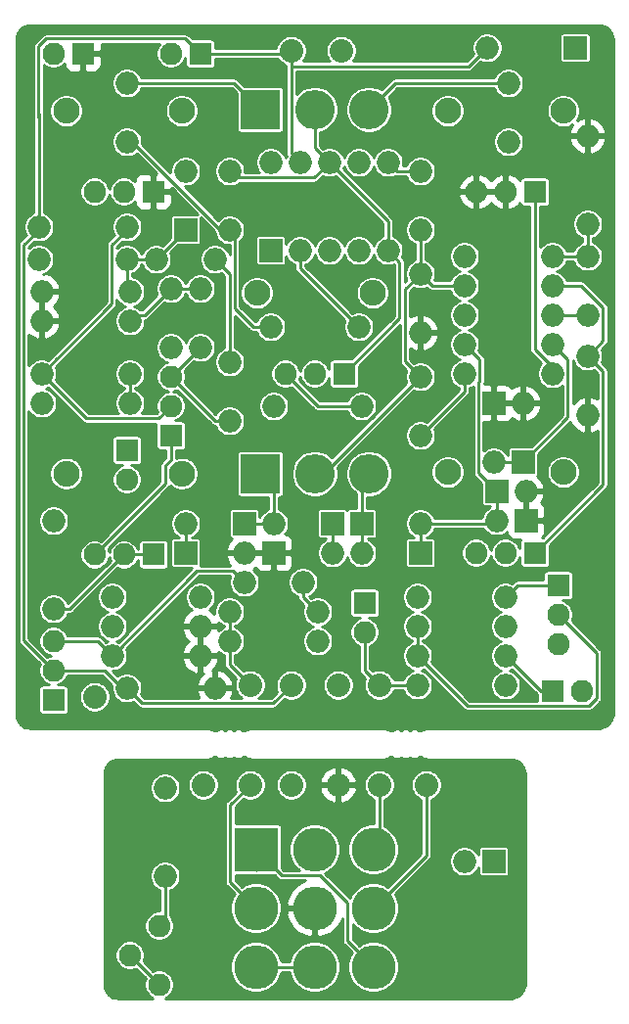
<source format=gbr>
G04 #@! TF.GenerationSoftware,KiCad,Pcbnew,(5.1.6-0-10_14)*
G04 #@! TF.CreationDate,2020-10-04T21:53:57+02:00*
G04 #@! TF.ProjectId,ds,64732e6b-6963-4616-945f-706362585858,rev?*
G04 #@! TF.SameCoordinates,Original*
G04 #@! TF.FileFunction,Copper,L1,Top*
G04 #@! TF.FilePolarity,Positive*
%FSLAX46Y46*%
G04 Gerber Fmt 4.6, Leading zero omitted, Abs format (unit mm)*
G04 Created by KiCad (PCBNEW (5.1.6-0-10_14)) date 2020-10-04 21:53:57*
%MOMM*%
%LPD*%
G01*
G04 APERTURE LIST*
G04 #@! TA.AperFunction,ComponentPad*
%ADD10R,2.000000X2.000000*%
G04 #@! TD*
G04 #@! TA.AperFunction,ComponentPad*
%ADD11O,2.000000X2.000000*%
G04 #@! TD*
G04 #@! TA.AperFunction,ComponentPad*
%ADD12O,2.250000X2.250000*%
G04 #@! TD*
G04 #@! TA.AperFunction,ComponentPad*
%ADD13O,1.930400X1.930400*%
G04 #@! TD*
G04 #@! TA.AperFunction,ComponentPad*
%ADD14R,1.930400X1.930400*%
G04 #@! TD*
G04 #@! TA.AperFunction,ComponentPad*
%ADD15O,3.416000X3.416000*%
G04 #@! TD*
G04 #@! TA.AperFunction,ComponentPad*
%ADD16R,3.416000X3.416000*%
G04 #@! TD*
G04 #@! TA.AperFunction,ComponentPad*
%ADD17R,3.816000X3.816000*%
G04 #@! TD*
G04 #@! TA.AperFunction,ComponentPad*
%ADD18O,3.816000X3.816000*%
G04 #@! TD*
G04 #@! TA.AperFunction,ComponentPad*
%ADD19O,2.032000X2.032000*%
G04 #@! TD*
G04 #@! TA.AperFunction,Conductor*
%ADD20C,0.250000*%
G04 #@! TD*
G04 #@! TA.AperFunction,Conductor*
%ADD21C,0.254000*%
G04 #@! TD*
G04 APERTURE END LIST*
D10*
X103568500Y-64262000D03*
D11*
X95948500Y-64262000D03*
X93980000Y-134620000D03*
D10*
X96520000Y-134620000D03*
D12*
X69516000Y-101092000D03*
X59516000Y-101092000D03*
D13*
X61976000Y-108092000D03*
X64516000Y-108092000D03*
D14*
X67056000Y-108092000D03*
D12*
X102536000Y-100950000D03*
X92536000Y-100950000D03*
D13*
X94996000Y-107950000D03*
X97536000Y-107950000D03*
D14*
X100076000Y-107950000D03*
D11*
X77216000Y-74168000D03*
X79756000Y-74168000D03*
X82296000Y-74168000D03*
X84836000Y-74168000D03*
X84836000Y-81788000D03*
X82296000Y-81788000D03*
X79756000Y-81788000D03*
D10*
X77216000Y-81788000D03*
D15*
X85725000Y-101092000D03*
X81026000Y-101092000D03*
D16*
X76327000Y-101092000D03*
D15*
X85725000Y-69596000D03*
X81026000Y-69596000D03*
D16*
X76327000Y-69596000D03*
D17*
X75946000Y-133604000D03*
D18*
X75946000Y-138684000D03*
X75946000Y-143764000D03*
X81026000Y-133604000D03*
X81026000Y-138684000D03*
X81026000Y-143764000D03*
X86106000Y-133604000D03*
X86106000Y-138684000D03*
X86106000Y-143764000D03*
D12*
X69516000Y-69708000D03*
X59516000Y-69708000D03*
D13*
X61976000Y-76708000D03*
X64516000Y-76708000D03*
D14*
X67056000Y-76708000D03*
D12*
X102536000Y-69708000D03*
X92536000Y-69708000D03*
D13*
X94996000Y-76708000D03*
X97536000Y-76708000D03*
D14*
X100076000Y-76708000D03*
D12*
X86026000Y-85456000D03*
X76026000Y-85456000D03*
D13*
X78486000Y-92456000D03*
X81026000Y-92456000D03*
D14*
X83566000Y-92456000D03*
D11*
X97536000Y-119380000D03*
X89916000Y-119380000D03*
X97536000Y-116840000D03*
X89916000Y-116840000D03*
X97536000Y-114300000D03*
X89916000Y-114300000D03*
X97536000Y-111760000D03*
X89916000Y-111760000D03*
X93980000Y-87376000D03*
X101600000Y-87376000D03*
X104648000Y-71882000D03*
X104648000Y-79502000D03*
X93980000Y-82296000D03*
X101600000Y-82296000D03*
X101600000Y-92456000D03*
X93980000Y-92456000D03*
X93980000Y-84836000D03*
X101600000Y-84836000D03*
X101600000Y-89916000D03*
X93980000Y-89916000D03*
X87376000Y-81788000D03*
X87376000Y-74168000D03*
X77470000Y-95250000D03*
X85090000Y-95250000D03*
X68072000Y-135890000D03*
X68072000Y-128270000D03*
D13*
X67564000Y-140208000D03*
X65024000Y-142748000D03*
X67564000Y-145288000D03*
D11*
X77216000Y-88392000D03*
X84836000Y-88392000D03*
X64770000Y-82550000D03*
X57150000Y-82550000D03*
X65024000Y-85344000D03*
X57404000Y-85344000D03*
X58420000Y-105156000D03*
X58420000Y-112776000D03*
X64770000Y-79756000D03*
X57150000Y-79756000D03*
X65024000Y-92456000D03*
X57404000Y-92456000D03*
X65024000Y-94996000D03*
X57404000Y-94996000D03*
X65024000Y-87884000D03*
X57404000Y-87884000D03*
X71120000Y-111760000D03*
X63500000Y-111760000D03*
X63500000Y-114300000D03*
X71120000Y-114300000D03*
X63500000Y-116840000D03*
X71120000Y-116840000D03*
X64770000Y-119634000D03*
X72390000Y-119634000D03*
X73660000Y-113030000D03*
X81280000Y-113030000D03*
X81280000Y-115570000D03*
X73660000Y-115570000D03*
D14*
X102108000Y-110744000D03*
D13*
X102108000Y-113284000D03*
X102108000Y-115824000D03*
X68580000Y-92710000D03*
X68580000Y-95250000D03*
D14*
X68580000Y-97790000D03*
D13*
X58420000Y-115570000D03*
X58420000Y-118110000D03*
D14*
X58420000Y-120650000D03*
D19*
X83058000Y-119380000D03*
X86614000Y-119380000D03*
X78994000Y-128016000D03*
X86614000Y-128016000D03*
X71374000Y-128016000D03*
X90678000Y-128016000D03*
X83058000Y-128016000D03*
X75438000Y-128016000D03*
X78994000Y-119380000D03*
X61976000Y-120396000D03*
X78994000Y-64516000D03*
X83312000Y-64516000D03*
X75438000Y-119380000D03*
D11*
X96774000Y-105156000D03*
D10*
X99314000Y-105156000D03*
X90170000Y-107950000D03*
D11*
X85090000Y-107950000D03*
D10*
X99060000Y-100076000D03*
D11*
X99060000Y-94996000D03*
X99314000Y-102616000D03*
D10*
X96774000Y-102616000D03*
X85090000Y-105410000D03*
D11*
X90170000Y-105410000D03*
D10*
X96520000Y-94996000D03*
D11*
X96520000Y-100076000D03*
D10*
X77470000Y-107950000D03*
D11*
X82550000Y-107950000D03*
D10*
X82550000Y-105410000D03*
D11*
X77470000Y-105410000D03*
D10*
X69850000Y-107950000D03*
D11*
X74930000Y-107950000D03*
D10*
X74930000Y-105410000D03*
D11*
X69850000Y-105410000D03*
D10*
X69850000Y-80010000D03*
D11*
X69850000Y-74930000D03*
D13*
X104140000Y-119888000D03*
D14*
X101600000Y-119888000D03*
D13*
X85344000Y-114808000D03*
D14*
X85344000Y-112268000D03*
D11*
X104648000Y-82296000D03*
X104648000Y-87376000D03*
X104648000Y-90932000D03*
X104648000Y-96012000D03*
X90170000Y-92710000D03*
X90170000Y-97790000D03*
X90170000Y-88900000D03*
X90170000Y-83820000D03*
X90170000Y-74930000D03*
X90170000Y-80010000D03*
D13*
X64770000Y-101600000D03*
D14*
X64770000Y-99060000D03*
D11*
X64770000Y-67310000D03*
X64770000Y-72390000D03*
X97790000Y-67310000D03*
X97790000Y-72390000D03*
X73660000Y-74930000D03*
X73660000Y-80010000D03*
X72390000Y-82550000D03*
X67310000Y-82550000D03*
X73660000Y-96520000D03*
X73660000Y-91440000D03*
X71120000Y-85090000D03*
X71120000Y-90170000D03*
X68580000Y-90170000D03*
X68580000Y-85090000D03*
D13*
X58420000Y-64770000D03*
D14*
X60960000Y-64770000D03*
D11*
X80010000Y-110490000D03*
X74930000Y-110490000D03*
D13*
X68580000Y-64770000D03*
D14*
X71120000Y-64770000D03*
D20*
X70489498Y-64770000D02*
X71120000Y-64770000D01*
X78992999Y-73404999D02*
X79756000Y-74168000D01*
X78992999Y-66549001D02*
X78992999Y-73404999D01*
X57800703Y-63479799D02*
X57129799Y-64150703D01*
X69829799Y-63479799D02*
X57800703Y-63479799D01*
X71120000Y-64770000D02*
X69829799Y-63479799D01*
X57150000Y-69927998D02*
X57150000Y-70358000D01*
X57129799Y-70337799D02*
X57150000Y-70358000D01*
X57129799Y-64150703D02*
X57129799Y-70337799D01*
X57150000Y-77470000D02*
X57150000Y-79756000D01*
X57150000Y-70358000D02*
X57150000Y-79756000D01*
X55824999Y-115514999D02*
X58420000Y-118110000D01*
X55824999Y-81335001D02*
X55824999Y-115514999D01*
X57150000Y-80010000D02*
X55824999Y-81335001D01*
X57150000Y-79756000D02*
X57150000Y-80010000D01*
X66095001Y-120959001D02*
X64770000Y-119634000D01*
X77414999Y-120959001D02*
X66095001Y-120959001D01*
X78994000Y-119380000D02*
X77414999Y-120959001D01*
X64332998Y-119634000D02*
X64770000Y-119634000D01*
X62808998Y-118110000D02*
X64332998Y-119634000D01*
X58420000Y-118110000D02*
X62808998Y-118110000D01*
X78994000Y-66548000D02*
X78992999Y-66549001D01*
X78994000Y-65913000D02*
X78994000Y-66548000D01*
X78994000Y-64516000D02*
X78994000Y-65913000D01*
X78740000Y-64770000D02*
X78994000Y-64516000D01*
X71120000Y-64770000D02*
X78740000Y-64770000D01*
X94353499Y-65857001D02*
X79049999Y-65857001D01*
X79049999Y-65857001D02*
X78994000Y-65913000D01*
X95948500Y-64262000D02*
X94353499Y-65857001D01*
X80010000Y-111760000D02*
X80010000Y-110490000D01*
X81280000Y-113030000D02*
X80010000Y-111760000D01*
X62230000Y-115570000D02*
X63500000Y-116840000D01*
X58420000Y-115570000D02*
X62230000Y-115570000D01*
X73930001Y-109490001D02*
X74930000Y-110490000D01*
X70849999Y-109490001D02*
X73930001Y-109490001D01*
X63500000Y-116840000D02*
X70849999Y-109490001D01*
X71120000Y-85090000D02*
X68580000Y-85090000D01*
X66294000Y-87376000D02*
X65024000Y-87376000D01*
X68580000Y-85090000D02*
X66294000Y-87376000D01*
X65024000Y-92456000D02*
X65024000Y-94996000D01*
X68580000Y-92710000D02*
X71120000Y-90170000D01*
X72390000Y-96520000D02*
X73660000Y-96520000D01*
X68580000Y-92710000D02*
X72390000Y-96520000D01*
X68326000Y-94996000D02*
X68580000Y-95250000D01*
X73660000Y-83820000D02*
X73660000Y-91440000D01*
X72390000Y-82550000D02*
X73660000Y-83820000D01*
X57404000Y-92456000D02*
X58729001Y-91130999D01*
X63444999Y-86415001D02*
X57404000Y-92456000D01*
X63444999Y-81335001D02*
X63444999Y-86415001D01*
X64770000Y-80010000D02*
X63444999Y-81335001D01*
X67508999Y-96321001D02*
X68580000Y-95250000D01*
X61269001Y-96321001D02*
X67508999Y-96321001D01*
X57404000Y-92456000D02*
X61269001Y-96321001D01*
X67310000Y-82550000D02*
X64770000Y-82550000D01*
X67310000Y-82550000D02*
X69850000Y-80010000D01*
X64770000Y-85090000D02*
X64770000Y-82550000D01*
X81026000Y-72898000D02*
X82296000Y-74168000D01*
X81026000Y-69596000D02*
X81026000Y-72898000D01*
X74223001Y-75493001D02*
X73660000Y-74930000D01*
X80970999Y-75493001D02*
X74223001Y-75493001D01*
X82296000Y-74168000D02*
X80970999Y-75493001D01*
X88375999Y-82787999D02*
X88375999Y-87646001D01*
X88375999Y-87646001D02*
X83566000Y-92456000D01*
X87376000Y-81788000D02*
X88375999Y-82787999D01*
X87376000Y-79248000D02*
X82296000Y-74168000D01*
X87376000Y-81788000D02*
X87376000Y-79248000D01*
X65253402Y-72390000D02*
X72873402Y-80010000D01*
X72873402Y-80010000D02*
X73660000Y-80010000D01*
X64770000Y-72390000D02*
X65253402Y-72390000D01*
X74110010Y-80460010D02*
X74110010Y-86556010D01*
X74110010Y-80460010D02*
X73660000Y-80010000D01*
X74110010Y-86810010D02*
X74110010Y-80460010D01*
X75692000Y-88392000D02*
X74110010Y-86810010D01*
X77216000Y-88392000D02*
X75692000Y-88392000D01*
X81026000Y-92202000D02*
X81026000Y-92456000D01*
X88011000Y-67310000D02*
X85725000Y-69596000D01*
X97790000Y-67310000D02*
X88011000Y-67310000D01*
X74041000Y-67310000D02*
X76327000Y-69596000D01*
X64770000Y-67310000D02*
X74041000Y-67310000D01*
X88138000Y-74930000D02*
X87376000Y-74168000D01*
X90170000Y-74930000D02*
X88138000Y-74930000D01*
X90170000Y-80010000D02*
X90170000Y-83820000D01*
X81788000Y-101092000D02*
X81026000Y-101092000D01*
X90170000Y-92710000D02*
X81788000Y-101092000D01*
X91186000Y-84836000D02*
X90170000Y-83820000D01*
X93980000Y-84836000D02*
X91186000Y-84836000D01*
X88844999Y-91384999D02*
X90170000Y-92710000D01*
X88844999Y-85145001D02*
X88844999Y-91384999D01*
X90170000Y-83820000D02*
X88844999Y-85145001D01*
X93980000Y-93980000D02*
X90170000Y-97790000D01*
X93980000Y-92456000D02*
X93980000Y-93980000D01*
X105973001Y-102052999D02*
X100076000Y-107950000D01*
X105973001Y-92257001D02*
X105973001Y-102052999D01*
X104648000Y-90932000D02*
X105973001Y-92257001D01*
X105973001Y-89606999D02*
X104648000Y-90932000D01*
X105973001Y-86739999D02*
X105973001Y-89606999D01*
X104069002Y-84836000D02*
X105973001Y-86739999D01*
X101600000Y-84836000D02*
X104069002Y-84836000D01*
X104648000Y-82296000D02*
X101600000Y-82296000D01*
X104648000Y-79502000D02*
X104648000Y-82296000D01*
X104648000Y-87376000D02*
X101600000Y-87376000D01*
X89916000Y-119380000D02*
X86614000Y-119380000D01*
X85344000Y-118110000D02*
X86614000Y-119380000D01*
X85344000Y-114808000D02*
X85344000Y-118110000D01*
X98552000Y-110744000D02*
X97536000Y-111760000D01*
X102108000Y-110744000D02*
X98552000Y-110744000D01*
X100584000Y-119888000D02*
X97536000Y-116840000D01*
X101600000Y-119888000D02*
X100584000Y-119888000D01*
X65024000Y-142748000D02*
X67564000Y-145288000D01*
X74930000Y-105410000D02*
X77470000Y-105410000D01*
X77470000Y-102235000D02*
X76327000Y-101092000D01*
X77470000Y-105410000D02*
X77470000Y-102235000D01*
X69850000Y-105410000D02*
X69850000Y-107950000D01*
X82550000Y-105410000D02*
X82550000Y-107950000D01*
X96520000Y-100076000D02*
X99060000Y-100076000D01*
X102925001Y-96210999D02*
X99060000Y-100076000D01*
X102925001Y-91241001D02*
X102925001Y-96210999D01*
X101600000Y-89916000D02*
X102925001Y-91241001D01*
X85090000Y-105410000D02*
X85090000Y-107950000D01*
X85090000Y-101727000D02*
X85725000Y-101092000D01*
X85090000Y-105410000D02*
X85090000Y-101727000D01*
X90170000Y-105410000D02*
X90170000Y-107950000D01*
X96774000Y-102616000D02*
X96774000Y-105156000D01*
X96520000Y-105410000D02*
X96774000Y-105156000D01*
X90170000Y-105410000D02*
X96520000Y-105410000D01*
X95194999Y-93202003D02*
X95194999Y-101036999D01*
X95194999Y-101036999D02*
X96774000Y-102616000D01*
X95305001Y-91241001D02*
X95305001Y-93092001D01*
X95305001Y-93092001D02*
X95194999Y-93202003D01*
X93980000Y-89916000D02*
X95305001Y-91241001D01*
X73660000Y-113030000D02*
X73660000Y-115570000D01*
X73660000Y-117602000D02*
X75438000Y-119380000D01*
X73660000Y-115570000D02*
X73660000Y-117602000D01*
X73712999Y-136450999D02*
X75946000Y-138684000D01*
X73712999Y-129741001D02*
X73712999Y-136450999D01*
X75438000Y-128016000D02*
X73712999Y-129741001D01*
X83058000Y-127762000D02*
X83259001Y-127963001D01*
X90170000Y-134620000D02*
X86106000Y-138684000D01*
X90678000Y-134112000D02*
X86106000Y-138684000D01*
X90678000Y-128016000D02*
X90678000Y-134112000D01*
X75946000Y-133604000D02*
X75946000Y-135379158D01*
X75946000Y-132334000D02*
X75946000Y-133604000D01*
X83872999Y-141530999D02*
X86106000Y-143764000D01*
X78179001Y-135837001D02*
X81483843Y-135837001D01*
X83872999Y-138226157D02*
X83872999Y-141530999D01*
X81483843Y-135837001D02*
X83872999Y-138226157D01*
X75946000Y-133604000D02*
X78179001Y-135837001D01*
X86614000Y-133096000D02*
X86106000Y-133604000D01*
X86614000Y-128016000D02*
X86614000Y-133096000D01*
X68065999Y-102002001D02*
X61976000Y-108092000D01*
X68580000Y-97790000D02*
X68065999Y-98304001D01*
X68065999Y-100395999D02*
X68065999Y-102002001D01*
X68580000Y-99881998D02*
X68065999Y-100395999D01*
X68580000Y-97790000D02*
X68580000Y-99881998D01*
X89916000Y-114300000D02*
X89916000Y-116840000D01*
X94254201Y-121178201D02*
X89916000Y-116840000D01*
X104759297Y-121178201D02*
X94254201Y-121178201D01*
X105430201Y-120507297D02*
X104759297Y-121178201D01*
X105430201Y-116606201D02*
X105430201Y-120507297D01*
X102108000Y-113284000D02*
X105430201Y-116606201D01*
X67056000Y-108092000D02*
X64516000Y-108092000D01*
X59832000Y-112776000D02*
X58420000Y-112776000D01*
X64516000Y-108092000D02*
X59832000Y-112776000D01*
X79756000Y-83312000D02*
X84836000Y-88392000D01*
X79756000Y-81788000D02*
X79756000Y-83312000D01*
X68072000Y-139700000D02*
X67564000Y-140208000D01*
X68072000Y-135890000D02*
X68072000Y-139700000D01*
X81280000Y-95250000D02*
X85090000Y-95250000D01*
X78486000Y-92456000D02*
X81280000Y-95250000D01*
X101600000Y-91877002D02*
X101600000Y-92456000D01*
X100076000Y-90353002D02*
X101600000Y-91877002D01*
X100076000Y-76708000D02*
X100076000Y-90353002D01*
X75946000Y-143764000D02*
X81026000Y-143764000D01*
D21*
G36*
X105891315Y-62351976D02*
G01*
X106109968Y-62417992D01*
X106311642Y-62525223D01*
X106488643Y-62669581D01*
X106634231Y-62845568D01*
X106742867Y-63046486D01*
X106810409Y-63264676D01*
X106836001Y-63508172D01*
X106836000Y-121902786D01*
X106812024Y-122147315D01*
X106746008Y-122365968D01*
X106638775Y-122567645D01*
X106494419Y-122744642D01*
X106318430Y-122890233D01*
X106117516Y-122998866D01*
X105899324Y-123066409D01*
X105655837Y-123092000D01*
X90914708Y-123092000D01*
X90896645Y-123093779D01*
X90883465Y-123093779D01*
X90878577Y-123094293D01*
X90681525Y-123116396D01*
X90650338Y-123123025D01*
X90619024Y-123129225D01*
X90614329Y-123130678D01*
X90425322Y-123190635D01*
X90396049Y-123203181D01*
X90366499Y-123215361D01*
X90362176Y-123217699D01*
X90188415Y-123313226D01*
X90182903Y-123317000D01*
X90073001Y-123317000D01*
X90017816Y-123261815D01*
X89923312Y-123198669D01*
X89818305Y-123155174D01*
X89706830Y-123133000D01*
X89593170Y-123133000D01*
X89481695Y-123155174D01*
X89376688Y-123198669D01*
X89282184Y-123261815D01*
X89275000Y-123268999D01*
X89267816Y-123261815D01*
X89173312Y-123198669D01*
X89068305Y-123155174D01*
X88956830Y-123133000D01*
X88843170Y-123133000D01*
X88731695Y-123155174D01*
X88626688Y-123198669D01*
X88532184Y-123261815D01*
X88525000Y-123268999D01*
X88517816Y-123261815D01*
X88423312Y-123198669D01*
X88318305Y-123155174D01*
X88206830Y-123133000D01*
X88093170Y-123133000D01*
X87981695Y-123155174D01*
X87876688Y-123198669D01*
X87782184Y-123261815D01*
X87726999Y-123317000D01*
X87616923Y-123317000D01*
X87599824Y-123305292D01*
X87595505Y-123302958D01*
X87595501Y-123302955D01*
X87595497Y-123302953D01*
X87420423Y-123209864D01*
X87390960Y-123197720D01*
X87361601Y-123185137D01*
X87356906Y-123183684D01*
X87167080Y-123126373D01*
X87135818Y-123120183D01*
X87104580Y-123113543D01*
X87099692Y-123113030D01*
X86902350Y-123093680D01*
X86885292Y-123092000D01*
X75674708Y-123092000D01*
X75656645Y-123093779D01*
X75643465Y-123093779D01*
X75638577Y-123094293D01*
X75441525Y-123116396D01*
X75410338Y-123123025D01*
X75379024Y-123129225D01*
X75374329Y-123130678D01*
X75185322Y-123190635D01*
X75156049Y-123203181D01*
X75126499Y-123215361D01*
X75122176Y-123217699D01*
X74948415Y-123313226D01*
X74942903Y-123317000D01*
X74833001Y-123317000D01*
X74777816Y-123261815D01*
X74683312Y-123198669D01*
X74578305Y-123155174D01*
X74466830Y-123133000D01*
X74353170Y-123133000D01*
X74241695Y-123155174D01*
X74136688Y-123198669D01*
X74042184Y-123261815D01*
X74035000Y-123268999D01*
X74027816Y-123261815D01*
X73933312Y-123198669D01*
X73828305Y-123155174D01*
X73716830Y-123133000D01*
X73603170Y-123133000D01*
X73491695Y-123155174D01*
X73386688Y-123198669D01*
X73292184Y-123261815D01*
X73285000Y-123268999D01*
X73277816Y-123261815D01*
X73183312Y-123198669D01*
X73078305Y-123155174D01*
X72966830Y-123133000D01*
X72853170Y-123133000D01*
X72741695Y-123155174D01*
X72636688Y-123198669D01*
X72542184Y-123261815D01*
X72486999Y-123317000D01*
X72376923Y-123317000D01*
X72359824Y-123305292D01*
X72355505Y-123302958D01*
X72355501Y-123302955D01*
X72355497Y-123302953D01*
X72180423Y-123209864D01*
X72150960Y-123197720D01*
X72121601Y-123185137D01*
X72116906Y-123183684D01*
X71927080Y-123126373D01*
X71895818Y-123120183D01*
X71864580Y-123113543D01*
X71859692Y-123113030D01*
X71662350Y-123093680D01*
X71645292Y-123092000D01*
X56405214Y-123092000D01*
X56160685Y-123068024D01*
X55942032Y-123002008D01*
X55740355Y-122894775D01*
X55563358Y-122750419D01*
X55417767Y-122574430D01*
X55309134Y-122373516D01*
X55241591Y-122155324D01*
X55216000Y-121911837D01*
X55216000Y-81335001D01*
X55370812Y-81335001D01*
X55372999Y-81357206D01*
X55373000Y-115492784D01*
X55370812Y-115514999D01*
X55379539Y-115603606D01*
X55405385Y-115688808D01*
X55426983Y-115729215D01*
X55447357Y-115767332D01*
X55503841Y-115836158D01*
X55521095Y-115850318D01*
X57243769Y-117572993D01*
X57177459Y-117733079D01*
X57127800Y-117982729D01*
X57127800Y-118237271D01*
X57177459Y-118486921D01*
X57274868Y-118722086D01*
X57416283Y-118933729D01*
X57596271Y-119113717D01*
X57807914Y-119255132D01*
X58043079Y-119352541D01*
X58061564Y-119356218D01*
X57454800Y-119356218D01*
X57390697Y-119362532D01*
X57329057Y-119381230D01*
X57272250Y-119411594D01*
X57222457Y-119452457D01*
X57181594Y-119502250D01*
X57151230Y-119559057D01*
X57132532Y-119620697D01*
X57126218Y-119684800D01*
X57126218Y-121615200D01*
X57132532Y-121679303D01*
X57151230Y-121740943D01*
X57181594Y-121797750D01*
X57222457Y-121847543D01*
X57272250Y-121888406D01*
X57329057Y-121918770D01*
X57390697Y-121937468D01*
X57454800Y-121943782D01*
X59385200Y-121943782D01*
X59449303Y-121937468D01*
X59510943Y-121918770D01*
X59567750Y-121888406D01*
X59617543Y-121847543D01*
X59658406Y-121797750D01*
X59688770Y-121740943D01*
X59707468Y-121679303D01*
X59713782Y-121615200D01*
X59713782Y-120263726D01*
X60633000Y-120263726D01*
X60633000Y-120528274D01*
X60684611Y-120787739D01*
X60785849Y-121032149D01*
X60932824Y-121252112D01*
X61119888Y-121439176D01*
X61339851Y-121586151D01*
X61584261Y-121687389D01*
X61843726Y-121739000D01*
X62108274Y-121739000D01*
X62367739Y-121687389D01*
X62612149Y-121586151D01*
X62832112Y-121439176D01*
X63019176Y-121252112D01*
X63166151Y-121032149D01*
X63267389Y-120787739D01*
X63319000Y-120528274D01*
X63319000Y-120263726D01*
X63267389Y-120004261D01*
X63166151Y-119759851D01*
X63019176Y-119539888D01*
X62832112Y-119352824D01*
X62612149Y-119205849D01*
X62367739Y-119104611D01*
X62108274Y-119053000D01*
X61843726Y-119053000D01*
X61584261Y-119104611D01*
X61339851Y-119205849D01*
X61119888Y-119352824D01*
X60932824Y-119539888D01*
X60785849Y-119759851D01*
X60684611Y-120004261D01*
X60633000Y-120263726D01*
X59713782Y-120263726D01*
X59713782Y-119684800D01*
X59707468Y-119620697D01*
X59688770Y-119559057D01*
X59658406Y-119502250D01*
X59617543Y-119452457D01*
X59567750Y-119411594D01*
X59510943Y-119381230D01*
X59449303Y-119362532D01*
X59385200Y-119356218D01*
X58778436Y-119356218D01*
X58796921Y-119352541D01*
X59032086Y-119255132D01*
X59243729Y-119113717D01*
X59423717Y-118933729D01*
X59565132Y-118722086D01*
X59631442Y-118562000D01*
X62621775Y-118562000D01*
X63462922Y-119403148D01*
X63443000Y-119503302D01*
X63443000Y-119764698D01*
X63493996Y-120021072D01*
X63594028Y-120262570D01*
X63739252Y-120479913D01*
X63924087Y-120664748D01*
X64141430Y-120809972D01*
X64382928Y-120910004D01*
X64639302Y-120961000D01*
X64900698Y-120961000D01*
X65157072Y-120910004D01*
X65333642Y-120836866D01*
X65759686Y-121262911D01*
X65773842Y-121280160D01*
X65842668Y-121336644D01*
X65921191Y-121378615D01*
X65986563Y-121398445D01*
X66006393Y-121404461D01*
X66095000Y-121413188D01*
X66117205Y-121411001D01*
X77392794Y-121411001D01*
X77414999Y-121413188D01*
X77437204Y-121411001D01*
X77503606Y-121404461D01*
X77588809Y-121378615D01*
X77667332Y-121336644D01*
X77736158Y-121280160D01*
X77750322Y-121262901D01*
X78418112Y-120595112D01*
X78602261Y-120671389D01*
X78861726Y-120723000D01*
X79126274Y-120723000D01*
X79385739Y-120671389D01*
X79630149Y-120570151D01*
X79850112Y-120423176D01*
X80037176Y-120236112D01*
X80184151Y-120016149D01*
X80285389Y-119771739D01*
X80337000Y-119512274D01*
X80337000Y-119247726D01*
X81715000Y-119247726D01*
X81715000Y-119512274D01*
X81766611Y-119771739D01*
X81867849Y-120016149D01*
X82014824Y-120236112D01*
X82201888Y-120423176D01*
X82421851Y-120570151D01*
X82666261Y-120671389D01*
X82925726Y-120723000D01*
X83190274Y-120723000D01*
X83449739Y-120671389D01*
X83694149Y-120570151D01*
X83914112Y-120423176D01*
X84101176Y-120236112D01*
X84248151Y-120016149D01*
X84349389Y-119771739D01*
X84401000Y-119512274D01*
X84401000Y-119247726D01*
X84349389Y-118988261D01*
X84248151Y-118743851D01*
X84101176Y-118523888D01*
X83914112Y-118336824D01*
X83694149Y-118189849D01*
X83449739Y-118088611D01*
X83190274Y-118037000D01*
X82925726Y-118037000D01*
X82666261Y-118088611D01*
X82421851Y-118189849D01*
X82201888Y-118336824D01*
X82014824Y-118523888D01*
X81867849Y-118743851D01*
X81766611Y-118988261D01*
X81715000Y-119247726D01*
X80337000Y-119247726D01*
X80285389Y-118988261D01*
X80184151Y-118743851D01*
X80037176Y-118523888D01*
X79850112Y-118336824D01*
X79630149Y-118189849D01*
X79385739Y-118088611D01*
X79126274Y-118037000D01*
X78861726Y-118037000D01*
X78602261Y-118088611D01*
X78357851Y-118189849D01*
X78137888Y-118336824D01*
X77950824Y-118523888D01*
X77803849Y-118743851D01*
X77702611Y-118988261D01*
X77651000Y-119247726D01*
X77651000Y-119512274D01*
X77702611Y-119771739D01*
X77778888Y-119955888D01*
X77227776Y-120507001D01*
X76168659Y-120507001D01*
X76294112Y-120423176D01*
X76481176Y-120236112D01*
X76628151Y-120016149D01*
X76729389Y-119771739D01*
X76781000Y-119512274D01*
X76781000Y-119247726D01*
X76729389Y-118988261D01*
X76628151Y-118743851D01*
X76481176Y-118523888D01*
X76294112Y-118336824D01*
X76074149Y-118189849D01*
X75829739Y-118088611D01*
X75570274Y-118037000D01*
X75305726Y-118037000D01*
X75046261Y-118088611D01*
X74862112Y-118164888D01*
X74112000Y-117414777D01*
X74112000Y-116819110D01*
X74288570Y-116745972D01*
X74505913Y-116600748D01*
X74690748Y-116415913D01*
X74835972Y-116198570D01*
X74936004Y-115957072D01*
X74987000Y-115700698D01*
X74987000Y-115439302D01*
X74936004Y-115182928D01*
X74835972Y-114941430D01*
X74690748Y-114724087D01*
X74505913Y-114539252D01*
X74288570Y-114394028D01*
X74112000Y-114320890D01*
X74112000Y-114279110D01*
X74288570Y-114205972D01*
X74505913Y-114060748D01*
X74690748Y-113875913D01*
X74835972Y-113658570D01*
X74936004Y-113417072D01*
X74987000Y-113160698D01*
X74987000Y-112899302D01*
X74936004Y-112642928D01*
X74835972Y-112401430D01*
X74690748Y-112184087D01*
X74505913Y-111999252D01*
X74288570Y-111854028D01*
X74047072Y-111753996D01*
X73790698Y-111703000D01*
X73529302Y-111703000D01*
X73272928Y-111753996D01*
X73031430Y-111854028D01*
X72814087Y-111999252D01*
X72629252Y-112184087D01*
X72484028Y-112401430D01*
X72383996Y-112642928D01*
X72333000Y-112899302D01*
X72333000Y-113160698D01*
X72345403Y-113223051D01*
X72319748Y-113189215D01*
X72079992Y-112976499D01*
X71870952Y-112854199D01*
X71965913Y-112790748D01*
X72150748Y-112605913D01*
X72295972Y-112388570D01*
X72396004Y-112147072D01*
X72447000Y-111890698D01*
X72447000Y-111629302D01*
X72396004Y-111372928D01*
X72295972Y-111131430D01*
X72150748Y-110914087D01*
X71965913Y-110729252D01*
X71748570Y-110584028D01*
X71507072Y-110483996D01*
X71250698Y-110433000D01*
X70989302Y-110433000D01*
X70732928Y-110483996D01*
X70491430Y-110584028D01*
X70274087Y-110729252D01*
X70089252Y-110914087D01*
X69944028Y-111131430D01*
X69843996Y-111372928D01*
X69793000Y-111629302D01*
X69793000Y-111890698D01*
X69843996Y-112147072D01*
X69944028Y-112388570D01*
X70089252Y-112605913D01*
X70274087Y-112790748D01*
X70369048Y-112854199D01*
X70160008Y-112976499D01*
X69920252Y-113189215D01*
X69726601Y-113444618D01*
X69586498Y-113732893D01*
X69529876Y-113919566D01*
X69649223Y-114173000D01*
X70993000Y-114173000D01*
X70993000Y-114153000D01*
X71247000Y-114153000D01*
X71247000Y-114173000D01*
X72590777Y-114173000D01*
X72698208Y-113944869D01*
X72814087Y-114060748D01*
X73031430Y-114205972D01*
X73208000Y-114279110D01*
X73208001Y-114320890D01*
X73031430Y-114394028D01*
X72814087Y-114539252D01*
X72698208Y-114655131D01*
X72590777Y-114427000D01*
X71247000Y-114427000D01*
X71247000Y-116713000D01*
X72590777Y-116713000D01*
X72698208Y-116484869D01*
X72814087Y-116600748D01*
X73031430Y-116745972D01*
X73208001Y-116819110D01*
X73208001Y-117579785D01*
X73205813Y-117602000D01*
X73214540Y-117690607D01*
X73240386Y-117775809D01*
X73256571Y-117806089D01*
X73282358Y-117854333D01*
X73338842Y-117923159D01*
X73356096Y-117937319D01*
X74222888Y-118804112D01*
X74146611Y-118988261D01*
X74095000Y-119247726D01*
X74095000Y-119512274D01*
X74146611Y-119771739D01*
X74247849Y-120016149D01*
X74394824Y-120236112D01*
X74581888Y-120423176D01*
X74707341Y-120507001D01*
X73770040Y-120507001D01*
X73783399Y-120489382D01*
X73923502Y-120201107D01*
X73980124Y-120014434D01*
X73860777Y-119761000D01*
X72517000Y-119761000D01*
X72517000Y-119781000D01*
X72263000Y-119781000D01*
X72263000Y-119761000D01*
X70919223Y-119761000D01*
X70799876Y-120014434D01*
X70856498Y-120201107D01*
X70996601Y-120489382D01*
X71009960Y-120507001D01*
X66282226Y-120507001D01*
X65972866Y-120197642D01*
X66046004Y-120021072D01*
X66097000Y-119764698D01*
X66097000Y-119503302D01*
X66047325Y-119253566D01*
X70799876Y-119253566D01*
X70919223Y-119507000D01*
X72263000Y-119507000D01*
X72263000Y-118162685D01*
X72517000Y-118162685D01*
X72517000Y-119507000D01*
X73860777Y-119507000D01*
X73980124Y-119253566D01*
X73923502Y-119066893D01*
X73783399Y-118778618D01*
X73589748Y-118523215D01*
X73349992Y-118310499D01*
X73073344Y-118148644D01*
X72770435Y-118043871D01*
X72517000Y-118162685D01*
X72263000Y-118162685D01*
X72143864Y-118106832D01*
X72319748Y-117950785D01*
X72513399Y-117695382D01*
X72653502Y-117407107D01*
X72710124Y-117220434D01*
X72590777Y-116967000D01*
X71247000Y-116967000D01*
X71247000Y-118311315D01*
X71366136Y-118367168D01*
X71190252Y-118523215D01*
X70996601Y-118778618D01*
X70856498Y-119066893D01*
X70799876Y-119253566D01*
X66047325Y-119253566D01*
X66046004Y-119246928D01*
X65945972Y-119005430D01*
X65800748Y-118788087D01*
X65615913Y-118603252D01*
X65398570Y-118458028D01*
X65157072Y-118357996D01*
X64900698Y-118307000D01*
X64639302Y-118307000D01*
X64382928Y-118357996D01*
X64141430Y-118458028D01*
X63934510Y-118596288D01*
X63505222Y-118167000D01*
X63630698Y-118167000D01*
X63887072Y-118116004D01*
X64128570Y-118015972D01*
X64345913Y-117870748D01*
X64530748Y-117685913D01*
X64675972Y-117468570D01*
X64776004Y-117227072D01*
X64777324Y-117220434D01*
X69529876Y-117220434D01*
X69586498Y-117407107D01*
X69726601Y-117695382D01*
X69920252Y-117950785D01*
X70160008Y-118163501D01*
X70436656Y-118325356D01*
X70739565Y-118430129D01*
X70993000Y-118311315D01*
X70993000Y-116967000D01*
X69649223Y-116967000D01*
X69529876Y-117220434D01*
X64777324Y-117220434D01*
X64827000Y-116970698D01*
X64827000Y-116709302D01*
X64776004Y-116452928D01*
X64702866Y-116276357D01*
X66298789Y-114680434D01*
X69529876Y-114680434D01*
X69586498Y-114867107D01*
X69726601Y-115155382D01*
X69920252Y-115410785D01*
X70099706Y-115570000D01*
X69920252Y-115729215D01*
X69726601Y-115984618D01*
X69586498Y-116272893D01*
X69529876Y-116459566D01*
X69649223Y-116713000D01*
X70993000Y-116713000D01*
X70993000Y-114427000D01*
X69649223Y-114427000D01*
X69529876Y-114680434D01*
X66298789Y-114680434D01*
X71037224Y-109942001D01*
X73720654Y-109942001D01*
X73653996Y-110102928D01*
X73603000Y-110359302D01*
X73603000Y-110620698D01*
X73653996Y-110877072D01*
X73754028Y-111118570D01*
X73899252Y-111335913D01*
X74084087Y-111520748D01*
X74301430Y-111665972D01*
X74542928Y-111766004D01*
X74799302Y-111817000D01*
X75060698Y-111817000D01*
X75317072Y-111766004D01*
X75558570Y-111665972D01*
X75775913Y-111520748D01*
X75960748Y-111335913D01*
X76105972Y-111118570D01*
X76206004Y-110877072D01*
X76257000Y-110620698D01*
X76257000Y-110359302D01*
X78683000Y-110359302D01*
X78683000Y-110620698D01*
X78733996Y-110877072D01*
X78834028Y-111118570D01*
X78979252Y-111335913D01*
X79164087Y-111520748D01*
X79381430Y-111665972D01*
X79557876Y-111739058D01*
X79555813Y-111760000D01*
X79564540Y-111848607D01*
X79589257Y-111930087D01*
X79590386Y-111933809D01*
X79632357Y-112012332D01*
X79688841Y-112081159D01*
X79706100Y-112095323D01*
X80077134Y-112466358D01*
X80003996Y-112642928D01*
X79953000Y-112899302D01*
X79953000Y-113160698D01*
X80003996Y-113417072D01*
X80104028Y-113658570D01*
X80249252Y-113875913D01*
X80434087Y-114060748D01*
X80651430Y-114205972D01*
X80878433Y-114300000D01*
X80651430Y-114394028D01*
X80434087Y-114539252D01*
X80249252Y-114724087D01*
X80104028Y-114941430D01*
X80003996Y-115182928D01*
X79953000Y-115439302D01*
X79953000Y-115700698D01*
X80003996Y-115957072D01*
X80104028Y-116198570D01*
X80249252Y-116415913D01*
X80434087Y-116600748D01*
X80651430Y-116745972D01*
X80892928Y-116846004D01*
X81149302Y-116897000D01*
X81410698Y-116897000D01*
X81667072Y-116846004D01*
X81908570Y-116745972D01*
X82125913Y-116600748D01*
X82310748Y-116415913D01*
X82455972Y-116198570D01*
X82556004Y-115957072D01*
X82607000Y-115700698D01*
X82607000Y-115439302D01*
X82556004Y-115182928D01*
X82455972Y-114941430D01*
X82310748Y-114724087D01*
X82125913Y-114539252D01*
X81908570Y-114394028D01*
X81681567Y-114300000D01*
X81908570Y-114205972D01*
X82125913Y-114060748D01*
X82310748Y-113875913D01*
X82455972Y-113658570D01*
X82556004Y-113417072D01*
X82607000Y-113160698D01*
X82607000Y-112899302D01*
X82556004Y-112642928D01*
X82455972Y-112401430D01*
X82310748Y-112184087D01*
X82125913Y-111999252D01*
X81908570Y-111854028D01*
X81667072Y-111753996D01*
X81410698Y-111703000D01*
X81149302Y-111703000D01*
X80892928Y-111753996D01*
X80716358Y-111827134D01*
X80579615Y-111690392D01*
X80638570Y-111665972D01*
X80855913Y-111520748D01*
X81040748Y-111335913D01*
X81062873Y-111302800D01*
X84050218Y-111302800D01*
X84050218Y-113233200D01*
X84056532Y-113297303D01*
X84075230Y-113358943D01*
X84105594Y-113415750D01*
X84146457Y-113465543D01*
X84196250Y-113506406D01*
X84253057Y-113536770D01*
X84314697Y-113555468D01*
X84378800Y-113561782D01*
X84985564Y-113561782D01*
X84967079Y-113565459D01*
X84731914Y-113662868D01*
X84520271Y-113804283D01*
X84340283Y-113984271D01*
X84198868Y-114195914D01*
X84101459Y-114431079D01*
X84051800Y-114680729D01*
X84051800Y-114935271D01*
X84101459Y-115184921D01*
X84198868Y-115420086D01*
X84340283Y-115631729D01*
X84520271Y-115811717D01*
X84731914Y-115953132D01*
X84892000Y-116019442D01*
X84892001Y-118087785D01*
X84889813Y-118110000D01*
X84898540Y-118198607D01*
X84924386Y-118283809D01*
X84952723Y-118336824D01*
X84966358Y-118362333D01*
X85022842Y-118431159D01*
X85040096Y-118445319D01*
X85398888Y-118804112D01*
X85322611Y-118988261D01*
X85271000Y-119247726D01*
X85271000Y-119512274D01*
X85322611Y-119771739D01*
X85423849Y-120016149D01*
X85570824Y-120236112D01*
X85757888Y-120423176D01*
X85977851Y-120570151D01*
X86222261Y-120671389D01*
X86481726Y-120723000D01*
X86746274Y-120723000D01*
X87005739Y-120671389D01*
X87250149Y-120570151D01*
X87470112Y-120423176D01*
X87657176Y-120236112D01*
X87804151Y-120016149D01*
X87880428Y-119832000D01*
X88666890Y-119832000D01*
X88740028Y-120008570D01*
X88885252Y-120225913D01*
X89070087Y-120410748D01*
X89287430Y-120555972D01*
X89528928Y-120656004D01*
X89785302Y-120707000D01*
X90046698Y-120707000D01*
X90303072Y-120656004D01*
X90544570Y-120555972D01*
X90761913Y-120410748D01*
X90946748Y-120225913D01*
X91091972Y-120008570D01*
X91192004Y-119767072D01*
X91243000Y-119510698D01*
X91243000Y-119249302D01*
X91192004Y-118992928D01*
X91091972Y-118751430D01*
X90946748Y-118534087D01*
X90761913Y-118349252D01*
X90544570Y-118204028D01*
X90317567Y-118110000D01*
X90479643Y-118042866D01*
X93918882Y-121482106D01*
X93933042Y-121499360D01*
X94001868Y-121555844D01*
X94058569Y-121586151D01*
X94080391Y-121597815D01*
X94165593Y-121623661D01*
X94254201Y-121632388D01*
X94276406Y-121630201D01*
X104737092Y-121630201D01*
X104759297Y-121632388D01*
X104781502Y-121630201D01*
X104847904Y-121623661D01*
X104933107Y-121597815D01*
X105011630Y-121555844D01*
X105080456Y-121499360D01*
X105094620Y-121482101D01*
X105734106Y-120842616D01*
X105751360Y-120828456D01*
X105807844Y-120759630D01*
X105849815Y-120681107D01*
X105857707Y-120655091D01*
X105875661Y-120595905D01*
X105884388Y-120507297D01*
X105882201Y-120485092D01*
X105882201Y-116628406D01*
X105884388Y-116606201D01*
X105875661Y-116517593D01*
X105849815Y-116432391D01*
X105829583Y-116394540D01*
X105807844Y-116353868D01*
X105751360Y-116285042D01*
X105734107Y-116270883D01*
X103284231Y-113821007D01*
X103350541Y-113660921D01*
X103400200Y-113411271D01*
X103400200Y-113156729D01*
X103350541Y-112907079D01*
X103253132Y-112671914D01*
X103111717Y-112460271D01*
X102931729Y-112280283D01*
X102720086Y-112138868D01*
X102484921Y-112041459D01*
X102466436Y-112037782D01*
X103073200Y-112037782D01*
X103137303Y-112031468D01*
X103198943Y-112012770D01*
X103255750Y-111982406D01*
X103305543Y-111941543D01*
X103346406Y-111891750D01*
X103376770Y-111834943D01*
X103395468Y-111773303D01*
X103401782Y-111709200D01*
X103401782Y-109778800D01*
X103395468Y-109714697D01*
X103376770Y-109653057D01*
X103346406Y-109596250D01*
X103305543Y-109546457D01*
X103255750Y-109505594D01*
X103198943Y-109475230D01*
X103137303Y-109456532D01*
X103073200Y-109450218D01*
X101142800Y-109450218D01*
X101078697Y-109456532D01*
X101017057Y-109475230D01*
X100960250Y-109505594D01*
X100910457Y-109546457D01*
X100869594Y-109596250D01*
X100839230Y-109653057D01*
X100820532Y-109714697D01*
X100814218Y-109778800D01*
X100814218Y-110292000D01*
X98574205Y-110292000D01*
X98552000Y-110289813D01*
X98463392Y-110298540D01*
X98378190Y-110324386D01*
X98299667Y-110366357D01*
X98230841Y-110422841D01*
X98216681Y-110440095D01*
X98099642Y-110557134D01*
X97923072Y-110483996D01*
X97666698Y-110433000D01*
X97405302Y-110433000D01*
X97148928Y-110483996D01*
X96907430Y-110584028D01*
X96690087Y-110729252D01*
X96505252Y-110914087D01*
X96360028Y-111131430D01*
X96259996Y-111372928D01*
X96209000Y-111629302D01*
X96209000Y-111890698D01*
X96259996Y-112147072D01*
X96360028Y-112388570D01*
X96505252Y-112605913D01*
X96690087Y-112790748D01*
X96907430Y-112935972D01*
X97134433Y-113030000D01*
X96907430Y-113124028D01*
X96690087Y-113269252D01*
X96505252Y-113454087D01*
X96360028Y-113671430D01*
X96259996Y-113912928D01*
X96209000Y-114169302D01*
X96209000Y-114430698D01*
X96259996Y-114687072D01*
X96360028Y-114928570D01*
X96505252Y-115145913D01*
X96690087Y-115330748D01*
X96907430Y-115475972D01*
X97134433Y-115570000D01*
X96907430Y-115664028D01*
X96690087Y-115809252D01*
X96505252Y-115994087D01*
X96360028Y-116211430D01*
X96259996Y-116452928D01*
X96209000Y-116709302D01*
X96209000Y-116970698D01*
X96259996Y-117227072D01*
X96360028Y-117468570D01*
X96505252Y-117685913D01*
X96690087Y-117870748D01*
X96907430Y-118015972D01*
X97134433Y-118110000D01*
X96907430Y-118204028D01*
X96690087Y-118349252D01*
X96505252Y-118534087D01*
X96360028Y-118751430D01*
X96259996Y-118992928D01*
X96209000Y-119249302D01*
X96209000Y-119510698D01*
X96259996Y-119767072D01*
X96360028Y-120008570D01*
X96505252Y-120225913D01*
X96690087Y-120410748D01*
X96907430Y-120555972D01*
X97148928Y-120656004D01*
X97405302Y-120707000D01*
X97666698Y-120707000D01*
X97923072Y-120656004D01*
X98164570Y-120555972D01*
X98381913Y-120410748D01*
X98566748Y-120225913D01*
X98711972Y-120008570D01*
X98812004Y-119767072D01*
X98863000Y-119510698D01*
X98863000Y-119249302D01*
X98812004Y-118992928D01*
X98711972Y-118751430D01*
X98566748Y-118534087D01*
X98381913Y-118349252D01*
X98164570Y-118204028D01*
X97937567Y-118110000D01*
X98099643Y-118042866D01*
X100248681Y-120191905D01*
X100262841Y-120209159D01*
X100306218Y-120244758D01*
X100306218Y-120726201D01*
X94441425Y-120726201D01*
X91118866Y-117403643D01*
X91192004Y-117227072D01*
X91243000Y-116970698D01*
X91243000Y-116709302D01*
X91192004Y-116452928D01*
X91091972Y-116211430D01*
X90946748Y-115994087D01*
X90761913Y-115809252D01*
X90544570Y-115664028D01*
X90368000Y-115590890D01*
X90368000Y-115549110D01*
X90544570Y-115475972D01*
X90761913Y-115330748D01*
X90946748Y-115145913D01*
X91091972Y-114928570D01*
X91192004Y-114687072D01*
X91243000Y-114430698D01*
X91243000Y-114169302D01*
X91192004Y-113912928D01*
X91091972Y-113671430D01*
X90946748Y-113454087D01*
X90761913Y-113269252D01*
X90544570Y-113124028D01*
X90317567Y-113030000D01*
X90544570Y-112935972D01*
X90761913Y-112790748D01*
X90946748Y-112605913D01*
X91091972Y-112388570D01*
X91192004Y-112147072D01*
X91243000Y-111890698D01*
X91243000Y-111629302D01*
X91192004Y-111372928D01*
X91091972Y-111131430D01*
X90946748Y-110914087D01*
X90761913Y-110729252D01*
X90544570Y-110584028D01*
X90303072Y-110483996D01*
X90046698Y-110433000D01*
X89785302Y-110433000D01*
X89528928Y-110483996D01*
X89287430Y-110584028D01*
X89070087Y-110729252D01*
X88885252Y-110914087D01*
X88740028Y-111131430D01*
X88639996Y-111372928D01*
X88589000Y-111629302D01*
X88589000Y-111890698D01*
X88639996Y-112147072D01*
X88740028Y-112388570D01*
X88885252Y-112605913D01*
X89070087Y-112790748D01*
X89287430Y-112935972D01*
X89514433Y-113030000D01*
X89287430Y-113124028D01*
X89070087Y-113269252D01*
X88885252Y-113454087D01*
X88740028Y-113671430D01*
X88639996Y-113912928D01*
X88589000Y-114169302D01*
X88589000Y-114430698D01*
X88639996Y-114687072D01*
X88740028Y-114928570D01*
X88885252Y-115145913D01*
X89070087Y-115330748D01*
X89287430Y-115475972D01*
X89464000Y-115549110D01*
X89464001Y-115590890D01*
X89287430Y-115664028D01*
X89070087Y-115809252D01*
X88885252Y-115994087D01*
X88740028Y-116211430D01*
X88639996Y-116452928D01*
X88589000Y-116709302D01*
X88589000Y-116970698D01*
X88639996Y-117227072D01*
X88740028Y-117468570D01*
X88885252Y-117685913D01*
X89070087Y-117870748D01*
X89287430Y-118015972D01*
X89514433Y-118110000D01*
X89287430Y-118204028D01*
X89070087Y-118349252D01*
X88885252Y-118534087D01*
X88740028Y-118751430D01*
X88666890Y-118928000D01*
X87880428Y-118928000D01*
X87804151Y-118743851D01*
X87657176Y-118523888D01*
X87470112Y-118336824D01*
X87250149Y-118189849D01*
X87005739Y-118088611D01*
X86746274Y-118037000D01*
X86481726Y-118037000D01*
X86222261Y-118088611D01*
X86038112Y-118164888D01*
X85796000Y-117922777D01*
X85796000Y-116019442D01*
X85956086Y-115953132D01*
X86167729Y-115811717D01*
X86347717Y-115631729D01*
X86489132Y-115420086D01*
X86586541Y-115184921D01*
X86636200Y-114935271D01*
X86636200Y-114680729D01*
X86586541Y-114431079D01*
X86489132Y-114195914D01*
X86347717Y-113984271D01*
X86167729Y-113804283D01*
X85956086Y-113662868D01*
X85720921Y-113565459D01*
X85702436Y-113561782D01*
X86309200Y-113561782D01*
X86373303Y-113555468D01*
X86434943Y-113536770D01*
X86491750Y-113506406D01*
X86541543Y-113465543D01*
X86582406Y-113415750D01*
X86612770Y-113358943D01*
X86631468Y-113297303D01*
X86637782Y-113233200D01*
X86637782Y-111302800D01*
X86631468Y-111238697D01*
X86612770Y-111177057D01*
X86582406Y-111120250D01*
X86541543Y-111070457D01*
X86491750Y-111029594D01*
X86434943Y-110999230D01*
X86373303Y-110980532D01*
X86309200Y-110974218D01*
X84378800Y-110974218D01*
X84314697Y-110980532D01*
X84253057Y-110999230D01*
X84196250Y-111029594D01*
X84146457Y-111070457D01*
X84105594Y-111120250D01*
X84075230Y-111177057D01*
X84056532Y-111238697D01*
X84050218Y-111302800D01*
X81062873Y-111302800D01*
X81185972Y-111118570D01*
X81286004Y-110877072D01*
X81337000Y-110620698D01*
X81337000Y-110359302D01*
X81286004Y-110102928D01*
X81185972Y-109861430D01*
X81040748Y-109644087D01*
X80855913Y-109459252D01*
X80638570Y-109314028D01*
X80397072Y-109213996D01*
X80140698Y-109163000D01*
X79879302Y-109163000D01*
X79622928Y-109213996D01*
X79381430Y-109314028D01*
X79164087Y-109459252D01*
X78979252Y-109644087D01*
X78834028Y-109861430D01*
X78733996Y-110102928D01*
X78683000Y-110359302D01*
X76257000Y-110359302D01*
X76206004Y-110102928D01*
X76105972Y-109861430D01*
X75960748Y-109644087D01*
X75775913Y-109459252D01*
X75680952Y-109395801D01*
X75889992Y-109273501D01*
X75912312Y-109253698D01*
X75939463Y-109304494D01*
X76018815Y-109401185D01*
X76115506Y-109480537D01*
X76225820Y-109539502D01*
X76345518Y-109575812D01*
X76470000Y-109588072D01*
X77184250Y-109585000D01*
X77343000Y-109426250D01*
X77343000Y-108077000D01*
X77597000Y-108077000D01*
X77597000Y-109426250D01*
X77755750Y-109585000D01*
X78470000Y-109588072D01*
X78594482Y-109575812D01*
X78714180Y-109539502D01*
X78824494Y-109480537D01*
X78921185Y-109401185D01*
X79000537Y-109304494D01*
X79059502Y-109194180D01*
X79095812Y-109074482D01*
X79108072Y-108950000D01*
X79105000Y-108235750D01*
X78946250Y-108077000D01*
X77597000Y-108077000D01*
X77343000Y-108077000D01*
X75057000Y-108077000D01*
X75057000Y-108097000D01*
X74803000Y-108097000D01*
X74803000Y-108077000D01*
X73459223Y-108077000D01*
X73339876Y-108330434D01*
X73396498Y-108517107D01*
X73536601Y-108805382D01*
X73712977Y-109038001D01*
X71165019Y-109038001D01*
X71172268Y-109014103D01*
X71178582Y-108950000D01*
X71178582Y-107569566D01*
X73339876Y-107569566D01*
X73459223Y-107823000D01*
X74803000Y-107823000D01*
X74803000Y-107803000D01*
X75057000Y-107803000D01*
X75057000Y-107823000D01*
X77343000Y-107823000D01*
X77343000Y-107803000D01*
X77597000Y-107803000D01*
X77597000Y-107823000D01*
X78946250Y-107823000D01*
X79105000Y-107664250D01*
X79108072Y-106950000D01*
X79095812Y-106825518D01*
X79059502Y-106705820D01*
X79000537Y-106595506D01*
X78921185Y-106498815D01*
X78824494Y-106419463D01*
X78714180Y-106360498D01*
X78594482Y-106324188D01*
X78470000Y-106311928D01*
X78444624Y-106312037D01*
X78500748Y-106255913D01*
X78645972Y-106038570D01*
X78746004Y-105797072D01*
X78797000Y-105540698D01*
X78797000Y-105279302D01*
X78746004Y-105022928D01*
X78645972Y-104781430D01*
X78500748Y-104564087D01*
X78346661Y-104410000D01*
X81221418Y-104410000D01*
X81221418Y-106410000D01*
X81227732Y-106474103D01*
X81246430Y-106535743D01*
X81276794Y-106592550D01*
X81317657Y-106642343D01*
X81367450Y-106683206D01*
X81424257Y-106713570D01*
X81485897Y-106732268D01*
X81550000Y-106738582D01*
X82007004Y-106738582D01*
X81921430Y-106774028D01*
X81704087Y-106919252D01*
X81519252Y-107104087D01*
X81374028Y-107321430D01*
X81273996Y-107562928D01*
X81223000Y-107819302D01*
X81223000Y-108080698D01*
X81273996Y-108337072D01*
X81374028Y-108578570D01*
X81519252Y-108795913D01*
X81704087Y-108980748D01*
X81921430Y-109125972D01*
X82162928Y-109226004D01*
X82419302Y-109277000D01*
X82680698Y-109277000D01*
X82937072Y-109226004D01*
X83178570Y-109125972D01*
X83395913Y-108980748D01*
X83580748Y-108795913D01*
X83725972Y-108578570D01*
X83820000Y-108351567D01*
X83914028Y-108578570D01*
X84059252Y-108795913D01*
X84244087Y-108980748D01*
X84461430Y-109125972D01*
X84702928Y-109226004D01*
X84959302Y-109277000D01*
X85220698Y-109277000D01*
X85477072Y-109226004D01*
X85718570Y-109125972D01*
X85935913Y-108980748D01*
X86120748Y-108795913D01*
X86265972Y-108578570D01*
X86366004Y-108337072D01*
X86417000Y-108080698D01*
X86417000Y-107819302D01*
X86366004Y-107562928D01*
X86265972Y-107321430D01*
X86120748Y-107104087D01*
X85935913Y-106919252D01*
X85718570Y-106774028D01*
X85632996Y-106738582D01*
X86090000Y-106738582D01*
X86154103Y-106732268D01*
X86215743Y-106713570D01*
X86272550Y-106683206D01*
X86322343Y-106642343D01*
X86363206Y-106592550D01*
X86393570Y-106535743D01*
X86412268Y-106474103D01*
X86418582Y-106410000D01*
X86418582Y-104410000D01*
X86412268Y-104345897D01*
X86393570Y-104284257D01*
X86363206Y-104227450D01*
X86322343Y-104177657D01*
X86272550Y-104136794D01*
X86215743Y-104106430D01*
X86154103Y-104087732D01*
X86090000Y-104081418D01*
X85542000Y-104081418D01*
X85542000Y-103127000D01*
X85925430Y-103127000D01*
X86318587Y-103048796D01*
X86688934Y-102895393D01*
X87022237Y-102672687D01*
X87305687Y-102389237D01*
X87528393Y-102055934D01*
X87681796Y-101685587D01*
X87760000Y-101292430D01*
X87760000Y-100891570D01*
X87743176Y-100806990D01*
X91084000Y-100806990D01*
X91084000Y-101093010D01*
X91139799Y-101373533D01*
X91249254Y-101637780D01*
X91408158Y-101875596D01*
X91610404Y-102077842D01*
X91848220Y-102236746D01*
X92112467Y-102346201D01*
X92392990Y-102402000D01*
X92679010Y-102402000D01*
X92959533Y-102346201D01*
X93223780Y-102236746D01*
X93461596Y-102077842D01*
X93663842Y-101875596D01*
X93822746Y-101637780D01*
X93932201Y-101373533D01*
X93988000Y-101093010D01*
X93988000Y-100806990D01*
X93932201Y-100526467D01*
X93822746Y-100262220D01*
X93663842Y-100024404D01*
X93461596Y-99822158D01*
X93223780Y-99663254D01*
X92959533Y-99553799D01*
X92679010Y-99498000D01*
X92392990Y-99498000D01*
X92112467Y-99553799D01*
X91848220Y-99663254D01*
X91610404Y-99822158D01*
X91408158Y-100024404D01*
X91249254Y-100262220D01*
X91139799Y-100526467D01*
X91084000Y-100806990D01*
X87743176Y-100806990D01*
X87681796Y-100498413D01*
X87528393Y-100128066D01*
X87305687Y-99794763D01*
X87022237Y-99511313D01*
X86688934Y-99288607D01*
X86318587Y-99135204D01*
X85925430Y-99057000D01*
X85524570Y-99057000D01*
X85131413Y-99135204D01*
X84761066Y-99288607D01*
X84427763Y-99511313D01*
X84144313Y-99794763D01*
X83921607Y-100128066D01*
X83768204Y-100498413D01*
X83690000Y-100891570D01*
X83690000Y-101292430D01*
X83768204Y-101685587D01*
X83921607Y-102055934D01*
X84144313Y-102389237D01*
X84427763Y-102672687D01*
X84638001Y-102813163D01*
X84638000Y-104081418D01*
X84090000Y-104081418D01*
X84025897Y-104087732D01*
X83964257Y-104106430D01*
X83907450Y-104136794D01*
X83857657Y-104177657D01*
X83820000Y-104223543D01*
X83782343Y-104177657D01*
X83732550Y-104136794D01*
X83675743Y-104106430D01*
X83614103Y-104087732D01*
X83550000Y-104081418D01*
X81550000Y-104081418D01*
X81485897Y-104087732D01*
X81424257Y-104106430D01*
X81367450Y-104136794D01*
X81317657Y-104177657D01*
X81276794Y-104227450D01*
X81246430Y-104284257D01*
X81227732Y-104345897D01*
X81221418Y-104410000D01*
X78346661Y-104410000D01*
X78315913Y-104379252D01*
X78098570Y-104234028D01*
X77922000Y-104160890D01*
X77922000Y-103128582D01*
X78035000Y-103128582D01*
X78099103Y-103122268D01*
X78160743Y-103103570D01*
X78217550Y-103073206D01*
X78267343Y-103032343D01*
X78308206Y-102982550D01*
X78338570Y-102925743D01*
X78357268Y-102864103D01*
X78363582Y-102800000D01*
X78363582Y-99384000D01*
X78357268Y-99319897D01*
X78338570Y-99258257D01*
X78308206Y-99201450D01*
X78267343Y-99151657D01*
X78217550Y-99110794D01*
X78160743Y-99080430D01*
X78099103Y-99061732D01*
X78035000Y-99055418D01*
X74619000Y-99055418D01*
X74554897Y-99061732D01*
X74493257Y-99080430D01*
X74436450Y-99110794D01*
X74386657Y-99151657D01*
X74345794Y-99201450D01*
X74315430Y-99258257D01*
X74296732Y-99319897D01*
X74290418Y-99384000D01*
X74290418Y-102800000D01*
X74296732Y-102864103D01*
X74315430Y-102925743D01*
X74345794Y-102982550D01*
X74386657Y-103032343D01*
X74436450Y-103073206D01*
X74493257Y-103103570D01*
X74554897Y-103122268D01*
X74619000Y-103128582D01*
X77018001Y-103128582D01*
X77018000Y-104160890D01*
X76841430Y-104234028D01*
X76624087Y-104379252D01*
X76439252Y-104564087D01*
X76294028Y-104781430D01*
X76258582Y-104867004D01*
X76258582Y-104410000D01*
X76252268Y-104345897D01*
X76233570Y-104284257D01*
X76203206Y-104227450D01*
X76162343Y-104177657D01*
X76112550Y-104136794D01*
X76055743Y-104106430D01*
X75994103Y-104087732D01*
X75930000Y-104081418D01*
X73930000Y-104081418D01*
X73865897Y-104087732D01*
X73804257Y-104106430D01*
X73747450Y-104136794D01*
X73697657Y-104177657D01*
X73656794Y-104227450D01*
X73626430Y-104284257D01*
X73607732Y-104345897D01*
X73601418Y-104410000D01*
X73601418Y-106410000D01*
X73607732Y-106474103D01*
X73626430Y-106535743D01*
X73656794Y-106592550D01*
X73697657Y-106642343D01*
X73747450Y-106683206D01*
X73804257Y-106713570D01*
X73854642Y-106728854D01*
X73730252Y-106839215D01*
X73536601Y-107094618D01*
X73396498Y-107382893D01*
X73339876Y-107569566D01*
X71178582Y-107569566D01*
X71178582Y-106950000D01*
X71172268Y-106885897D01*
X71153570Y-106824257D01*
X71123206Y-106767450D01*
X71082343Y-106717657D01*
X71032550Y-106676794D01*
X70975743Y-106646430D01*
X70914103Y-106627732D01*
X70850000Y-106621418D01*
X70392996Y-106621418D01*
X70478570Y-106585972D01*
X70695913Y-106440748D01*
X70880748Y-106255913D01*
X71025972Y-106038570D01*
X71126004Y-105797072D01*
X71177000Y-105540698D01*
X71177000Y-105279302D01*
X71126004Y-105022928D01*
X71025972Y-104781430D01*
X70880748Y-104564087D01*
X70695913Y-104379252D01*
X70478570Y-104234028D01*
X70237072Y-104133996D01*
X69980698Y-104083000D01*
X69719302Y-104083000D01*
X69462928Y-104133996D01*
X69221430Y-104234028D01*
X69004087Y-104379252D01*
X68819252Y-104564087D01*
X68674028Y-104781430D01*
X68573996Y-105022928D01*
X68523000Y-105279302D01*
X68523000Y-105540698D01*
X68573996Y-105797072D01*
X68674028Y-106038570D01*
X68819252Y-106255913D01*
X69004087Y-106440748D01*
X69221430Y-106585972D01*
X69307004Y-106621418D01*
X68850000Y-106621418D01*
X68785897Y-106627732D01*
X68724257Y-106646430D01*
X68667450Y-106676794D01*
X68617657Y-106717657D01*
X68576794Y-106767450D01*
X68546430Y-106824257D01*
X68527732Y-106885897D01*
X68521418Y-106950000D01*
X68521418Y-108950000D01*
X68527732Y-109014103D01*
X68546430Y-109075743D01*
X68576794Y-109132550D01*
X68617657Y-109182343D01*
X68667450Y-109223206D01*
X68724257Y-109253570D01*
X68785897Y-109272268D01*
X68850000Y-109278582D01*
X70422193Y-109278582D01*
X64063643Y-115637134D01*
X63901567Y-115570000D01*
X64128570Y-115475972D01*
X64345913Y-115330748D01*
X64530748Y-115145913D01*
X64675972Y-114928570D01*
X64776004Y-114687072D01*
X64827000Y-114430698D01*
X64827000Y-114169302D01*
X64776004Y-113912928D01*
X64675972Y-113671430D01*
X64530748Y-113454087D01*
X64345913Y-113269252D01*
X64128570Y-113124028D01*
X63901567Y-113030000D01*
X64128570Y-112935972D01*
X64345913Y-112790748D01*
X64530748Y-112605913D01*
X64675972Y-112388570D01*
X64776004Y-112147072D01*
X64827000Y-111890698D01*
X64827000Y-111629302D01*
X64776004Y-111372928D01*
X64675972Y-111131430D01*
X64530748Y-110914087D01*
X64345913Y-110729252D01*
X64128570Y-110584028D01*
X63887072Y-110483996D01*
X63630698Y-110433000D01*
X63369302Y-110433000D01*
X63112928Y-110483996D01*
X62871430Y-110584028D01*
X62654087Y-110729252D01*
X62469252Y-110914087D01*
X62324028Y-111131430D01*
X62223996Y-111372928D01*
X62173000Y-111629302D01*
X62173000Y-111890698D01*
X62223996Y-112147072D01*
X62324028Y-112388570D01*
X62469252Y-112605913D01*
X62654087Y-112790748D01*
X62871430Y-112935972D01*
X63098433Y-113030000D01*
X62871430Y-113124028D01*
X62654087Y-113269252D01*
X62469252Y-113454087D01*
X62324028Y-113671430D01*
X62223996Y-113912928D01*
X62173000Y-114169302D01*
X62173000Y-114430698D01*
X62223996Y-114687072D01*
X62324028Y-114928570D01*
X62469252Y-115145913D01*
X62654087Y-115330748D01*
X62871430Y-115475972D01*
X63098433Y-115570000D01*
X62936358Y-115637134D01*
X62565323Y-115266100D01*
X62551159Y-115248841D01*
X62482333Y-115192357D01*
X62403810Y-115150386D01*
X62318607Y-115124540D01*
X62252205Y-115118000D01*
X62230000Y-115115813D01*
X62207795Y-115118000D01*
X59631442Y-115118000D01*
X59565132Y-114957914D01*
X59423717Y-114746271D01*
X59243729Y-114566283D01*
X59032086Y-114424868D01*
X58796921Y-114327459D01*
X58547271Y-114277800D01*
X58292729Y-114277800D01*
X58043079Y-114327459D01*
X57807914Y-114424868D01*
X57596271Y-114566283D01*
X57416283Y-114746271D01*
X57274868Y-114957914D01*
X57177459Y-115193079D01*
X57127800Y-115442729D01*
X57127800Y-115697271D01*
X57177459Y-115946921D01*
X57274868Y-116182086D01*
X57416283Y-116393729D01*
X57596271Y-116573717D01*
X57807914Y-116715132D01*
X58043079Y-116812541D01*
X58181123Y-116840000D01*
X58043079Y-116867459D01*
X57882993Y-116933769D01*
X56276999Y-115327776D01*
X56276999Y-105025302D01*
X57093000Y-105025302D01*
X57093000Y-105286698D01*
X57143996Y-105543072D01*
X57244028Y-105784570D01*
X57389252Y-106001913D01*
X57574087Y-106186748D01*
X57791430Y-106331972D01*
X58032928Y-106432004D01*
X58289302Y-106483000D01*
X58550698Y-106483000D01*
X58807072Y-106432004D01*
X59048570Y-106331972D01*
X59265913Y-106186748D01*
X59450748Y-106001913D01*
X59595972Y-105784570D01*
X59696004Y-105543072D01*
X59747000Y-105286698D01*
X59747000Y-105025302D01*
X59696004Y-104768928D01*
X59595972Y-104527430D01*
X59450748Y-104310087D01*
X59265913Y-104125252D01*
X59048570Y-103980028D01*
X58807072Y-103879996D01*
X58550698Y-103829000D01*
X58289302Y-103829000D01*
X58032928Y-103879996D01*
X57791430Y-103980028D01*
X57574087Y-104125252D01*
X57389252Y-104310087D01*
X57244028Y-104527430D01*
X57143996Y-104768928D01*
X57093000Y-105025302D01*
X56276999Y-105025302D01*
X56276999Y-100948990D01*
X58064000Y-100948990D01*
X58064000Y-101235010D01*
X58119799Y-101515533D01*
X58229254Y-101779780D01*
X58388158Y-102017596D01*
X58590404Y-102219842D01*
X58828220Y-102378746D01*
X59092467Y-102488201D01*
X59372990Y-102544000D01*
X59659010Y-102544000D01*
X59939533Y-102488201D01*
X60203780Y-102378746D01*
X60441596Y-102219842D01*
X60643842Y-102017596D01*
X60802746Y-101779780D01*
X60912201Y-101515533D01*
X60968000Y-101235010D01*
X60968000Y-100948990D01*
X60912201Y-100668467D01*
X60802746Y-100404220D01*
X60643842Y-100166404D01*
X60441596Y-99964158D01*
X60203780Y-99805254D01*
X59939533Y-99695799D01*
X59659010Y-99640000D01*
X59372990Y-99640000D01*
X59092467Y-99695799D01*
X58828220Y-99805254D01*
X58590404Y-99964158D01*
X58388158Y-100166404D01*
X58229254Y-100404220D01*
X58119799Y-100668467D01*
X58064000Y-100948990D01*
X56276999Y-100948990D01*
X56276999Y-98094800D01*
X63476218Y-98094800D01*
X63476218Y-100025200D01*
X63482532Y-100089303D01*
X63501230Y-100150943D01*
X63531594Y-100207750D01*
X63572457Y-100257543D01*
X63622250Y-100298406D01*
X63679057Y-100328770D01*
X63740697Y-100347468D01*
X63804800Y-100353782D01*
X64411564Y-100353782D01*
X64393079Y-100357459D01*
X64157914Y-100454868D01*
X63946271Y-100596283D01*
X63766283Y-100776271D01*
X63624868Y-100987914D01*
X63527459Y-101223079D01*
X63477800Y-101472729D01*
X63477800Y-101727271D01*
X63527459Y-101976921D01*
X63624868Y-102212086D01*
X63766283Y-102423729D01*
X63946271Y-102603717D01*
X64157914Y-102745132D01*
X64393079Y-102842541D01*
X64642729Y-102892200D01*
X64897271Y-102892200D01*
X65146921Y-102842541D01*
X65382086Y-102745132D01*
X65593729Y-102603717D01*
X65773717Y-102423729D01*
X65915132Y-102212086D01*
X66012541Y-101976921D01*
X66062200Y-101727271D01*
X66062200Y-101472729D01*
X66012541Y-101223079D01*
X65915132Y-100987914D01*
X65773717Y-100776271D01*
X65593729Y-100596283D01*
X65382086Y-100454868D01*
X65146921Y-100357459D01*
X65128436Y-100353782D01*
X65735200Y-100353782D01*
X65799303Y-100347468D01*
X65860943Y-100328770D01*
X65917750Y-100298406D01*
X65967543Y-100257543D01*
X66008406Y-100207750D01*
X66038770Y-100150943D01*
X66057468Y-100089303D01*
X66063782Y-100025200D01*
X66063782Y-98094800D01*
X66057468Y-98030697D01*
X66038770Y-97969057D01*
X66008406Y-97912250D01*
X65967543Y-97862457D01*
X65917750Y-97821594D01*
X65860943Y-97791230D01*
X65799303Y-97772532D01*
X65735200Y-97766218D01*
X63804800Y-97766218D01*
X63740697Y-97772532D01*
X63679057Y-97791230D01*
X63622250Y-97821594D01*
X63572457Y-97862457D01*
X63531594Y-97912250D01*
X63501230Y-97969057D01*
X63482532Y-98030697D01*
X63476218Y-98094800D01*
X56276999Y-98094800D01*
X56276999Y-95697860D01*
X56373252Y-95841913D01*
X56558087Y-96026748D01*
X56775430Y-96171972D01*
X57016928Y-96272004D01*
X57273302Y-96323000D01*
X57534698Y-96323000D01*
X57791072Y-96272004D01*
X58032570Y-96171972D01*
X58249913Y-96026748D01*
X58434748Y-95841913D01*
X58579972Y-95624570D01*
X58680004Y-95383072D01*
X58731000Y-95126698D01*
X58731000Y-94865302D01*
X58680004Y-94608928D01*
X58579972Y-94367430D01*
X58434748Y-94150087D01*
X58249913Y-93965252D01*
X58032570Y-93820028D01*
X57805567Y-93726000D01*
X57967643Y-93658866D01*
X60933682Y-96624906D01*
X60947842Y-96642160D01*
X61016668Y-96698644D01*
X61095191Y-96740615D01*
X61180393Y-96766461D01*
X61269001Y-96775188D01*
X61291206Y-96773001D01*
X67291320Y-96773001D01*
X67286218Y-96824800D01*
X67286218Y-98755200D01*
X67292532Y-98819303D01*
X67311230Y-98880943D01*
X67341594Y-98937750D01*
X67382457Y-98987543D01*
X67432250Y-99028406D01*
X67489057Y-99058770D01*
X67550697Y-99077468D01*
X67614800Y-99083782D01*
X68128001Y-99083782D01*
X68128001Y-99694773D01*
X67762099Y-100060676D01*
X67744840Y-100074840D01*
X67688356Y-100143667D01*
X67676203Y-100166404D01*
X67646385Y-100222190D01*
X67620539Y-100307392D01*
X67611812Y-100395999D01*
X67613999Y-100418204D01*
X67614000Y-101814775D01*
X62513007Y-106915769D01*
X62352921Y-106849459D01*
X62103271Y-106799800D01*
X61848729Y-106799800D01*
X61599079Y-106849459D01*
X61363914Y-106946868D01*
X61152271Y-107088283D01*
X60972283Y-107268271D01*
X60830868Y-107479914D01*
X60733459Y-107715079D01*
X60683800Y-107964729D01*
X60683800Y-108219271D01*
X60733459Y-108468921D01*
X60830868Y-108704086D01*
X60972283Y-108915729D01*
X61152271Y-109095717D01*
X61363914Y-109237132D01*
X61599079Y-109334541D01*
X61848729Y-109384200D01*
X62103271Y-109384200D01*
X62352921Y-109334541D01*
X62588086Y-109237132D01*
X62799729Y-109095717D01*
X62979717Y-108915729D01*
X63121132Y-108704086D01*
X63218541Y-108468921D01*
X63246000Y-108330877D01*
X63273459Y-108468921D01*
X63339769Y-108629006D01*
X59661983Y-112306794D01*
X59595972Y-112147430D01*
X59450748Y-111930087D01*
X59265913Y-111745252D01*
X59048570Y-111600028D01*
X58807072Y-111499996D01*
X58550698Y-111449000D01*
X58289302Y-111449000D01*
X58032928Y-111499996D01*
X57791430Y-111600028D01*
X57574087Y-111745252D01*
X57389252Y-111930087D01*
X57244028Y-112147430D01*
X57143996Y-112388928D01*
X57093000Y-112645302D01*
X57093000Y-112906698D01*
X57143996Y-113163072D01*
X57244028Y-113404570D01*
X57389252Y-113621913D01*
X57574087Y-113806748D01*
X57791430Y-113951972D01*
X58032928Y-114052004D01*
X58289302Y-114103000D01*
X58550698Y-114103000D01*
X58807072Y-114052004D01*
X59048570Y-113951972D01*
X59265913Y-113806748D01*
X59450748Y-113621913D01*
X59595972Y-113404570D01*
X59669110Y-113228000D01*
X59809795Y-113228000D01*
X59832000Y-113230187D01*
X59854205Y-113228000D01*
X59920607Y-113221460D01*
X60005810Y-113195614D01*
X60084333Y-113153643D01*
X60153159Y-113097159D01*
X60167323Y-113079900D01*
X63978994Y-109268231D01*
X64139079Y-109334541D01*
X64388729Y-109384200D01*
X64643271Y-109384200D01*
X64892921Y-109334541D01*
X65128086Y-109237132D01*
X65339729Y-109095717D01*
X65519717Y-108915729D01*
X65661132Y-108704086D01*
X65727442Y-108544000D01*
X65762218Y-108544000D01*
X65762218Y-109057200D01*
X65768532Y-109121303D01*
X65787230Y-109182943D01*
X65817594Y-109239750D01*
X65858457Y-109289543D01*
X65908250Y-109330406D01*
X65965057Y-109360770D01*
X66026697Y-109379468D01*
X66090800Y-109385782D01*
X68021200Y-109385782D01*
X68085303Y-109379468D01*
X68146943Y-109360770D01*
X68203750Y-109330406D01*
X68253543Y-109289543D01*
X68294406Y-109239750D01*
X68324770Y-109182943D01*
X68343468Y-109121303D01*
X68349782Y-109057200D01*
X68349782Y-107126800D01*
X68343468Y-107062697D01*
X68324770Y-107001057D01*
X68294406Y-106944250D01*
X68253543Y-106894457D01*
X68203750Y-106853594D01*
X68146943Y-106823230D01*
X68085303Y-106804532D01*
X68021200Y-106798218D01*
X66090800Y-106798218D01*
X66026697Y-106804532D01*
X65965057Y-106823230D01*
X65908250Y-106853594D01*
X65858457Y-106894457D01*
X65817594Y-106944250D01*
X65787230Y-107001057D01*
X65768532Y-107062697D01*
X65762218Y-107126800D01*
X65762218Y-107640000D01*
X65727442Y-107640000D01*
X65661132Y-107479914D01*
X65519717Y-107268271D01*
X65339729Y-107088283D01*
X65128086Y-106946868D01*
X64892921Y-106849459D01*
X64643271Y-106799800D01*
X64388729Y-106799800D01*
X64139079Y-106849459D01*
X63903914Y-106946868D01*
X63692271Y-107088283D01*
X63512283Y-107268271D01*
X63370868Y-107479914D01*
X63273459Y-107715079D01*
X63246000Y-107853123D01*
X63218541Y-107715079D01*
X63152231Y-107554993D01*
X68369910Y-102337315D01*
X68387158Y-102323160D01*
X68443642Y-102254334D01*
X68485613Y-102175811D01*
X68499755Y-102129193D01*
X68590404Y-102219842D01*
X68828220Y-102378746D01*
X69092467Y-102488201D01*
X69372990Y-102544000D01*
X69659010Y-102544000D01*
X69939533Y-102488201D01*
X70203780Y-102378746D01*
X70441596Y-102219842D01*
X70643842Y-102017596D01*
X70802746Y-101779780D01*
X70912201Y-101515533D01*
X70968000Y-101235010D01*
X70968000Y-100948990D01*
X70912201Y-100668467D01*
X70802746Y-100404220D01*
X70643842Y-100166404D01*
X70441596Y-99964158D01*
X70203780Y-99805254D01*
X69939533Y-99695799D01*
X69659010Y-99640000D01*
X69372990Y-99640000D01*
X69092467Y-99695799D01*
X69032000Y-99720845D01*
X69032000Y-99083782D01*
X69545200Y-99083782D01*
X69609303Y-99077468D01*
X69670943Y-99058770D01*
X69727750Y-99028406D01*
X69777543Y-98987543D01*
X69818406Y-98937750D01*
X69848770Y-98880943D01*
X69867468Y-98819303D01*
X69873782Y-98755200D01*
X69873782Y-96824800D01*
X69867468Y-96760697D01*
X69848770Y-96699057D01*
X69818406Y-96642250D01*
X69777543Y-96592457D01*
X69727750Y-96551594D01*
X69670943Y-96521230D01*
X69609303Y-96502532D01*
X69545200Y-96496218D01*
X68938436Y-96496218D01*
X68956921Y-96492541D01*
X69192086Y-96395132D01*
X69403729Y-96253717D01*
X69583717Y-96073729D01*
X69725132Y-95862086D01*
X69822541Y-95626921D01*
X69872200Y-95377271D01*
X69872200Y-95122729D01*
X69822541Y-94873079D01*
X69725132Y-94637914D01*
X69583717Y-94426271D01*
X69403729Y-94246283D01*
X69192086Y-94104868D01*
X68956921Y-94007459D01*
X68818877Y-93980000D01*
X68956921Y-93952541D01*
X69117007Y-93886231D01*
X72054681Y-96823905D01*
X72068841Y-96841159D01*
X72137667Y-96897643D01*
X72216190Y-96939614D01*
X72301392Y-96965460D01*
X72390000Y-96974187D01*
X72410942Y-96972124D01*
X72484028Y-97148570D01*
X72629252Y-97365913D01*
X72814087Y-97550748D01*
X73031430Y-97695972D01*
X73272928Y-97796004D01*
X73529302Y-97847000D01*
X73790698Y-97847000D01*
X74047072Y-97796004D01*
X74288570Y-97695972D01*
X74505913Y-97550748D01*
X74690748Y-97365913D01*
X74835972Y-97148570D01*
X74936004Y-96907072D01*
X74987000Y-96650698D01*
X74987000Y-96389302D01*
X74936004Y-96132928D01*
X74835972Y-95891430D01*
X74690748Y-95674087D01*
X74505913Y-95489252D01*
X74288570Y-95344028D01*
X74047072Y-95243996D01*
X73790698Y-95193000D01*
X73529302Y-95193000D01*
X73272928Y-95243996D01*
X73031430Y-95344028D01*
X72814087Y-95489252D01*
X72629252Y-95674087D01*
X72484028Y-95891430D01*
X72459608Y-95950384D01*
X71628526Y-95119302D01*
X76143000Y-95119302D01*
X76143000Y-95380698D01*
X76193996Y-95637072D01*
X76294028Y-95878570D01*
X76439252Y-96095913D01*
X76624087Y-96280748D01*
X76841430Y-96425972D01*
X77082928Y-96526004D01*
X77339302Y-96577000D01*
X77600698Y-96577000D01*
X77857072Y-96526004D01*
X78098570Y-96425972D01*
X78315913Y-96280748D01*
X78500748Y-96095913D01*
X78645972Y-95878570D01*
X78746004Y-95637072D01*
X78797000Y-95380698D01*
X78797000Y-95119302D01*
X78746004Y-94862928D01*
X78645972Y-94621430D01*
X78500748Y-94404087D01*
X78315913Y-94219252D01*
X78098570Y-94074028D01*
X77857072Y-93973996D01*
X77600698Y-93923000D01*
X77339302Y-93923000D01*
X77082928Y-93973996D01*
X76841430Y-94074028D01*
X76624087Y-94219252D01*
X76439252Y-94404087D01*
X76294028Y-94621430D01*
X76193996Y-94862928D01*
X76143000Y-95119302D01*
X71628526Y-95119302D01*
X69756231Y-93247007D01*
X69822541Y-93086921D01*
X69872200Y-92837271D01*
X69872200Y-92582729D01*
X69822541Y-92333079D01*
X69756231Y-92172993D01*
X70556358Y-91372866D01*
X70732928Y-91446004D01*
X70989302Y-91497000D01*
X71250698Y-91497000D01*
X71507072Y-91446004D01*
X71748570Y-91345972D01*
X71965913Y-91200748D01*
X72150748Y-91015913D01*
X72295972Y-90798570D01*
X72396004Y-90557072D01*
X72447000Y-90300698D01*
X72447000Y-90039302D01*
X72396004Y-89782928D01*
X72295972Y-89541430D01*
X72150748Y-89324087D01*
X71965913Y-89139252D01*
X71748570Y-88994028D01*
X71507072Y-88893996D01*
X71250698Y-88843000D01*
X70989302Y-88843000D01*
X70732928Y-88893996D01*
X70491430Y-88994028D01*
X70274087Y-89139252D01*
X70089252Y-89324087D01*
X69944028Y-89541430D01*
X69850000Y-89768433D01*
X69755972Y-89541430D01*
X69610748Y-89324087D01*
X69425913Y-89139252D01*
X69208570Y-88994028D01*
X68967072Y-88893996D01*
X68710698Y-88843000D01*
X68449302Y-88843000D01*
X68192928Y-88893996D01*
X67951430Y-88994028D01*
X67734087Y-89139252D01*
X67549252Y-89324087D01*
X67404028Y-89541430D01*
X67303996Y-89782928D01*
X67253000Y-90039302D01*
X67253000Y-90300698D01*
X67303996Y-90557072D01*
X67404028Y-90798570D01*
X67549252Y-91015913D01*
X67734087Y-91200748D01*
X67951430Y-91345972D01*
X68192928Y-91446004D01*
X68251934Y-91457741D01*
X68203079Y-91467459D01*
X67967914Y-91564868D01*
X67756271Y-91706283D01*
X67576283Y-91886271D01*
X67434868Y-92097914D01*
X67337459Y-92333079D01*
X67287800Y-92582729D01*
X67287800Y-92837271D01*
X67337459Y-93086921D01*
X67434868Y-93322086D01*
X67576283Y-93533729D01*
X67756271Y-93713717D01*
X67967914Y-93855132D01*
X68203079Y-93952541D01*
X68341123Y-93980000D01*
X68203079Y-94007459D01*
X67967914Y-94104868D01*
X67756271Y-94246283D01*
X67576283Y-94426271D01*
X67434868Y-94637914D01*
X67337459Y-94873079D01*
X67287800Y-95122729D01*
X67287800Y-95377271D01*
X67337459Y-95626921D01*
X67403769Y-95787007D01*
X67321776Y-95869001D01*
X66027660Y-95869001D01*
X66054748Y-95841913D01*
X66199972Y-95624570D01*
X66300004Y-95383072D01*
X66351000Y-95126698D01*
X66351000Y-94865302D01*
X66300004Y-94608928D01*
X66199972Y-94367430D01*
X66054748Y-94150087D01*
X65869913Y-93965252D01*
X65652570Y-93820028D01*
X65476000Y-93746890D01*
X65476000Y-93705110D01*
X65652570Y-93631972D01*
X65869913Y-93486748D01*
X66054748Y-93301913D01*
X66199972Y-93084570D01*
X66300004Y-92843072D01*
X66351000Y-92586698D01*
X66351000Y-92325302D01*
X66300004Y-92068928D01*
X66199972Y-91827430D01*
X66054748Y-91610087D01*
X65869913Y-91425252D01*
X65652570Y-91280028D01*
X65411072Y-91179996D01*
X65154698Y-91129000D01*
X64893302Y-91129000D01*
X64636928Y-91179996D01*
X64395430Y-91280028D01*
X64178087Y-91425252D01*
X63993252Y-91610087D01*
X63848028Y-91827430D01*
X63747996Y-92068928D01*
X63697000Y-92325302D01*
X63697000Y-92586698D01*
X63747996Y-92843072D01*
X63848028Y-93084570D01*
X63993252Y-93301913D01*
X64178087Y-93486748D01*
X64395430Y-93631972D01*
X64572000Y-93705110D01*
X64572001Y-93746890D01*
X64395430Y-93820028D01*
X64178087Y-93965252D01*
X63993252Y-94150087D01*
X63848028Y-94367430D01*
X63747996Y-94608928D01*
X63697000Y-94865302D01*
X63697000Y-95126698D01*
X63747996Y-95383072D01*
X63848028Y-95624570D01*
X63993252Y-95841913D01*
X64020340Y-95869001D01*
X61456225Y-95869001D01*
X58606866Y-93019643D01*
X58680004Y-92843072D01*
X58731000Y-92586698D01*
X58731000Y-92325302D01*
X58680004Y-92068928D01*
X58606866Y-91892358D01*
X59064314Y-91434911D01*
X59064322Y-91434901D01*
X63748904Y-86750320D01*
X63766158Y-86736160D01*
X63822642Y-86667334D01*
X63864613Y-86588811D01*
X63890459Y-86503608D01*
X63893307Y-86474697D01*
X63899186Y-86415001D01*
X63896999Y-86392796D01*
X63896999Y-86045860D01*
X63993252Y-86189913D01*
X64178087Y-86374748D01*
X64395430Y-86519972D01*
X64622433Y-86614000D01*
X64395430Y-86708028D01*
X64178087Y-86853252D01*
X63993252Y-87038087D01*
X63848028Y-87255430D01*
X63747996Y-87496928D01*
X63697000Y-87753302D01*
X63697000Y-88014698D01*
X63747996Y-88271072D01*
X63848028Y-88512570D01*
X63993252Y-88729913D01*
X64178087Y-88914748D01*
X64395430Y-89059972D01*
X64636928Y-89160004D01*
X64893302Y-89211000D01*
X65154698Y-89211000D01*
X65411072Y-89160004D01*
X65652570Y-89059972D01*
X65869913Y-88914748D01*
X66054748Y-88729913D01*
X66199972Y-88512570D01*
X66300004Y-88271072D01*
X66351000Y-88014698D01*
X66351000Y-87824573D01*
X66382607Y-87821460D01*
X66467810Y-87795614D01*
X66546333Y-87753643D01*
X66615159Y-87697159D01*
X66629323Y-87679900D01*
X68016358Y-86292866D01*
X68192928Y-86366004D01*
X68449302Y-86417000D01*
X68710698Y-86417000D01*
X68967072Y-86366004D01*
X69208570Y-86265972D01*
X69425913Y-86120748D01*
X69610748Y-85935913D01*
X69755972Y-85718570D01*
X69829110Y-85542000D01*
X69870890Y-85542000D01*
X69944028Y-85718570D01*
X70089252Y-85935913D01*
X70274087Y-86120748D01*
X70491430Y-86265972D01*
X70732928Y-86366004D01*
X70989302Y-86417000D01*
X71250698Y-86417000D01*
X71507072Y-86366004D01*
X71748570Y-86265972D01*
X71965913Y-86120748D01*
X72150748Y-85935913D01*
X72295972Y-85718570D01*
X72396004Y-85477072D01*
X72447000Y-85220698D01*
X72447000Y-84959302D01*
X72396004Y-84702928D01*
X72295972Y-84461430D01*
X72150748Y-84244087D01*
X71965913Y-84059252D01*
X71748570Y-83914028D01*
X71507072Y-83813996D01*
X71250698Y-83763000D01*
X70989302Y-83763000D01*
X70732928Y-83813996D01*
X70491430Y-83914028D01*
X70274087Y-84059252D01*
X70089252Y-84244087D01*
X69944028Y-84461430D01*
X69870890Y-84638000D01*
X69829110Y-84638000D01*
X69755972Y-84461430D01*
X69610748Y-84244087D01*
X69425913Y-84059252D01*
X69208570Y-83914028D01*
X68967072Y-83813996D01*
X68710698Y-83763000D01*
X68449302Y-83763000D01*
X68192928Y-83813996D01*
X67951430Y-83914028D01*
X67734087Y-84059252D01*
X67549252Y-84244087D01*
X67404028Y-84461430D01*
X67303996Y-84702928D01*
X67253000Y-84959302D01*
X67253000Y-85220698D01*
X67303996Y-85477072D01*
X67377134Y-85653642D01*
X66106777Y-86924000D01*
X65940661Y-86924000D01*
X65869913Y-86853252D01*
X65652570Y-86708028D01*
X65425567Y-86614000D01*
X65652570Y-86519972D01*
X65869913Y-86374748D01*
X66054748Y-86189913D01*
X66199972Y-85972570D01*
X66300004Y-85731072D01*
X66351000Y-85474698D01*
X66351000Y-85213302D01*
X66300004Y-84956928D01*
X66199972Y-84715430D01*
X66054748Y-84498087D01*
X65869913Y-84313252D01*
X65652570Y-84168028D01*
X65411072Y-84067996D01*
X65222000Y-84030387D01*
X65222000Y-83799110D01*
X65398570Y-83725972D01*
X65615913Y-83580748D01*
X65800748Y-83395913D01*
X65945972Y-83178570D01*
X66019110Y-83002000D01*
X66060890Y-83002000D01*
X66134028Y-83178570D01*
X66279252Y-83395913D01*
X66464087Y-83580748D01*
X66681430Y-83725972D01*
X66922928Y-83826004D01*
X67179302Y-83877000D01*
X67440698Y-83877000D01*
X67697072Y-83826004D01*
X67938570Y-83725972D01*
X68155913Y-83580748D01*
X68340748Y-83395913D01*
X68485972Y-83178570D01*
X68586004Y-82937072D01*
X68637000Y-82680698D01*
X68637000Y-82419302D01*
X68586004Y-82162928D01*
X68512866Y-81986358D01*
X69160642Y-81338582D01*
X70850000Y-81338582D01*
X70914103Y-81332268D01*
X70975743Y-81313570D01*
X71032550Y-81283206D01*
X71082343Y-81242343D01*
X71123206Y-81192550D01*
X71153570Y-81135743D01*
X71172268Y-81074103D01*
X71178582Y-81010000D01*
X71178582Y-79010000D01*
X71172508Y-78948330D01*
X72333000Y-80108823D01*
X72333000Y-80140698D01*
X72383996Y-80397072D01*
X72484028Y-80638570D01*
X72629252Y-80855913D01*
X72814087Y-81040748D01*
X73031430Y-81185972D01*
X73272928Y-81286004D01*
X73529302Y-81337000D01*
X73658010Y-81337000D01*
X73658010Y-82143629D01*
X73565972Y-81921430D01*
X73420748Y-81704087D01*
X73235913Y-81519252D01*
X73018570Y-81374028D01*
X72777072Y-81273996D01*
X72520698Y-81223000D01*
X72259302Y-81223000D01*
X72002928Y-81273996D01*
X71761430Y-81374028D01*
X71544087Y-81519252D01*
X71359252Y-81704087D01*
X71214028Y-81921430D01*
X71113996Y-82162928D01*
X71063000Y-82419302D01*
X71063000Y-82680698D01*
X71113996Y-82937072D01*
X71214028Y-83178570D01*
X71359252Y-83395913D01*
X71544087Y-83580748D01*
X71761430Y-83725972D01*
X72002928Y-83826004D01*
X72259302Y-83877000D01*
X72520698Y-83877000D01*
X72777072Y-83826004D01*
X72953642Y-83752866D01*
X73208000Y-84007225D01*
X73208001Y-90190890D01*
X73031430Y-90264028D01*
X72814087Y-90409252D01*
X72629252Y-90594087D01*
X72484028Y-90811430D01*
X72383996Y-91052928D01*
X72333000Y-91309302D01*
X72333000Y-91570698D01*
X72383996Y-91827072D01*
X72484028Y-92068570D01*
X72629252Y-92285913D01*
X72814087Y-92470748D01*
X73031430Y-92615972D01*
X73272928Y-92716004D01*
X73529302Y-92767000D01*
X73790698Y-92767000D01*
X74047072Y-92716004D01*
X74288570Y-92615972D01*
X74505913Y-92470748D01*
X74690748Y-92285913D01*
X74835972Y-92068570D01*
X74936004Y-91827072D01*
X74987000Y-91570698D01*
X74987000Y-91309302D01*
X74936004Y-91052928D01*
X74835972Y-90811430D01*
X74690748Y-90594087D01*
X74505913Y-90409252D01*
X74288570Y-90264028D01*
X74112000Y-90190890D01*
X74112000Y-87451223D01*
X75356681Y-88695905D01*
X75370841Y-88713159D01*
X75439667Y-88769643D01*
X75518190Y-88811614D01*
X75603392Y-88837460D01*
X75692000Y-88846187D01*
X75714205Y-88844000D01*
X75966890Y-88844000D01*
X76040028Y-89020570D01*
X76185252Y-89237913D01*
X76370087Y-89422748D01*
X76587430Y-89567972D01*
X76828928Y-89668004D01*
X77085302Y-89719000D01*
X77346698Y-89719000D01*
X77603072Y-89668004D01*
X77844570Y-89567972D01*
X78061913Y-89422748D01*
X78246748Y-89237913D01*
X78391972Y-89020570D01*
X78492004Y-88779072D01*
X78543000Y-88522698D01*
X78543000Y-88261302D01*
X78492004Y-88004928D01*
X78391972Y-87763430D01*
X78246748Y-87546087D01*
X78061913Y-87361252D01*
X77844570Y-87216028D01*
X77603072Y-87115996D01*
X77346698Y-87065000D01*
X77085302Y-87065000D01*
X76828928Y-87115996D01*
X76587430Y-87216028D01*
X76370087Y-87361252D01*
X76185252Y-87546087D01*
X76040028Y-87763430D01*
X75966890Y-87940000D01*
X75879224Y-87940000D01*
X74562010Y-86622787D01*
X74562010Y-85312990D01*
X74574000Y-85312990D01*
X74574000Y-85599010D01*
X74629799Y-85879533D01*
X74739254Y-86143780D01*
X74898158Y-86381596D01*
X75100404Y-86583842D01*
X75338220Y-86742746D01*
X75602467Y-86852201D01*
X75882990Y-86908000D01*
X76169010Y-86908000D01*
X76449533Y-86852201D01*
X76713780Y-86742746D01*
X76951596Y-86583842D01*
X77153842Y-86381596D01*
X77312746Y-86143780D01*
X77422201Y-85879533D01*
X77478000Y-85599010D01*
X77478000Y-85312990D01*
X77422201Y-85032467D01*
X77312746Y-84768220D01*
X77153842Y-84530404D01*
X76951596Y-84328158D01*
X76713780Y-84169254D01*
X76449533Y-84059799D01*
X76169010Y-84004000D01*
X75882990Y-84004000D01*
X75602467Y-84059799D01*
X75338220Y-84169254D01*
X75100404Y-84328158D01*
X74898158Y-84530404D01*
X74739254Y-84768220D01*
X74629799Y-85032467D01*
X74574000Y-85312990D01*
X74562010Y-85312990D01*
X74562010Y-80984651D01*
X74690748Y-80855913D01*
X74835972Y-80638570D01*
X74936004Y-80397072D01*
X74987000Y-80140698D01*
X74987000Y-79879302D01*
X74936004Y-79622928D01*
X74835972Y-79381430D01*
X74690748Y-79164087D01*
X74505913Y-78979252D01*
X74288570Y-78834028D01*
X74047072Y-78733996D01*
X73790698Y-78683000D01*
X73529302Y-78683000D01*
X73272928Y-78733996D01*
X73031430Y-78834028D01*
X72814087Y-78979252D01*
X72647983Y-79145356D01*
X69759626Y-76257000D01*
X69980698Y-76257000D01*
X70237072Y-76206004D01*
X70478570Y-76105972D01*
X70695913Y-75960748D01*
X70880748Y-75775913D01*
X71025972Y-75558570D01*
X71126004Y-75317072D01*
X71177000Y-75060698D01*
X71177000Y-74799302D01*
X71126004Y-74542928D01*
X71025972Y-74301430D01*
X70880748Y-74084087D01*
X70695913Y-73899252D01*
X70478570Y-73754028D01*
X70237072Y-73653996D01*
X69980698Y-73603000D01*
X69719302Y-73603000D01*
X69462928Y-73653996D01*
X69221430Y-73754028D01*
X69004087Y-73899252D01*
X68819252Y-74084087D01*
X68674028Y-74301430D01*
X68573996Y-74542928D01*
X68523000Y-74799302D01*
X68523000Y-75020374D01*
X66084776Y-72582151D01*
X66097000Y-72520698D01*
X66097000Y-72259302D01*
X66046004Y-72002928D01*
X65945972Y-71761430D01*
X65800748Y-71544087D01*
X65615913Y-71359252D01*
X65398570Y-71214028D01*
X65157072Y-71113996D01*
X64900698Y-71063000D01*
X64639302Y-71063000D01*
X64382928Y-71113996D01*
X64141430Y-71214028D01*
X63924087Y-71359252D01*
X63739252Y-71544087D01*
X63594028Y-71761430D01*
X63493996Y-72002928D01*
X63443000Y-72259302D01*
X63443000Y-72520698D01*
X63493996Y-72777072D01*
X63594028Y-73018570D01*
X63739252Y-73235913D01*
X63924087Y-73420748D01*
X64141430Y-73565972D01*
X64382928Y-73666004D01*
X64639302Y-73717000D01*
X64900698Y-73717000D01*
X65157072Y-73666004D01*
X65398570Y-73565972D01*
X65615913Y-73420748D01*
X65630420Y-73406241D01*
X67336864Y-75112686D01*
X67183000Y-75266550D01*
X67183000Y-76581000D01*
X68497450Y-76581000D01*
X68651314Y-76427136D01*
X70911670Y-78687492D01*
X70850000Y-78681418D01*
X68850000Y-78681418D01*
X68785897Y-78687732D01*
X68724257Y-78706430D01*
X68667450Y-78736794D01*
X68617657Y-78777657D01*
X68576794Y-78827450D01*
X68546430Y-78884257D01*
X68527732Y-78945897D01*
X68521418Y-79010000D01*
X68521418Y-80699358D01*
X67873642Y-81347134D01*
X67697072Y-81273996D01*
X67440698Y-81223000D01*
X67179302Y-81223000D01*
X66922928Y-81273996D01*
X66681430Y-81374028D01*
X66464087Y-81519252D01*
X66279252Y-81704087D01*
X66134028Y-81921430D01*
X66060890Y-82098000D01*
X66019110Y-82098000D01*
X65945972Y-81921430D01*
X65800748Y-81704087D01*
X65615913Y-81519252D01*
X65398570Y-81374028D01*
X65157072Y-81273996D01*
X64900698Y-81223000D01*
X64639302Y-81223000D01*
X64382928Y-81273996D01*
X64141430Y-81374028D01*
X63924087Y-81519252D01*
X63896999Y-81546340D01*
X63896999Y-81522224D01*
X64386508Y-81032716D01*
X64639302Y-81083000D01*
X64900698Y-81083000D01*
X65157072Y-81032004D01*
X65398570Y-80931972D01*
X65615913Y-80786748D01*
X65800748Y-80601913D01*
X65945972Y-80384570D01*
X66046004Y-80143072D01*
X66097000Y-79886698D01*
X66097000Y-79625302D01*
X66046004Y-79368928D01*
X65945972Y-79127430D01*
X65800748Y-78910087D01*
X65615913Y-78725252D01*
X65398570Y-78580028D01*
X65157072Y-78479996D01*
X64900698Y-78429000D01*
X64639302Y-78429000D01*
X64382928Y-78479996D01*
X64141430Y-78580028D01*
X63924087Y-78725252D01*
X63739252Y-78910087D01*
X63594028Y-79127430D01*
X63493996Y-79368928D01*
X63443000Y-79625302D01*
X63443000Y-79886698D01*
X63493996Y-80143072D01*
X63594028Y-80384570D01*
X63658987Y-80481789D01*
X63141099Y-80999678D01*
X63123840Y-81013842D01*
X63067356Y-81082669D01*
X63038988Y-81135743D01*
X63025385Y-81161192D01*
X62999539Y-81246394D01*
X62990812Y-81335001D01*
X62992999Y-81357206D01*
X62993000Y-86227776D01*
X58425099Y-90795678D01*
X58425089Y-90795686D01*
X57967642Y-91253134D01*
X57791072Y-91179996D01*
X57534698Y-91129000D01*
X57273302Y-91129000D01*
X57016928Y-91179996D01*
X56775430Y-91280028D01*
X56558087Y-91425252D01*
X56373252Y-91610087D01*
X56276999Y-91754140D01*
X56276999Y-89059327D01*
X56444008Y-89207501D01*
X56720656Y-89369356D01*
X57023565Y-89474129D01*
X57277000Y-89355315D01*
X57277000Y-88011000D01*
X57531000Y-88011000D01*
X57531000Y-89355315D01*
X57784435Y-89474129D01*
X58087344Y-89369356D01*
X58363992Y-89207501D01*
X58603748Y-88994785D01*
X58797399Y-88739382D01*
X58937502Y-88451107D01*
X58994124Y-88264434D01*
X58874777Y-88011000D01*
X57531000Y-88011000D01*
X57277000Y-88011000D01*
X57257000Y-88011000D01*
X57257000Y-87757000D01*
X57277000Y-87757000D01*
X57277000Y-85471000D01*
X57531000Y-85471000D01*
X57531000Y-87757000D01*
X58874777Y-87757000D01*
X58994124Y-87503566D01*
X58937502Y-87316893D01*
X58797399Y-87028618D01*
X58603748Y-86773215D01*
X58424294Y-86614000D01*
X58603748Y-86454785D01*
X58797399Y-86199382D01*
X58937502Y-85911107D01*
X58994124Y-85724434D01*
X58874777Y-85471000D01*
X57531000Y-85471000D01*
X57277000Y-85471000D01*
X57257000Y-85471000D01*
X57257000Y-85217000D01*
X57277000Y-85217000D01*
X57277000Y-85197000D01*
X57531000Y-85197000D01*
X57531000Y-85217000D01*
X58874777Y-85217000D01*
X58994124Y-84963566D01*
X58937502Y-84776893D01*
X58797399Y-84488618D01*
X58603748Y-84233215D01*
X58363992Y-84020499D01*
X58087344Y-83858644D01*
X57784435Y-83753871D01*
X57531002Y-83872684D01*
X57531002Y-83827211D01*
X57537072Y-83826004D01*
X57778570Y-83725972D01*
X57995913Y-83580748D01*
X58180748Y-83395913D01*
X58325972Y-83178570D01*
X58426004Y-82937072D01*
X58477000Y-82680698D01*
X58477000Y-82419302D01*
X58426004Y-82162928D01*
X58325972Y-81921430D01*
X58180748Y-81704087D01*
X57995913Y-81519252D01*
X57778570Y-81374028D01*
X57537072Y-81273996D01*
X57280698Y-81223000D01*
X57019302Y-81223000D01*
X56762928Y-81273996D01*
X56521430Y-81374028D01*
X56304087Y-81519252D01*
X56276999Y-81546340D01*
X56276999Y-81522224D01*
X56766508Y-81032716D01*
X57019302Y-81083000D01*
X57280698Y-81083000D01*
X57537072Y-81032004D01*
X57778570Y-80931972D01*
X57995913Y-80786748D01*
X58180748Y-80601913D01*
X58325972Y-80384570D01*
X58426004Y-80143072D01*
X58477000Y-79886698D01*
X58477000Y-79625302D01*
X58426004Y-79368928D01*
X58325972Y-79127430D01*
X58180748Y-78910087D01*
X57995913Y-78725252D01*
X57778570Y-78580028D01*
X57602000Y-78506890D01*
X57602000Y-76580729D01*
X60683800Y-76580729D01*
X60683800Y-76835271D01*
X60733459Y-77084921D01*
X60830868Y-77320086D01*
X60972283Y-77531729D01*
X61152271Y-77711717D01*
X61363914Y-77853132D01*
X61599079Y-77950541D01*
X61848729Y-78000200D01*
X62103271Y-78000200D01*
X62352921Y-77950541D01*
X62588086Y-77853132D01*
X62799729Y-77711717D01*
X62979717Y-77531729D01*
X63121132Y-77320086D01*
X63218541Y-77084921D01*
X63246000Y-76946877D01*
X63273459Y-77084921D01*
X63370868Y-77320086D01*
X63512283Y-77531729D01*
X63692271Y-77711717D01*
X63903914Y-77853132D01*
X64139079Y-77950541D01*
X64388729Y-78000200D01*
X64643271Y-78000200D01*
X64892921Y-77950541D01*
X65128086Y-77853132D01*
X65339729Y-77711717D01*
X65453066Y-77598380D01*
X65452728Y-77673200D01*
X65464988Y-77797682D01*
X65501298Y-77917380D01*
X65560263Y-78027694D01*
X65639615Y-78124385D01*
X65736306Y-78203737D01*
X65846620Y-78262702D01*
X65966318Y-78299012D01*
X66090800Y-78311272D01*
X66770250Y-78308200D01*
X66929000Y-78149450D01*
X66929000Y-76835000D01*
X67183000Y-76835000D01*
X67183000Y-78149450D01*
X67341750Y-78308200D01*
X68021200Y-78311272D01*
X68145682Y-78299012D01*
X68265380Y-78262702D01*
X68375694Y-78203737D01*
X68472385Y-78124385D01*
X68551737Y-78027694D01*
X68610702Y-77917380D01*
X68647012Y-77797682D01*
X68659272Y-77673200D01*
X68656200Y-76993750D01*
X68497450Y-76835000D01*
X67183000Y-76835000D01*
X66929000Y-76835000D01*
X66909000Y-76835000D01*
X66909000Y-76581000D01*
X66929000Y-76581000D01*
X66929000Y-75266550D01*
X66770250Y-75107800D01*
X66090800Y-75104728D01*
X65966318Y-75116988D01*
X65846620Y-75153298D01*
X65736306Y-75212263D01*
X65639615Y-75291615D01*
X65560263Y-75388306D01*
X65501298Y-75498620D01*
X65464988Y-75618318D01*
X65452728Y-75742800D01*
X65453066Y-75817620D01*
X65339729Y-75704283D01*
X65128086Y-75562868D01*
X64892921Y-75465459D01*
X64643271Y-75415800D01*
X64388729Y-75415800D01*
X64139079Y-75465459D01*
X63903914Y-75562868D01*
X63692271Y-75704283D01*
X63512283Y-75884271D01*
X63370868Y-76095914D01*
X63273459Y-76331079D01*
X63246000Y-76469123D01*
X63218541Y-76331079D01*
X63121132Y-76095914D01*
X62979717Y-75884271D01*
X62799729Y-75704283D01*
X62588086Y-75562868D01*
X62352921Y-75465459D01*
X62103271Y-75415800D01*
X61848729Y-75415800D01*
X61599079Y-75465459D01*
X61363914Y-75562868D01*
X61152271Y-75704283D01*
X60972283Y-75884271D01*
X60830868Y-76095914D01*
X60733459Y-76331079D01*
X60683800Y-76580729D01*
X57602000Y-76580729D01*
X57602000Y-70380205D01*
X57604187Y-70358000D01*
X57602000Y-70335795D01*
X57602000Y-69905793D01*
X57595460Y-69839391D01*
X57581799Y-69794357D01*
X57581799Y-69564990D01*
X58064000Y-69564990D01*
X58064000Y-69851010D01*
X58119799Y-70131533D01*
X58229254Y-70395780D01*
X58388158Y-70633596D01*
X58590404Y-70835842D01*
X58828220Y-70994746D01*
X59092467Y-71104201D01*
X59372990Y-71160000D01*
X59659010Y-71160000D01*
X59939533Y-71104201D01*
X60203780Y-70994746D01*
X60441596Y-70835842D01*
X60643842Y-70633596D01*
X60802746Y-70395780D01*
X60912201Y-70131533D01*
X60968000Y-69851010D01*
X60968000Y-69564990D01*
X68064000Y-69564990D01*
X68064000Y-69851010D01*
X68119799Y-70131533D01*
X68229254Y-70395780D01*
X68388158Y-70633596D01*
X68590404Y-70835842D01*
X68828220Y-70994746D01*
X69092467Y-71104201D01*
X69372990Y-71160000D01*
X69659010Y-71160000D01*
X69939533Y-71104201D01*
X70203780Y-70994746D01*
X70441596Y-70835842D01*
X70643842Y-70633596D01*
X70802746Y-70395780D01*
X70912201Y-70131533D01*
X70968000Y-69851010D01*
X70968000Y-69564990D01*
X70912201Y-69284467D01*
X70802746Y-69020220D01*
X70643842Y-68782404D01*
X70441596Y-68580158D01*
X70203780Y-68421254D01*
X69939533Y-68311799D01*
X69659010Y-68256000D01*
X69372990Y-68256000D01*
X69092467Y-68311799D01*
X68828220Y-68421254D01*
X68590404Y-68580158D01*
X68388158Y-68782404D01*
X68229254Y-69020220D01*
X68119799Y-69284467D01*
X68064000Y-69564990D01*
X60968000Y-69564990D01*
X60912201Y-69284467D01*
X60802746Y-69020220D01*
X60643842Y-68782404D01*
X60441596Y-68580158D01*
X60203780Y-68421254D01*
X59939533Y-68311799D01*
X59659010Y-68256000D01*
X59372990Y-68256000D01*
X59092467Y-68311799D01*
X58828220Y-68421254D01*
X58590404Y-68580158D01*
X58388158Y-68782404D01*
X58229254Y-69020220D01*
X58119799Y-69284467D01*
X58064000Y-69564990D01*
X57581799Y-69564990D01*
X57581799Y-67179302D01*
X63443000Y-67179302D01*
X63443000Y-67440698D01*
X63493996Y-67697072D01*
X63594028Y-67938570D01*
X63739252Y-68155913D01*
X63924087Y-68340748D01*
X64141430Y-68485972D01*
X64382928Y-68586004D01*
X64639302Y-68637000D01*
X64900698Y-68637000D01*
X65157072Y-68586004D01*
X65398570Y-68485972D01*
X65615913Y-68340748D01*
X65800748Y-68155913D01*
X65945972Y-67938570D01*
X66019110Y-67762000D01*
X73853777Y-67762000D01*
X74290418Y-68198642D01*
X74290418Y-71304000D01*
X74296732Y-71368103D01*
X74315430Y-71429743D01*
X74345794Y-71486550D01*
X74386657Y-71536343D01*
X74436450Y-71577206D01*
X74493257Y-71607570D01*
X74554897Y-71626268D01*
X74619000Y-71632582D01*
X78035000Y-71632582D01*
X78099103Y-71626268D01*
X78160743Y-71607570D01*
X78217550Y-71577206D01*
X78267343Y-71536343D01*
X78308206Y-71486550D01*
X78338570Y-71429743D01*
X78357268Y-71368103D01*
X78363582Y-71304000D01*
X78363582Y-67888000D01*
X78357268Y-67823897D01*
X78338570Y-67762257D01*
X78308206Y-67705450D01*
X78267343Y-67655657D01*
X78217550Y-67614794D01*
X78160743Y-67584430D01*
X78099103Y-67565732D01*
X78035000Y-67559418D01*
X74929642Y-67559418D01*
X74376323Y-67006100D01*
X74362159Y-66988841D01*
X74293333Y-66932357D01*
X74214810Y-66890386D01*
X74129607Y-66864540D01*
X74063205Y-66858000D01*
X74041000Y-66855813D01*
X74018795Y-66858000D01*
X66019110Y-66858000D01*
X65945972Y-66681430D01*
X65800748Y-66464087D01*
X65615913Y-66279252D01*
X65398570Y-66134028D01*
X65157072Y-66033996D01*
X64900698Y-65983000D01*
X64639302Y-65983000D01*
X64382928Y-66033996D01*
X64141430Y-66134028D01*
X63924087Y-66279252D01*
X63739252Y-66464087D01*
X63594028Y-66681430D01*
X63493996Y-66922928D01*
X63443000Y-67179302D01*
X57581799Y-67179302D01*
X57581799Y-65759245D01*
X57596271Y-65773717D01*
X57807914Y-65915132D01*
X58043079Y-66012541D01*
X58292729Y-66062200D01*
X58547271Y-66062200D01*
X58796921Y-66012541D01*
X59032086Y-65915132D01*
X59243729Y-65773717D01*
X59357066Y-65660380D01*
X59356728Y-65735200D01*
X59368988Y-65859682D01*
X59405298Y-65979380D01*
X59464263Y-66089694D01*
X59543615Y-66186385D01*
X59640306Y-66265737D01*
X59750620Y-66324702D01*
X59870318Y-66361012D01*
X59994800Y-66373272D01*
X60674250Y-66370200D01*
X60833000Y-66211450D01*
X60833000Y-64897000D01*
X61087000Y-64897000D01*
X61087000Y-66211450D01*
X61245750Y-66370200D01*
X61925200Y-66373272D01*
X62049682Y-66361012D01*
X62169380Y-66324702D01*
X62279694Y-66265737D01*
X62376385Y-66186385D01*
X62455737Y-66089694D01*
X62514702Y-65979380D01*
X62551012Y-65859682D01*
X62563272Y-65735200D01*
X62560200Y-65055750D01*
X62401450Y-64897000D01*
X61087000Y-64897000D01*
X60833000Y-64897000D01*
X60813000Y-64897000D01*
X60813000Y-64643000D01*
X60833000Y-64643000D01*
X60833000Y-64623000D01*
X61087000Y-64623000D01*
X61087000Y-64643000D01*
X62401450Y-64643000D01*
X62560200Y-64484250D01*
X62562698Y-63931799D01*
X67590755Y-63931799D01*
X67576283Y-63946271D01*
X67434868Y-64157914D01*
X67337459Y-64393079D01*
X67287800Y-64642729D01*
X67287800Y-64897271D01*
X67337459Y-65146921D01*
X67434868Y-65382086D01*
X67576283Y-65593729D01*
X67756271Y-65773717D01*
X67967914Y-65915132D01*
X68203079Y-66012541D01*
X68452729Y-66062200D01*
X68707271Y-66062200D01*
X68956921Y-66012541D01*
X69192086Y-65915132D01*
X69403729Y-65773717D01*
X69583717Y-65593729D01*
X69725132Y-65382086D01*
X69822541Y-65146921D01*
X69826218Y-65128436D01*
X69826218Y-65735200D01*
X69832532Y-65799303D01*
X69851230Y-65860943D01*
X69881594Y-65917750D01*
X69922457Y-65967543D01*
X69972250Y-66008406D01*
X70029057Y-66038770D01*
X70090697Y-66057468D01*
X70154800Y-66063782D01*
X72085200Y-66063782D01*
X72149303Y-66057468D01*
X72210943Y-66038770D01*
X72267750Y-66008406D01*
X72317543Y-65967543D01*
X72358406Y-65917750D01*
X72388770Y-65860943D01*
X72407468Y-65799303D01*
X72413782Y-65735200D01*
X72413782Y-65222000D01*
X77850522Y-65222000D01*
X77950824Y-65372112D01*
X78137888Y-65559176D01*
X78357851Y-65706151D01*
X78542001Y-65782428D01*
X78542001Y-65890785D01*
X78539813Y-65913000D01*
X78542000Y-65935205D01*
X78542001Y-66516623D01*
X78538812Y-66549001D01*
X78540999Y-66571206D01*
X78541000Y-73382784D01*
X78538812Y-73404999D01*
X78547539Y-73493606D01*
X78569298Y-73565335D01*
X78486000Y-73766433D01*
X78391972Y-73539430D01*
X78246748Y-73322087D01*
X78061913Y-73137252D01*
X77844570Y-72992028D01*
X77603072Y-72891996D01*
X77346698Y-72841000D01*
X77085302Y-72841000D01*
X76828928Y-72891996D01*
X76587430Y-72992028D01*
X76370087Y-73137252D01*
X76185252Y-73322087D01*
X76040028Y-73539430D01*
X75939996Y-73780928D01*
X75889000Y-74037302D01*
X75889000Y-74298698D01*
X75939996Y-74555072D01*
X76040028Y-74796570D01*
X76185252Y-75013913D01*
X76212340Y-75041001D01*
X74987000Y-75041001D01*
X74987000Y-74799302D01*
X74936004Y-74542928D01*
X74835972Y-74301430D01*
X74690748Y-74084087D01*
X74505913Y-73899252D01*
X74288570Y-73754028D01*
X74047072Y-73653996D01*
X73790698Y-73603000D01*
X73529302Y-73603000D01*
X73272928Y-73653996D01*
X73031430Y-73754028D01*
X72814087Y-73899252D01*
X72629252Y-74084087D01*
X72484028Y-74301430D01*
X72383996Y-74542928D01*
X72333000Y-74799302D01*
X72333000Y-75060698D01*
X72383996Y-75317072D01*
X72484028Y-75558570D01*
X72629252Y-75775913D01*
X72814087Y-75960748D01*
X73031430Y-76105972D01*
X73272928Y-76206004D01*
X73529302Y-76257000D01*
X73790698Y-76257000D01*
X74047072Y-76206004D01*
X74288570Y-76105972D01*
X74505913Y-75960748D01*
X74521660Y-75945001D01*
X80948794Y-75945001D01*
X80970999Y-75947188D01*
X80993204Y-75945001D01*
X81059606Y-75938461D01*
X81144809Y-75912615D01*
X81223332Y-75870644D01*
X81292158Y-75814160D01*
X81306322Y-75796901D01*
X81732358Y-75370866D01*
X81908928Y-75444004D01*
X82165302Y-75495000D01*
X82426698Y-75495000D01*
X82683072Y-75444004D01*
X82859643Y-75370866D01*
X86924001Y-79435225D01*
X86924000Y-80538890D01*
X86747430Y-80612028D01*
X86530087Y-80757252D01*
X86345252Y-80942087D01*
X86200028Y-81159430D01*
X86106000Y-81386433D01*
X86011972Y-81159430D01*
X85866748Y-80942087D01*
X85681913Y-80757252D01*
X85464570Y-80612028D01*
X85223072Y-80511996D01*
X84966698Y-80461000D01*
X84705302Y-80461000D01*
X84448928Y-80511996D01*
X84207430Y-80612028D01*
X83990087Y-80757252D01*
X83805252Y-80942087D01*
X83660028Y-81159430D01*
X83566000Y-81386433D01*
X83471972Y-81159430D01*
X83326748Y-80942087D01*
X83141913Y-80757252D01*
X82924570Y-80612028D01*
X82683072Y-80511996D01*
X82426698Y-80461000D01*
X82165302Y-80461000D01*
X81908928Y-80511996D01*
X81667430Y-80612028D01*
X81450087Y-80757252D01*
X81265252Y-80942087D01*
X81120028Y-81159430D01*
X81026000Y-81386433D01*
X80931972Y-81159430D01*
X80786748Y-80942087D01*
X80601913Y-80757252D01*
X80384570Y-80612028D01*
X80143072Y-80511996D01*
X79886698Y-80461000D01*
X79625302Y-80461000D01*
X79368928Y-80511996D01*
X79127430Y-80612028D01*
X78910087Y-80757252D01*
X78725252Y-80942087D01*
X78580028Y-81159430D01*
X78544582Y-81245004D01*
X78544582Y-80788000D01*
X78538268Y-80723897D01*
X78519570Y-80662257D01*
X78489206Y-80605450D01*
X78448343Y-80555657D01*
X78398550Y-80514794D01*
X78341743Y-80484430D01*
X78280103Y-80465732D01*
X78216000Y-80459418D01*
X76216000Y-80459418D01*
X76151897Y-80465732D01*
X76090257Y-80484430D01*
X76033450Y-80514794D01*
X75983657Y-80555657D01*
X75942794Y-80605450D01*
X75912430Y-80662257D01*
X75893732Y-80723897D01*
X75887418Y-80788000D01*
X75887418Y-82788000D01*
X75893732Y-82852103D01*
X75912430Y-82913743D01*
X75942794Y-82970550D01*
X75983657Y-83020343D01*
X76033450Y-83061206D01*
X76090257Y-83091570D01*
X76151897Y-83110268D01*
X76216000Y-83116582D01*
X78216000Y-83116582D01*
X78280103Y-83110268D01*
X78341743Y-83091570D01*
X78398550Y-83061206D01*
X78448343Y-83020343D01*
X78489206Y-82970550D01*
X78519570Y-82913743D01*
X78538268Y-82852103D01*
X78544582Y-82788000D01*
X78544582Y-82330996D01*
X78580028Y-82416570D01*
X78725252Y-82633913D01*
X78910087Y-82818748D01*
X79127430Y-82963972D01*
X79304001Y-83037110D01*
X79304001Y-83289785D01*
X79301813Y-83312000D01*
X79310540Y-83400607D01*
X79336386Y-83485809D01*
X79376040Y-83559996D01*
X79378358Y-83564333D01*
X79434842Y-83633159D01*
X79452096Y-83647319D01*
X83633134Y-87828358D01*
X83559996Y-88004928D01*
X83509000Y-88261302D01*
X83509000Y-88522698D01*
X83559996Y-88779072D01*
X83660028Y-89020570D01*
X83805252Y-89237913D01*
X83990087Y-89422748D01*
X84207430Y-89567972D01*
X84448928Y-89668004D01*
X84705302Y-89719000D01*
X84966698Y-89719000D01*
X85223072Y-89668004D01*
X85464570Y-89567972D01*
X85681913Y-89422748D01*
X85866748Y-89237913D01*
X86011972Y-89020570D01*
X86112004Y-88779072D01*
X86163000Y-88522698D01*
X86163000Y-88261302D01*
X86112004Y-88004928D01*
X86011972Y-87763430D01*
X85866748Y-87546087D01*
X85681913Y-87361252D01*
X85464570Y-87216028D01*
X85223072Y-87115996D01*
X84966698Y-87065000D01*
X84705302Y-87065000D01*
X84448928Y-87115996D01*
X84272358Y-87189134D01*
X82396214Y-85312990D01*
X84574000Y-85312990D01*
X84574000Y-85599010D01*
X84629799Y-85879533D01*
X84739254Y-86143780D01*
X84898158Y-86381596D01*
X85100404Y-86583842D01*
X85338220Y-86742746D01*
X85602467Y-86852201D01*
X85882990Y-86908000D01*
X86169010Y-86908000D01*
X86449533Y-86852201D01*
X86713780Y-86742746D01*
X86951596Y-86583842D01*
X87153842Y-86381596D01*
X87312746Y-86143780D01*
X87422201Y-85879533D01*
X87478000Y-85599010D01*
X87478000Y-85312990D01*
X87422201Y-85032467D01*
X87312746Y-84768220D01*
X87153842Y-84530404D01*
X86951596Y-84328158D01*
X86713780Y-84169254D01*
X86449533Y-84059799D01*
X86169010Y-84004000D01*
X85882990Y-84004000D01*
X85602467Y-84059799D01*
X85338220Y-84169254D01*
X85100404Y-84328158D01*
X84898158Y-84530404D01*
X84739254Y-84768220D01*
X84629799Y-85032467D01*
X84574000Y-85312990D01*
X82396214Y-85312990D01*
X80208000Y-83124777D01*
X80208000Y-83037110D01*
X80384570Y-82963972D01*
X80601913Y-82818748D01*
X80786748Y-82633913D01*
X80931972Y-82416570D01*
X81026000Y-82189567D01*
X81120028Y-82416570D01*
X81265252Y-82633913D01*
X81450087Y-82818748D01*
X81667430Y-82963972D01*
X81908928Y-83064004D01*
X82165302Y-83115000D01*
X82426698Y-83115000D01*
X82683072Y-83064004D01*
X82924570Y-82963972D01*
X83141913Y-82818748D01*
X83326748Y-82633913D01*
X83471972Y-82416570D01*
X83566000Y-82189567D01*
X83660028Y-82416570D01*
X83805252Y-82633913D01*
X83990087Y-82818748D01*
X84207430Y-82963972D01*
X84448928Y-83064004D01*
X84705302Y-83115000D01*
X84966698Y-83115000D01*
X85223072Y-83064004D01*
X85464570Y-82963972D01*
X85681913Y-82818748D01*
X85866748Y-82633913D01*
X86011972Y-82416570D01*
X86106000Y-82189567D01*
X86200028Y-82416570D01*
X86345252Y-82633913D01*
X86530087Y-82818748D01*
X86747430Y-82963972D01*
X86988928Y-83064004D01*
X87245302Y-83115000D01*
X87506698Y-83115000D01*
X87763072Y-83064004D01*
X87923999Y-82997346D01*
X87924000Y-87458776D01*
X84220559Y-91162218D01*
X82600800Y-91162218D01*
X82536697Y-91168532D01*
X82475057Y-91187230D01*
X82418250Y-91217594D01*
X82368457Y-91258457D01*
X82327594Y-91308250D01*
X82297230Y-91365057D01*
X82278532Y-91426697D01*
X82272218Y-91490800D01*
X82272218Y-92097564D01*
X82268541Y-92079079D01*
X82171132Y-91843914D01*
X82029717Y-91632271D01*
X81849729Y-91452283D01*
X81638086Y-91310868D01*
X81402921Y-91213459D01*
X81153271Y-91163800D01*
X80898729Y-91163800D01*
X80649079Y-91213459D01*
X80413914Y-91310868D01*
X80202271Y-91452283D01*
X80022283Y-91632271D01*
X79880868Y-91843914D01*
X79783459Y-92079079D01*
X79756000Y-92217123D01*
X79728541Y-92079079D01*
X79631132Y-91843914D01*
X79489717Y-91632271D01*
X79309729Y-91452283D01*
X79098086Y-91310868D01*
X78862921Y-91213459D01*
X78613271Y-91163800D01*
X78358729Y-91163800D01*
X78109079Y-91213459D01*
X77873914Y-91310868D01*
X77662271Y-91452283D01*
X77482283Y-91632271D01*
X77340868Y-91843914D01*
X77243459Y-92079079D01*
X77193800Y-92328729D01*
X77193800Y-92583271D01*
X77243459Y-92832921D01*
X77340868Y-93068086D01*
X77482283Y-93279729D01*
X77662271Y-93459717D01*
X77873914Y-93601132D01*
X78109079Y-93698541D01*
X78358729Y-93748200D01*
X78613271Y-93748200D01*
X78862921Y-93698541D01*
X79023007Y-93632231D01*
X80944681Y-95553905D01*
X80958841Y-95571159D01*
X81027667Y-95627643D01*
X81106188Y-95669613D01*
X81106190Y-95669614D01*
X81191392Y-95695460D01*
X81280000Y-95704187D01*
X81302205Y-95702000D01*
X83840890Y-95702000D01*
X83914028Y-95878570D01*
X84059252Y-96095913D01*
X84244087Y-96280748D01*
X84461430Y-96425972D01*
X84702928Y-96526004D01*
X84959302Y-96577000D01*
X85220698Y-96577000D01*
X85477072Y-96526004D01*
X85718570Y-96425972D01*
X85935913Y-96280748D01*
X86120748Y-96095913D01*
X86265972Y-95878570D01*
X86366004Y-95637072D01*
X86417000Y-95380698D01*
X86417000Y-95119302D01*
X86366004Y-94862928D01*
X86265972Y-94621430D01*
X86120748Y-94404087D01*
X85935913Y-94219252D01*
X85718570Y-94074028D01*
X85477072Y-93973996D01*
X85220698Y-93923000D01*
X84959302Y-93923000D01*
X84702928Y-93973996D01*
X84461430Y-94074028D01*
X84244087Y-94219252D01*
X84059252Y-94404087D01*
X83914028Y-94621430D01*
X83840890Y-94798000D01*
X81467224Y-94798000D01*
X79662231Y-92993007D01*
X79728541Y-92832921D01*
X79756000Y-92694877D01*
X79783459Y-92832921D01*
X79880868Y-93068086D01*
X80022283Y-93279729D01*
X80202271Y-93459717D01*
X80413914Y-93601132D01*
X80649079Y-93698541D01*
X80898729Y-93748200D01*
X81153271Y-93748200D01*
X81402921Y-93698541D01*
X81638086Y-93601132D01*
X81849729Y-93459717D01*
X82029717Y-93279729D01*
X82171132Y-93068086D01*
X82268541Y-92832921D01*
X82272218Y-92814436D01*
X82272218Y-93421200D01*
X82278532Y-93485303D01*
X82297230Y-93546943D01*
X82327594Y-93603750D01*
X82368457Y-93653543D01*
X82418250Y-93694406D01*
X82475057Y-93724770D01*
X82536697Y-93743468D01*
X82600800Y-93749782D01*
X84531200Y-93749782D01*
X84595303Y-93743468D01*
X84656943Y-93724770D01*
X84713750Y-93694406D01*
X84763543Y-93653543D01*
X84804406Y-93603750D01*
X84834770Y-93546943D01*
X84853468Y-93485303D01*
X84859782Y-93421200D01*
X84859782Y-91801441D01*
X88393000Y-88268224D01*
X88393000Y-91362784D01*
X88390812Y-91384999D01*
X88399539Y-91473606D01*
X88425385Y-91558808D01*
X88460589Y-91624670D01*
X88467357Y-91637332D01*
X88523841Y-91706158D01*
X88541095Y-91720318D01*
X88967134Y-92146358D01*
X88893996Y-92322928D01*
X88843000Y-92579302D01*
X88843000Y-92840698D01*
X88893996Y-93097072D01*
X88967134Y-93273642D01*
X82526350Y-99714426D01*
X82323237Y-99511313D01*
X81989934Y-99288607D01*
X81619587Y-99135204D01*
X81226430Y-99057000D01*
X80825570Y-99057000D01*
X80432413Y-99135204D01*
X80062066Y-99288607D01*
X79728763Y-99511313D01*
X79445313Y-99794763D01*
X79222607Y-100128066D01*
X79069204Y-100498413D01*
X78991000Y-100891570D01*
X78991000Y-101292430D01*
X79069204Y-101685587D01*
X79222607Y-102055934D01*
X79445313Y-102389237D01*
X79728763Y-102672687D01*
X80062066Y-102895393D01*
X80432413Y-103048796D01*
X80825570Y-103127000D01*
X81226430Y-103127000D01*
X81619587Y-103048796D01*
X81989934Y-102895393D01*
X82323237Y-102672687D01*
X82606687Y-102389237D01*
X82829393Y-102055934D01*
X82982796Y-101685587D01*
X83061000Y-101292430D01*
X83061000Y-100891570D01*
X82989103Y-100530120D01*
X89606358Y-93912866D01*
X89782928Y-93986004D01*
X90039302Y-94037000D01*
X90300698Y-94037000D01*
X90557072Y-93986004D01*
X90798570Y-93885972D01*
X91015913Y-93740748D01*
X91200748Y-93555913D01*
X91345972Y-93338570D01*
X91446004Y-93097072D01*
X91497000Y-92840698D01*
X91497000Y-92579302D01*
X91446004Y-92322928D01*
X91345972Y-92081430D01*
X91200748Y-91864087D01*
X91015913Y-91679252D01*
X90798570Y-91534028D01*
X90557072Y-91433996D01*
X90300698Y-91383000D01*
X90039302Y-91383000D01*
X89782928Y-91433996D01*
X89606358Y-91507134D01*
X89296999Y-91197776D01*
X89296999Y-90280040D01*
X89314618Y-90293399D01*
X89602893Y-90433502D01*
X89789566Y-90490124D01*
X90043000Y-90370777D01*
X90043000Y-89027000D01*
X90297000Y-89027000D01*
X90297000Y-90370777D01*
X90550434Y-90490124D01*
X90737107Y-90433502D01*
X91025382Y-90293399D01*
X91280785Y-90099748D01*
X91493501Y-89859992D01*
X91655356Y-89583344D01*
X91760129Y-89280435D01*
X91641315Y-89027000D01*
X90297000Y-89027000D01*
X90043000Y-89027000D01*
X90023000Y-89027000D01*
X90023000Y-88773000D01*
X90043000Y-88773000D01*
X90043000Y-87429223D01*
X90297000Y-87429223D01*
X90297000Y-88773000D01*
X91641315Y-88773000D01*
X91760129Y-88519565D01*
X91655356Y-88216656D01*
X91493501Y-87940008D01*
X91280785Y-87700252D01*
X91025382Y-87506601D01*
X90737107Y-87366498D01*
X90550434Y-87309876D01*
X90297000Y-87429223D01*
X90043000Y-87429223D01*
X89789566Y-87309876D01*
X89602893Y-87366498D01*
X89314618Y-87506601D01*
X89296999Y-87519960D01*
X89296999Y-85332224D01*
X89606358Y-85022866D01*
X89782928Y-85096004D01*
X90039302Y-85147000D01*
X90300698Y-85147000D01*
X90557072Y-85096004D01*
X90733642Y-85022866D01*
X90850681Y-85139905D01*
X90864841Y-85157159D01*
X90933667Y-85213643D01*
X91012190Y-85255614D01*
X91097392Y-85281460D01*
X91186000Y-85290187D01*
X91208205Y-85288000D01*
X92730890Y-85288000D01*
X92804028Y-85464570D01*
X92949252Y-85681913D01*
X93134087Y-85866748D01*
X93351430Y-86011972D01*
X93578433Y-86106000D01*
X93351430Y-86200028D01*
X93134087Y-86345252D01*
X92949252Y-86530087D01*
X92804028Y-86747430D01*
X92703996Y-86988928D01*
X92653000Y-87245302D01*
X92653000Y-87506698D01*
X92703996Y-87763072D01*
X92804028Y-88004570D01*
X92949252Y-88221913D01*
X93134087Y-88406748D01*
X93351430Y-88551972D01*
X93578433Y-88646000D01*
X93351430Y-88740028D01*
X93134087Y-88885252D01*
X92949252Y-89070087D01*
X92804028Y-89287430D01*
X92703996Y-89528928D01*
X92653000Y-89785302D01*
X92653000Y-90046698D01*
X92703996Y-90303072D01*
X92804028Y-90544570D01*
X92949252Y-90761913D01*
X93134087Y-90946748D01*
X93351430Y-91091972D01*
X93578433Y-91186000D01*
X93351430Y-91280028D01*
X93134087Y-91425252D01*
X92949252Y-91610087D01*
X92804028Y-91827430D01*
X92703996Y-92068928D01*
X92653000Y-92325302D01*
X92653000Y-92586698D01*
X92703996Y-92843072D01*
X92804028Y-93084570D01*
X92949252Y-93301913D01*
X93134087Y-93486748D01*
X93351430Y-93631972D01*
X93528001Y-93705110D01*
X93528001Y-93792775D01*
X90733643Y-96587134D01*
X90557072Y-96513996D01*
X90300698Y-96463000D01*
X90039302Y-96463000D01*
X89782928Y-96513996D01*
X89541430Y-96614028D01*
X89324087Y-96759252D01*
X89139252Y-96944087D01*
X88994028Y-97161430D01*
X88893996Y-97402928D01*
X88843000Y-97659302D01*
X88843000Y-97920698D01*
X88893996Y-98177072D01*
X88994028Y-98418570D01*
X89139252Y-98635913D01*
X89324087Y-98820748D01*
X89541430Y-98965972D01*
X89782928Y-99066004D01*
X90039302Y-99117000D01*
X90300698Y-99117000D01*
X90557072Y-99066004D01*
X90798570Y-98965972D01*
X91015913Y-98820748D01*
X91200748Y-98635913D01*
X91345972Y-98418570D01*
X91446004Y-98177072D01*
X91497000Y-97920698D01*
X91497000Y-97659302D01*
X91446004Y-97402928D01*
X91372866Y-97226357D01*
X94283905Y-94315319D01*
X94301159Y-94301159D01*
X94357643Y-94232333D01*
X94399614Y-94153810D01*
X94400743Y-94150087D01*
X94425460Y-94068608D01*
X94434187Y-93980000D01*
X94432000Y-93957795D01*
X94432000Y-93705110D01*
X94608570Y-93631972D01*
X94742999Y-93542149D01*
X94743000Y-101014784D01*
X94740812Y-101036999D01*
X94749539Y-101125606D01*
X94775385Y-101210808D01*
X94797388Y-101251972D01*
X94817357Y-101289332D01*
X94873841Y-101358158D01*
X94891095Y-101372318D01*
X95445418Y-101926641D01*
X95445418Y-103616000D01*
X95451732Y-103680103D01*
X95470430Y-103741743D01*
X95500794Y-103798550D01*
X95541657Y-103848343D01*
X95591450Y-103889206D01*
X95648257Y-103919570D01*
X95709897Y-103938268D01*
X95774000Y-103944582D01*
X96231004Y-103944582D01*
X96145430Y-103980028D01*
X95928087Y-104125252D01*
X95743252Y-104310087D01*
X95598028Y-104527430D01*
X95497996Y-104768928D01*
X95460387Y-104958000D01*
X91419110Y-104958000D01*
X91345972Y-104781430D01*
X91200748Y-104564087D01*
X91015913Y-104379252D01*
X90798570Y-104234028D01*
X90557072Y-104133996D01*
X90300698Y-104083000D01*
X90039302Y-104083000D01*
X89782928Y-104133996D01*
X89541430Y-104234028D01*
X89324087Y-104379252D01*
X89139252Y-104564087D01*
X88994028Y-104781430D01*
X88893996Y-105022928D01*
X88843000Y-105279302D01*
X88843000Y-105540698D01*
X88893996Y-105797072D01*
X88994028Y-106038570D01*
X89139252Y-106255913D01*
X89324087Y-106440748D01*
X89541430Y-106585972D01*
X89627004Y-106621418D01*
X89170000Y-106621418D01*
X89105897Y-106627732D01*
X89044257Y-106646430D01*
X88987450Y-106676794D01*
X88937657Y-106717657D01*
X88896794Y-106767450D01*
X88866430Y-106824257D01*
X88847732Y-106885897D01*
X88841418Y-106950000D01*
X88841418Y-108950000D01*
X88847732Y-109014103D01*
X88866430Y-109075743D01*
X88896794Y-109132550D01*
X88937657Y-109182343D01*
X88987450Y-109223206D01*
X89044257Y-109253570D01*
X89105897Y-109272268D01*
X89170000Y-109278582D01*
X91170000Y-109278582D01*
X91234103Y-109272268D01*
X91295743Y-109253570D01*
X91352550Y-109223206D01*
X91402343Y-109182343D01*
X91443206Y-109132550D01*
X91473570Y-109075743D01*
X91492268Y-109014103D01*
X91498582Y-108950000D01*
X91498582Y-106950000D01*
X91492268Y-106885897D01*
X91473570Y-106824257D01*
X91443206Y-106767450D01*
X91402343Y-106717657D01*
X91352550Y-106676794D01*
X91295743Y-106646430D01*
X91234103Y-106627732D01*
X91170000Y-106621418D01*
X90712996Y-106621418D01*
X90798570Y-106585972D01*
X91015913Y-106440748D01*
X91200748Y-106255913D01*
X91345972Y-106038570D01*
X91419110Y-105862000D01*
X95649765Y-105862000D01*
X95743252Y-106001913D01*
X95928087Y-106186748D01*
X96145430Y-106331972D01*
X96386928Y-106432004D01*
X96643302Y-106483000D01*
X96904698Y-106483000D01*
X97161072Y-106432004D01*
X97402570Y-106331972D01*
X97619913Y-106186748D01*
X97676037Y-106130624D01*
X97675928Y-106156000D01*
X97688188Y-106280482D01*
X97724498Y-106400180D01*
X97783463Y-106510494D01*
X97862815Y-106607185D01*
X97959506Y-106686537D01*
X98069820Y-106745502D01*
X98189518Y-106781812D01*
X98314000Y-106794072D01*
X98846184Y-106791783D01*
X98837594Y-106802250D01*
X98807230Y-106859057D01*
X98788532Y-106920697D01*
X98782218Y-106984800D01*
X98782218Y-107591564D01*
X98778541Y-107573079D01*
X98681132Y-107337914D01*
X98539717Y-107126271D01*
X98359729Y-106946283D01*
X98148086Y-106804868D01*
X97912921Y-106707459D01*
X97663271Y-106657800D01*
X97408729Y-106657800D01*
X97159079Y-106707459D01*
X96923914Y-106804868D01*
X96712271Y-106946283D01*
X96532283Y-107126271D01*
X96390868Y-107337914D01*
X96293459Y-107573079D01*
X96266000Y-107711123D01*
X96238541Y-107573079D01*
X96141132Y-107337914D01*
X95999717Y-107126271D01*
X95819729Y-106946283D01*
X95608086Y-106804868D01*
X95372921Y-106707459D01*
X95123271Y-106657800D01*
X94868729Y-106657800D01*
X94619079Y-106707459D01*
X94383914Y-106804868D01*
X94172271Y-106946283D01*
X93992283Y-107126271D01*
X93850868Y-107337914D01*
X93753459Y-107573079D01*
X93703800Y-107822729D01*
X93703800Y-108077271D01*
X93753459Y-108326921D01*
X93850868Y-108562086D01*
X93992283Y-108773729D01*
X94172271Y-108953717D01*
X94383914Y-109095132D01*
X94619079Y-109192541D01*
X94868729Y-109242200D01*
X95123271Y-109242200D01*
X95372921Y-109192541D01*
X95608086Y-109095132D01*
X95819729Y-108953717D01*
X95999717Y-108773729D01*
X96141132Y-108562086D01*
X96238541Y-108326921D01*
X96266000Y-108188877D01*
X96293459Y-108326921D01*
X96390868Y-108562086D01*
X96532283Y-108773729D01*
X96712271Y-108953717D01*
X96923914Y-109095132D01*
X97159079Y-109192541D01*
X97408729Y-109242200D01*
X97663271Y-109242200D01*
X97912921Y-109192541D01*
X98148086Y-109095132D01*
X98359729Y-108953717D01*
X98539717Y-108773729D01*
X98681132Y-108562086D01*
X98778541Y-108326921D01*
X98782218Y-108308436D01*
X98782218Y-108915200D01*
X98788532Y-108979303D01*
X98807230Y-109040943D01*
X98837594Y-109097750D01*
X98878457Y-109147543D01*
X98928250Y-109188406D01*
X98985057Y-109218770D01*
X99046697Y-109237468D01*
X99110800Y-109243782D01*
X101041200Y-109243782D01*
X101105303Y-109237468D01*
X101166943Y-109218770D01*
X101223750Y-109188406D01*
X101273543Y-109147543D01*
X101314406Y-109097750D01*
X101344770Y-109040943D01*
X101363468Y-108979303D01*
X101369782Y-108915200D01*
X101369782Y-107295441D01*
X106276906Y-102388318D01*
X106294160Y-102374158D01*
X106350644Y-102305332D01*
X106392615Y-102226809D01*
X106409684Y-102170540D01*
X106418461Y-102141607D01*
X106427188Y-102052999D01*
X106425001Y-102030794D01*
X106425001Y-92279205D01*
X106427188Y-92257000D01*
X106418461Y-92168393D01*
X106403989Y-92120687D01*
X106392615Y-92083191D01*
X106350644Y-92004668D01*
X106294160Y-91935842D01*
X106276913Y-91921688D01*
X105850866Y-91495642D01*
X105924004Y-91319072D01*
X105975000Y-91062698D01*
X105975000Y-90801302D01*
X105924004Y-90544928D01*
X105850866Y-90368358D01*
X106276911Y-89942314D01*
X106294160Y-89928158D01*
X106350644Y-89859332D01*
X106392615Y-89780809D01*
X106418461Y-89695606D01*
X106425001Y-89629204D01*
X106427188Y-89607000D01*
X106425001Y-89584795D01*
X106425001Y-86762203D01*
X106427188Y-86739998D01*
X106418461Y-86651391D01*
X106412445Y-86631561D01*
X106392615Y-86566189D01*
X106350644Y-86487666D01*
X106294160Y-86418840D01*
X106276913Y-86404686D01*
X104404325Y-84532100D01*
X104390161Y-84514841D01*
X104321335Y-84458357D01*
X104242812Y-84416386D01*
X104157609Y-84390540D01*
X104091207Y-84384000D01*
X104069002Y-84381813D01*
X104046797Y-84384000D01*
X102849110Y-84384000D01*
X102775972Y-84207430D01*
X102630748Y-83990087D01*
X102445913Y-83805252D01*
X102228570Y-83660028D01*
X102001567Y-83566000D01*
X102228570Y-83471972D01*
X102445913Y-83326748D01*
X102630748Y-83141913D01*
X102775972Y-82924570D01*
X102849110Y-82748000D01*
X103398890Y-82748000D01*
X103472028Y-82924570D01*
X103617252Y-83141913D01*
X103802087Y-83326748D01*
X104019430Y-83471972D01*
X104260928Y-83572004D01*
X104517302Y-83623000D01*
X104778698Y-83623000D01*
X105035072Y-83572004D01*
X105276570Y-83471972D01*
X105493913Y-83326748D01*
X105678748Y-83141913D01*
X105823972Y-82924570D01*
X105924004Y-82683072D01*
X105975000Y-82426698D01*
X105975000Y-82165302D01*
X105924004Y-81908928D01*
X105823972Y-81667430D01*
X105678748Y-81450087D01*
X105493913Y-81265252D01*
X105276570Y-81120028D01*
X105100000Y-81046890D01*
X105100000Y-80751110D01*
X105276570Y-80677972D01*
X105493913Y-80532748D01*
X105678748Y-80347913D01*
X105823972Y-80130570D01*
X105924004Y-79889072D01*
X105975000Y-79632698D01*
X105975000Y-79371302D01*
X105924004Y-79114928D01*
X105823972Y-78873430D01*
X105678748Y-78656087D01*
X105493913Y-78471252D01*
X105276570Y-78326028D01*
X105035072Y-78225996D01*
X104778698Y-78175000D01*
X104517302Y-78175000D01*
X104260928Y-78225996D01*
X104019430Y-78326028D01*
X103802087Y-78471252D01*
X103617252Y-78656087D01*
X103472028Y-78873430D01*
X103371996Y-79114928D01*
X103321000Y-79371302D01*
X103321000Y-79632698D01*
X103371996Y-79889072D01*
X103472028Y-80130570D01*
X103617252Y-80347913D01*
X103802087Y-80532748D01*
X104019430Y-80677972D01*
X104196000Y-80751110D01*
X104196001Y-81046890D01*
X104019430Y-81120028D01*
X103802087Y-81265252D01*
X103617252Y-81450087D01*
X103472028Y-81667430D01*
X103398890Y-81844000D01*
X102849110Y-81844000D01*
X102775972Y-81667430D01*
X102630748Y-81450087D01*
X102445913Y-81265252D01*
X102228570Y-81120028D01*
X101987072Y-81019996D01*
X101730698Y-80969000D01*
X101469302Y-80969000D01*
X101212928Y-81019996D01*
X100971430Y-81120028D01*
X100754087Y-81265252D01*
X100569252Y-81450087D01*
X100528000Y-81511825D01*
X100528000Y-78001782D01*
X101041200Y-78001782D01*
X101105303Y-77995468D01*
X101166943Y-77976770D01*
X101223750Y-77946406D01*
X101273543Y-77905543D01*
X101314406Y-77855750D01*
X101344770Y-77798943D01*
X101363468Y-77737303D01*
X101369782Y-77673200D01*
X101369782Y-75742800D01*
X101363468Y-75678697D01*
X101344770Y-75617057D01*
X101314406Y-75560250D01*
X101273543Y-75510457D01*
X101223750Y-75469594D01*
X101166943Y-75439230D01*
X101105303Y-75420532D01*
X101041200Y-75414218D01*
X99110800Y-75414218D01*
X99046697Y-75420532D01*
X98985057Y-75439230D01*
X98928250Y-75469594D01*
X98878457Y-75510457D01*
X98837594Y-75560250D01*
X98807230Y-75617057D01*
X98788532Y-75678697D01*
X98784578Y-75718839D01*
X98712052Y-75622848D01*
X98477752Y-75414262D01*
X98207261Y-75255394D01*
X97910974Y-75152349D01*
X97663000Y-75271593D01*
X97663000Y-76581000D01*
X97683000Y-76581000D01*
X97683000Y-76835000D01*
X97663000Y-76835000D01*
X97663000Y-78144407D01*
X97910974Y-78263651D01*
X98207261Y-78160606D01*
X98477752Y-78001738D01*
X98712052Y-77793152D01*
X98784578Y-77697161D01*
X98788532Y-77737303D01*
X98807230Y-77798943D01*
X98837594Y-77855750D01*
X98878457Y-77905543D01*
X98928250Y-77946406D01*
X98985057Y-77976770D01*
X99046697Y-77995468D01*
X99110800Y-78001782D01*
X99624000Y-78001782D01*
X99624001Y-90330787D01*
X99621813Y-90353002D01*
X99630540Y-90441609D01*
X99656386Y-90526811D01*
X99666070Y-90544928D01*
X99698358Y-90605335D01*
X99754842Y-90674161D01*
X99772096Y-90688321D01*
X100631556Y-91547783D01*
X100569252Y-91610087D01*
X100424028Y-91827430D01*
X100323996Y-92068928D01*
X100273000Y-92325302D01*
X100273000Y-92586698D01*
X100323996Y-92843072D01*
X100424028Y-93084570D01*
X100569252Y-93301913D01*
X100754087Y-93486748D01*
X100971430Y-93631972D01*
X101212928Y-93732004D01*
X101469302Y-93783000D01*
X101730698Y-93783000D01*
X101987072Y-93732004D01*
X102228570Y-93631972D01*
X102445913Y-93486748D01*
X102473001Y-93459660D01*
X102473002Y-96023774D01*
X99749359Y-98747418D01*
X98060000Y-98747418D01*
X97995897Y-98753732D01*
X97934257Y-98772430D01*
X97877450Y-98802794D01*
X97827657Y-98843657D01*
X97786794Y-98893450D01*
X97756430Y-98950257D01*
X97737732Y-99011897D01*
X97731418Y-99076000D01*
X97731418Y-99533004D01*
X97695972Y-99447430D01*
X97550748Y-99230087D01*
X97365913Y-99045252D01*
X97148570Y-98900028D01*
X96907072Y-98799996D01*
X96650698Y-98749000D01*
X96389302Y-98749000D01*
X96132928Y-98799996D01*
X95891430Y-98900028D01*
X95674087Y-99045252D01*
X95646999Y-99072340D01*
X95646999Y-96633526D01*
X96234250Y-96631000D01*
X96393000Y-96472250D01*
X96393000Y-95123000D01*
X96647000Y-95123000D01*
X96647000Y-96472250D01*
X96805750Y-96631000D01*
X97520000Y-96634072D01*
X97644482Y-96621812D01*
X97764180Y-96585502D01*
X97874494Y-96526537D01*
X97971185Y-96447185D01*
X98050537Y-96350494D01*
X98080176Y-96295045D01*
X98204618Y-96389399D01*
X98492893Y-96529502D01*
X98679566Y-96586124D01*
X98933000Y-96466777D01*
X98933000Y-95123000D01*
X99187000Y-95123000D01*
X99187000Y-96466777D01*
X99440434Y-96586124D01*
X99627107Y-96529502D01*
X99915382Y-96389399D01*
X100170785Y-96195748D01*
X100383501Y-95955992D01*
X100545356Y-95679344D01*
X100650129Y-95376435D01*
X100531315Y-95123000D01*
X99187000Y-95123000D01*
X98933000Y-95123000D01*
X96647000Y-95123000D01*
X96393000Y-95123000D01*
X96373000Y-95123000D01*
X96373000Y-94869000D01*
X96393000Y-94869000D01*
X96393000Y-93519750D01*
X96647000Y-93519750D01*
X96647000Y-94869000D01*
X98933000Y-94869000D01*
X98933000Y-93525223D01*
X99187000Y-93525223D01*
X99187000Y-94869000D01*
X100531315Y-94869000D01*
X100650129Y-94615565D01*
X100545356Y-94312656D01*
X100383501Y-94036008D01*
X100170785Y-93796252D01*
X99915382Y-93602601D01*
X99627107Y-93462498D01*
X99440434Y-93405876D01*
X99187000Y-93525223D01*
X98933000Y-93525223D01*
X98679566Y-93405876D01*
X98492893Y-93462498D01*
X98204618Y-93602601D01*
X98080176Y-93696955D01*
X98050537Y-93641506D01*
X97971185Y-93544815D01*
X97874494Y-93465463D01*
X97764180Y-93406498D01*
X97644482Y-93370188D01*
X97520000Y-93357928D01*
X96805750Y-93361000D01*
X96647000Y-93519750D01*
X96393000Y-93519750D01*
X96234250Y-93361000D01*
X95670955Y-93358577D01*
X95682644Y-93344334D01*
X95724615Y-93265811D01*
X95750461Y-93180608D01*
X95752938Y-93155460D01*
X95759188Y-93092002D01*
X95757001Y-93069797D01*
X95757001Y-91263205D01*
X95759188Y-91241000D01*
X95750461Y-91152393D01*
X95743971Y-91131000D01*
X95724615Y-91067191D01*
X95682644Y-90988668D01*
X95626160Y-90919842D01*
X95608913Y-90905688D01*
X95182866Y-90479642D01*
X95256004Y-90303072D01*
X95307000Y-90046698D01*
X95307000Y-89785302D01*
X95256004Y-89528928D01*
X95155972Y-89287430D01*
X95010748Y-89070087D01*
X94825913Y-88885252D01*
X94608570Y-88740028D01*
X94381567Y-88646000D01*
X94608570Y-88551972D01*
X94825913Y-88406748D01*
X95010748Y-88221913D01*
X95155972Y-88004570D01*
X95256004Y-87763072D01*
X95307000Y-87506698D01*
X95307000Y-87245302D01*
X95256004Y-86988928D01*
X95155972Y-86747430D01*
X95010748Y-86530087D01*
X94825913Y-86345252D01*
X94608570Y-86200028D01*
X94381567Y-86106000D01*
X94608570Y-86011972D01*
X94825913Y-85866748D01*
X95010748Y-85681913D01*
X95155972Y-85464570D01*
X95256004Y-85223072D01*
X95307000Y-84966698D01*
X95307000Y-84705302D01*
X95256004Y-84448928D01*
X95155972Y-84207430D01*
X95010748Y-83990087D01*
X94825913Y-83805252D01*
X94608570Y-83660028D01*
X94381567Y-83566000D01*
X94608570Y-83471972D01*
X94825913Y-83326748D01*
X95010748Y-83141913D01*
X95155972Y-82924570D01*
X95256004Y-82683072D01*
X95307000Y-82426698D01*
X95307000Y-82165302D01*
X95256004Y-81908928D01*
X95155972Y-81667430D01*
X95010748Y-81450087D01*
X94825913Y-81265252D01*
X94608570Y-81120028D01*
X94367072Y-81019996D01*
X94110698Y-80969000D01*
X93849302Y-80969000D01*
X93592928Y-81019996D01*
X93351430Y-81120028D01*
X93134087Y-81265252D01*
X92949252Y-81450087D01*
X92804028Y-81667430D01*
X92703996Y-81908928D01*
X92653000Y-82165302D01*
X92653000Y-82426698D01*
X92703996Y-82683072D01*
X92804028Y-82924570D01*
X92949252Y-83141913D01*
X93134087Y-83326748D01*
X93351430Y-83471972D01*
X93578433Y-83566000D01*
X93351430Y-83660028D01*
X93134087Y-83805252D01*
X92949252Y-83990087D01*
X92804028Y-84207430D01*
X92730890Y-84384000D01*
X91373224Y-84384000D01*
X91372866Y-84383642D01*
X91446004Y-84207072D01*
X91497000Y-83950698D01*
X91497000Y-83689302D01*
X91446004Y-83432928D01*
X91345972Y-83191430D01*
X91200748Y-82974087D01*
X91015913Y-82789252D01*
X90798570Y-82644028D01*
X90622000Y-82570890D01*
X90622000Y-81259110D01*
X90798570Y-81185972D01*
X91015913Y-81040748D01*
X91200748Y-80855913D01*
X91345972Y-80638570D01*
X91446004Y-80397072D01*
X91497000Y-80140698D01*
X91497000Y-79879302D01*
X91446004Y-79622928D01*
X91345972Y-79381430D01*
X91200748Y-79164087D01*
X91015913Y-78979252D01*
X90798570Y-78834028D01*
X90557072Y-78733996D01*
X90300698Y-78683000D01*
X90039302Y-78683000D01*
X89782928Y-78733996D01*
X89541430Y-78834028D01*
X89324087Y-78979252D01*
X89139252Y-79164087D01*
X88994028Y-79381430D01*
X88893996Y-79622928D01*
X88843000Y-79879302D01*
X88843000Y-80140698D01*
X88893996Y-80397072D01*
X88994028Y-80638570D01*
X89139252Y-80855913D01*
X89324087Y-81040748D01*
X89541430Y-81185972D01*
X89718000Y-81259110D01*
X89718001Y-82570890D01*
X89541430Y-82644028D01*
X89324087Y-82789252D01*
X89139252Y-82974087D01*
X88994028Y-83191430D01*
X88893996Y-83432928D01*
X88843000Y-83689302D01*
X88843000Y-83950698D01*
X88893996Y-84207072D01*
X88967134Y-84383642D01*
X88827999Y-84522778D01*
X88827999Y-82810203D01*
X88830186Y-82787998D01*
X88821459Y-82699391D01*
X88795613Y-82614189D01*
X88753642Y-82535666D01*
X88697158Y-82466840D01*
X88679910Y-82452686D01*
X88578866Y-82351642D01*
X88652004Y-82175072D01*
X88703000Y-81918698D01*
X88703000Y-81657302D01*
X88652004Y-81400928D01*
X88551972Y-81159430D01*
X88406748Y-80942087D01*
X88221913Y-80757252D01*
X88004570Y-80612028D01*
X87828000Y-80538890D01*
X87828000Y-79270205D01*
X87830187Y-79248000D01*
X87821460Y-79159392D01*
X87795614Y-79074190D01*
X87753642Y-78995666D01*
X87697159Y-78926841D01*
X87679905Y-78912681D01*
X85850197Y-77082973D01*
X93440354Y-77082973D01*
X93494200Y-77260494D01*
X93630843Y-77542865D01*
X93819948Y-77793152D01*
X94054248Y-78001738D01*
X94324739Y-78160606D01*
X94621026Y-78263651D01*
X94869000Y-78144407D01*
X94869000Y-76835000D01*
X95123000Y-76835000D01*
X95123000Y-78144407D01*
X95370974Y-78263651D01*
X95667261Y-78160606D01*
X95937752Y-78001738D01*
X96172052Y-77793152D01*
X96266000Y-77668809D01*
X96359948Y-77793152D01*
X96594248Y-78001738D01*
X96864739Y-78160606D01*
X97161026Y-78263651D01*
X97409000Y-78144407D01*
X97409000Y-76835000D01*
X95123000Y-76835000D01*
X94869000Y-76835000D01*
X93560156Y-76835000D01*
X93440354Y-77082973D01*
X85850197Y-77082973D01*
X85100251Y-76333027D01*
X93440354Y-76333027D01*
X93560156Y-76581000D01*
X94869000Y-76581000D01*
X94869000Y-75271593D01*
X95123000Y-75271593D01*
X95123000Y-76581000D01*
X97409000Y-76581000D01*
X97409000Y-75271593D01*
X97161026Y-75152349D01*
X96864739Y-75255394D01*
X96594248Y-75414262D01*
X96359948Y-75622848D01*
X96266000Y-75747191D01*
X96172052Y-75622848D01*
X95937752Y-75414262D01*
X95667261Y-75255394D01*
X95370974Y-75152349D01*
X95123000Y-75271593D01*
X94869000Y-75271593D01*
X94621026Y-75152349D01*
X94324739Y-75255394D01*
X94054248Y-75414262D01*
X93819948Y-75622848D01*
X93630843Y-75873135D01*
X93494200Y-76155506D01*
X93440354Y-76333027D01*
X85100251Y-76333027D01*
X83498866Y-74731643D01*
X83566000Y-74569567D01*
X83660028Y-74796570D01*
X83805252Y-75013913D01*
X83990087Y-75198748D01*
X84207430Y-75343972D01*
X84448928Y-75444004D01*
X84705302Y-75495000D01*
X84966698Y-75495000D01*
X85223072Y-75444004D01*
X85464570Y-75343972D01*
X85681913Y-75198748D01*
X85866748Y-75013913D01*
X86011972Y-74796570D01*
X86106000Y-74569567D01*
X86200028Y-74796570D01*
X86345252Y-75013913D01*
X86530087Y-75198748D01*
X86747430Y-75343972D01*
X86988928Y-75444004D01*
X87245302Y-75495000D01*
X87506698Y-75495000D01*
X87763072Y-75444004D01*
X87979637Y-75354300D01*
X88049392Y-75375460D01*
X88138000Y-75384187D01*
X88160205Y-75382000D01*
X88920890Y-75382000D01*
X88994028Y-75558570D01*
X89139252Y-75775913D01*
X89324087Y-75960748D01*
X89541430Y-76105972D01*
X89782928Y-76206004D01*
X90039302Y-76257000D01*
X90300698Y-76257000D01*
X90557072Y-76206004D01*
X90798570Y-76105972D01*
X91015913Y-75960748D01*
X91200748Y-75775913D01*
X91345972Y-75558570D01*
X91446004Y-75317072D01*
X91497000Y-75060698D01*
X91497000Y-74799302D01*
X91446004Y-74542928D01*
X91345972Y-74301430D01*
X91200748Y-74084087D01*
X91015913Y-73899252D01*
X90798570Y-73754028D01*
X90557072Y-73653996D01*
X90300698Y-73603000D01*
X90039302Y-73603000D01*
X89782928Y-73653996D01*
X89541430Y-73754028D01*
X89324087Y-73899252D01*
X89139252Y-74084087D01*
X88994028Y-74301430D01*
X88920890Y-74478000D01*
X88667335Y-74478000D01*
X88703000Y-74298698D01*
X88703000Y-74037302D01*
X88652004Y-73780928D01*
X88551972Y-73539430D01*
X88406748Y-73322087D01*
X88221913Y-73137252D01*
X88004570Y-72992028D01*
X87763072Y-72891996D01*
X87506698Y-72841000D01*
X87245302Y-72841000D01*
X86988928Y-72891996D01*
X86747430Y-72992028D01*
X86530087Y-73137252D01*
X86345252Y-73322087D01*
X86200028Y-73539430D01*
X86106000Y-73766433D01*
X86011972Y-73539430D01*
X85866748Y-73322087D01*
X85681913Y-73137252D01*
X85464570Y-72992028D01*
X85223072Y-72891996D01*
X84966698Y-72841000D01*
X84705302Y-72841000D01*
X84448928Y-72891996D01*
X84207430Y-72992028D01*
X83990087Y-73137252D01*
X83805252Y-73322087D01*
X83660028Y-73539430D01*
X83566000Y-73766433D01*
X83471972Y-73539430D01*
X83326748Y-73322087D01*
X83141913Y-73137252D01*
X82924570Y-72992028D01*
X82683072Y-72891996D01*
X82426698Y-72841000D01*
X82165302Y-72841000D01*
X81908928Y-72891996D01*
X81732358Y-72965134D01*
X81478000Y-72710777D01*
X81478000Y-72259302D01*
X96463000Y-72259302D01*
X96463000Y-72520698D01*
X96513996Y-72777072D01*
X96614028Y-73018570D01*
X96759252Y-73235913D01*
X96944087Y-73420748D01*
X97161430Y-73565972D01*
X97402928Y-73666004D01*
X97659302Y-73717000D01*
X97920698Y-73717000D01*
X98177072Y-73666004D01*
X98418570Y-73565972D01*
X98635913Y-73420748D01*
X98820748Y-73235913D01*
X98965972Y-73018570D01*
X99066004Y-72777072D01*
X99117000Y-72520698D01*
X99117000Y-72262435D01*
X103057871Y-72262435D01*
X103162644Y-72565344D01*
X103324499Y-72841992D01*
X103537215Y-73081748D01*
X103792618Y-73275399D01*
X104080893Y-73415502D01*
X104267566Y-73472124D01*
X104521000Y-73352777D01*
X104521000Y-72009000D01*
X104775000Y-72009000D01*
X104775000Y-73352777D01*
X105028434Y-73472124D01*
X105215107Y-73415502D01*
X105503382Y-73275399D01*
X105758785Y-73081748D01*
X105971501Y-72841992D01*
X106133356Y-72565344D01*
X106238129Y-72262435D01*
X106119315Y-72009000D01*
X104775000Y-72009000D01*
X104521000Y-72009000D01*
X103176685Y-72009000D01*
X103057871Y-72262435D01*
X99117000Y-72262435D01*
X99117000Y-72259302D01*
X99066004Y-72002928D01*
X98965972Y-71761430D01*
X98820748Y-71544087D01*
X98635913Y-71359252D01*
X98418570Y-71214028D01*
X98177072Y-71113996D01*
X97920698Y-71063000D01*
X97659302Y-71063000D01*
X97402928Y-71113996D01*
X97161430Y-71214028D01*
X96944087Y-71359252D01*
X96759252Y-71544087D01*
X96614028Y-71761430D01*
X96513996Y-72002928D01*
X96463000Y-72259302D01*
X81478000Y-72259302D01*
X81478000Y-71580959D01*
X81619587Y-71552796D01*
X81989934Y-71399393D01*
X82323237Y-71176687D01*
X82606687Y-70893237D01*
X82829393Y-70559934D01*
X82982796Y-70189587D01*
X83061000Y-69796430D01*
X83061000Y-69395570D01*
X83690000Y-69395570D01*
X83690000Y-69796430D01*
X83768204Y-70189587D01*
X83921607Y-70559934D01*
X84144313Y-70893237D01*
X84427763Y-71176687D01*
X84761066Y-71399393D01*
X85131413Y-71552796D01*
X85524570Y-71631000D01*
X85925430Y-71631000D01*
X86318587Y-71552796D01*
X86688934Y-71399393D01*
X87022237Y-71176687D01*
X87305687Y-70893237D01*
X87528393Y-70559934D01*
X87681796Y-70189587D01*
X87760000Y-69796430D01*
X87760000Y-69564990D01*
X91084000Y-69564990D01*
X91084000Y-69851010D01*
X91139799Y-70131533D01*
X91249254Y-70395780D01*
X91408158Y-70633596D01*
X91610404Y-70835842D01*
X91848220Y-70994746D01*
X92112467Y-71104201D01*
X92392990Y-71160000D01*
X92679010Y-71160000D01*
X92959533Y-71104201D01*
X93223780Y-70994746D01*
X93461596Y-70835842D01*
X93663842Y-70633596D01*
X93822746Y-70395780D01*
X93932201Y-70131533D01*
X93988000Y-69851010D01*
X93988000Y-69564990D01*
X101084000Y-69564990D01*
X101084000Y-69851010D01*
X101139799Y-70131533D01*
X101249254Y-70395780D01*
X101408158Y-70633596D01*
X101610404Y-70835842D01*
X101848220Y-70994746D01*
X102112467Y-71104201D01*
X102392990Y-71160000D01*
X102679010Y-71160000D01*
X102959533Y-71104201D01*
X103223780Y-70994746D01*
X103319274Y-70930939D01*
X103162644Y-71198656D01*
X103057871Y-71501565D01*
X103176685Y-71755000D01*
X104521000Y-71755000D01*
X104521000Y-70411223D01*
X104775000Y-70411223D01*
X104775000Y-71755000D01*
X106119315Y-71755000D01*
X106238129Y-71501565D01*
X106133356Y-71198656D01*
X105971501Y-70922008D01*
X105758785Y-70682252D01*
X105503382Y-70488601D01*
X105215107Y-70348498D01*
X105028434Y-70291876D01*
X104775000Y-70411223D01*
X104521000Y-70411223D01*
X104267566Y-70291876D01*
X104080893Y-70348498D01*
X103792618Y-70488601D01*
X103727975Y-70537614D01*
X103822746Y-70395780D01*
X103932201Y-70131533D01*
X103988000Y-69851010D01*
X103988000Y-69564990D01*
X103932201Y-69284467D01*
X103822746Y-69020220D01*
X103663842Y-68782404D01*
X103461596Y-68580158D01*
X103223780Y-68421254D01*
X102959533Y-68311799D01*
X102679010Y-68256000D01*
X102392990Y-68256000D01*
X102112467Y-68311799D01*
X101848220Y-68421254D01*
X101610404Y-68580158D01*
X101408158Y-68782404D01*
X101249254Y-69020220D01*
X101139799Y-69284467D01*
X101084000Y-69564990D01*
X93988000Y-69564990D01*
X93932201Y-69284467D01*
X93822746Y-69020220D01*
X93663842Y-68782404D01*
X93461596Y-68580158D01*
X93223780Y-68421254D01*
X92959533Y-68311799D01*
X92679010Y-68256000D01*
X92392990Y-68256000D01*
X92112467Y-68311799D01*
X91848220Y-68421254D01*
X91610404Y-68580158D01*
X91408158Y-68782404D01*
X91249254Y-69020220D01*
X91139799Y-69284467D01*
X91084000Y-69564990D01*
X87760000Y-69564990D01*
X87760000Y-69395570D01*
X87681796Y-69002413D01*
X87528393Y-68632066D01*
X87448190Y-68512034D01*
X88198225Y-67762000D01*
X96540890Y-67762000D01*
X96614028Y-67938570D01*
X96759252Y-68155913D01*
X96944087Y-68340748D01*
X97161430Y-68485972D01*
X97402928Y-68586004D01*
X97659302Y-68637000D01*
X97920698Y-68637000D01*
X98177072Y-68586004D01*
X98418570Y-68485972D01*
X98635913Y-68340748D01*
X98820748Y-68155913D01*
X98965972Y-67938570D01*
X99066004Y-67697072D01*
X99117000Y-67440698D01*
X99117000Y-67179302D01*
X99066004Y-66922928D01*
X98965972Y-66681430D01*
X98820748Y-66464087D01*
X98635913Y-66279252D01*
X98418570Y-66134028D01*
X98177072Y-66033996D01*
X97920698Y-65983000D01*
X97659302Y-65983000D01*
X97402928Y-66033996D01*
X97161430Y-66134028D01*
X96944087Y-66279252D01*
X96759252Y-66464087D01*
X96614028Y-66681430D01*
X96540890Y-66858000D01*
X88033204Y-66858000D01*
X88010999Y-66855813D01*
X87922392Y-66864540D01*
X87907166Y-66869159D01*
X87837190Y-66890386D01*
X87758667Y-66932357D01*
X87689841Y-66988841D01*
X87675686Y-67006089D01*
X86808966Y-67872810D01*
X86688934Y-67792607D01*
X86318587Y-67639204D01*
X85925430Y-67561000D01*
X85524570Y-67561000D01*
X85131413Y-67639204D01*
X84761066Y-67792607D01*
X84427763Y-68015313D01*
X84144313Y-68298763D01*
X83921607Y-68632066D01*
X83768204Y-69002413D01*
X83690000Y-69395570D01*
X83061000Y-69395570D01*
X82982796Y-69002413D01*
X82829393Y-68632066D01*
X82606687Y-68298763D01*
X82323237Y-68015313D01*
X81989934Y-67792607D01*
X81619587Y-67639204D01*
X81226430Y-67561000D01*
X80825570Y-67561000D01*
X80432413Y-67639204D01*
X80062066Y-67792607D01*
X79728763Y-68015313D01*
X79445313Y-68298763D01*
X79444999Y-68299233D01*
X79444999Y-66580368D01*
X79446000Y-66570205D01*
X79448187Y-66548000D01*
X79446000Y-66525795D01*
X79446000Y-66309001D01*
X94331294Y-66309001D01*
X94353499Y-66311188D01*
X94375704Y-66309001D01*
X94442106Y-66302461D01*
X94527309Y-66276615D01*
X94605832Y-66234644D01*
X94674658Y-66178160D01*
X94688822Y-66160901D01*
X95384858Y-65464866D01*
X95561428Y-65538004D01*
X95817802Y-65589000D01*
X96079198Y-65589000D01*
X96335572Y-65538004D01*
X96577070Y-65437972D01*
X96794413Y-65292748D01*
X96979248Y-65107913D01*
X97124472Y-64890570D01*
X97224504Y-64649072D01*
X97275500Y-64392698D01*
X97275500Y-64131302D01*
X97224504Y-63874928D01*
X97124472Y-63633430D01*
X96979248Y-63416087D01*
X96825161Y-63262000D01*
X102239918Y-63262000D01*
X102239918Y-65262000D01*
X102246232Y-65326103D01*
X102264930Y-65387743D01*
X102295294Y-65444550D01*
X102336157Y-65494343D01*
X102385950Y-65535206D01*
X102442757Y-65565570D01*
X102504397Y-65584268D01*
X102568500Y-65590582D01*
X104568500Y-65590582D01*
X104632603Y-65584268D01*
X104694243Y-65565570D01*
X104751050Y-65535206D01*
X104800843Y-65494343D01*
X104841706Y-65444550D01*
X104872070Y-65387743D01*
X104890768Y-65326103D01*
X104897082Y-65262000D01*
X104897082Y-63262000D01*
X104890768Y-63197897D01*
X104872070Y-63136257D01*
X104841706Y-63079450D01*
X104800843Y-63029657D01*
X104751050Y-62988794D01*
X104694243Y-62958430D01*
X104632603Y-62939732D01*
X104568500Y-62933418D01*
X102568500Y-62933418D01*
X102504397Y-62939732D01*
X102442757Y-62958430D01*
X102385950Y-62988794D01*
X102336157Y-63029657D01*
X102295294Y-63079450D01*
X102264930Y-63136257D01*
X102246232Y-63197897D01*
X102239918Y-63262000D01*
X96825161Y-63262000D01*
X96794413Y-63231252D01*
X96577070Y-63086028D01*
X96335572Y-62985996D01*
X96079198Y-62935000D01*
X95817802Y-62935000D01*
X95561428Y-62985996D01*
X95319930Y-63086028D01*
X95102587Y-63231252D01*
X94917752Y-63416087D01*
X94772528Y-63633430D01*
X94672496Y-63874928D01*
X94621500Y-64131302D01*
X94621500Y-64392698D01*
X94672496Y-64649072D01*
X94745634Y-64825642D01*
X94166276Y-65405001D01*
X84322287Y-65405001D01*
X84355176Y-65372112D01*
X84502151Y-65152149D01*
X84603389Y-64907739D01*
X84655000Y-64648274D01*
X84655000Y-64383726D01*
X84603389Y-64124261D01*
X84502151Y-63879851D01*
X84355176Y-63659888D01*
X84168112Y-63472824D01*
X83948149Y-63325849D01*
X83703739Y-63224611D01*
X83444274Y-63173000D01*
X83179726Y-63173000D01*
X82920261Y-63224611D01*
X82675851Y-63325849D01*
X82455888Y-63472824D01*
X82268824Y-63659888D01*
X82121849Y-63879851D01*
X82020611Y-64124261D01*
X81969000Y-64383726D01*
X81969000Y-64648274D01*
X82020611Y-64907739D01*
X82121849Y-65152149D01*
X82268824Y-65372112D01*
X82301713Y-65405001D01*
X80004287Y-65405001D01*
X80037176Y-65372112D01*
X80184151Y-65152149D01*
X80285389Y-64907739D01*
X80337000Y-64648274D01*
X80337000Y-64383726D01*
X80285389Y-64124261D01*
X80184151Y-63879851D01*
X80037176Y-63659888D01*
X79850112Y-63472824D01*
X79630149Y-63325849D01*
X79385739Y-63224611D01*
X79126274Y-63173000D01*
X78861726Y-63173000D01*
X78602261Y-63224611D01*
X78357851Y-63325849D01*
X78137888Y-63472824D01*
X77950824Y-63659888D01*
X77803849Y-63879851D01*
X77702611Y-64124261D01*
X77664074Y-64318000D01*
X72413782Y-64318000D01*
X72413782Y-63804800D01*
X72407468Y-63740697D01*
X72388770Y-63679057D01*
X72358406Y-63622250D01*
X72317543Y-63572457D01*
X72267750Y-63531594D01*
X72210943Y-63501230D01*
X72149303Y-63482532D01*
X72085200Y-63476218D01*
X70465441Y-63476218D01*
X70165122Y-63175899D01*
X70150958Y-63158640D01*
X70082132Y-63102156D01*
X70003609Y-63060185D01*
X69918406Y-63034339D01*
X69852004Y-63027799D01*
X69829799Y-63025612D01*
X69807594Y-63027799D01*
X57822908Y-63027799D01*
X57800703Y-63025612D01*
X57712095Y-63034339D01*
X57626893Y-63060185D01*
X57548370Y-63102156D01*
X57479544Y-63158640D01*
X57465384Y-63175894D01*
X56825899Y-63815380D01*
X56808640Y-63829544D01*
X56752156Y-63898371D01*
X56737021Y-63926687D01*
X56710185Y-63976894D01*
X56684339Y-64062096D01*
X56675612Y-64150703D01*
X56677799Y-64172908D01*
X56677800Y-70315584D01*
X56675612Y-70337799D01*
X56684339Y-70426406D01*
X56698000Y-70471440D01*
X56698001Y-77447788D01*
X56698000Y-77447796D01*
X56698000Y-78506890D01*
X56521430Y-78580028D01*
X56304087Y-78725252D01*
X56119252Y-78910087D01*
X55974028Y-79127430D01*
X55873996Y-79368928D01*
X55823000Y-79625302D01*
X55823000Y-79886698D01*
X55873996Y-80143072D01*
X55974028Y-80384570D01*
X56038987Y-80481789D01*
X55521099Y-80999678D01*
X55503840Y-81013842D01*
X55447356Y-81082669D01*
X55418988Y-81135743D01*
X55405385Y-81161192D01*
X55379539Y-81246394D01*
X55370812Y-81335001D01*
X55216000Y-81335001D01*
X55216000Y-63517215D01*
X55239976Y-63272685D01*
X55305992Y-63054032D01*
X55413223Y-62852358D01*
X55557581Y-62675357D01*
X55733568Y-62529769D01*
X55934486Y-62421133D01*
X56152676Y-62353591D01*
X56396162Y-62328000D01*
X105646785Y-62328000D01*
X105891315Y-62351976D01*
G37*
X105891315Y-62351976D02*
X106109968Y-62417992D01*
X106311642Y-62525223D01*
X106488643Y-62669581D01*
X106634231Y-62845568D01*
X106742867Y-63046486D01*
X106810409Y-63264676D01*
X106836001Y-63508172D01*
X106836000Y-121902786D01*
X106812024Y-122147315D01*
X106746008Y-122365968D01*
X106638775Y-122567645D01*
X106494419Y-122744642D01*
X106318430Y-122890233D01*
X106117516Y-122998866D01*
X105899324Y-123066409D01*
X105655837Y-123092000D01*
X90914708Y-123092000D01*
X90896645Y-123093779D01*
X90883465Y-123093779D01*
X90878577Y-123094293D01*
X90681525Y-123116396D01*
X90650338Y-123123025D01*
X90619024Y-123129225D01*
X90614329Y-123130678D01*
X90425322Y-123190635D01*
X90396049Y-123203181D01*
X90366499Y-123215361D01*
X90362176Y-123217699D01*
X90188415Y-123313226D01*
X90182903Y-123317000D01*
X90073001Y-123317000D01*
X90017816Y-123261815D01*
X89923312Y-123198669D01*
X89818305Y-123155174D01*
X89706830Y-123133000D01*
X89593170Y-123133000D01*
X89481695Y-123155174D01*
X89376688Y-123198669D01*
X89282184Y-123261815D01*
X89275000Y-123268999D01*
X89267816Y-123261815D01*
X89173312Y-123198669D01*
X89068305Y-123155174D01*
X88956830Y-123133000D01*
X88843170Y-123133000D01*
X88731695Y-123155174D01*
X88626688Y-123198669D01*
X88532184Y-123261815D01*
X88525000Y-123268999D01*
X88517816Y-123261815D01*
X88423312Y-123198669D01*
X88318305Y-123155174D01*
X88206830Y-123133000D01*
X88093170Y-123133000D01*
X87981695Y-123155174D01*
X87876688Y-123198669D01*
X87782184Y-123261815D01*
X87726999Y-123317000D01*
X87616923Y-123317000D01*
X87599824Y-123305292D01*
X87595505Y-123302958D01*
X87595501Y-123302955D01*
X87595497Y-123302953D01*
X87420423Y-123209864D01*
X87390960Y-123197720D01*
X87361601Y-123185137D01*
X87356906Y-123183684D01*
X87167080Y-123126373D01*
X87135818Y-123120183D01*
X87104580Y-123113543D01*
X87099692Y-123113030D01*
X86902350Y-123093680D01*
X86885292Y-123092000D01*
X75674708Y-123092000D01*
X75656645Y-123093779D01*
X75643465Y-123093779D01*
X75638577Y-123094293D01*
X75441525Y-123116396D01*
X75410338Y-123123025D01*
X75379024Y-123129225D01*
X75374329Y-123130678D01*
X75185322Y-123190635D01*
X75156049Y-123203181D01*
X75126499Y-123215361D01*
X75122176Y-123217699D01*
X74948415Y-123313226D01*
X74942903Y-123317000D01*
X74833001Y-123317000D01*
X74777816Y-123261815D01*
X74683312Y-123198669D01*
X74578305Y-123155174D01*
X74466830Y-123133000D01*
X74353170Y-123133000D01*
X74241695Y-123155174D01*
X74136688Y-123198669D01*
X74042184Y-123261815D01*
X74035000Y-123268999D01*
X74027816Y-123261815D01*
X73933312Y-123198669D01*
X73828305Y-123155174D01*
X73716830Y-123133000D01*
X73603170Y-123133000D01*
X73491695Y-123155174D01*
X73386688Y-123198669D01*
X73292184Y-123261815D01*
X73285000Y-123268999D01*
X73277816Y-123261815D01*
X73183312Y-123198669D01*
X73078305Y-123155174D01*
X72966830Y-123133000D01*
X72853170Y-123133000D01*
X72741695Y-123155174D01*
X72636688Y-123198669D01*
X72542184Y-123261815D01*
X72486999Y-123317000D01*
X72376923Y-123317000D01*
X72359824Y-123305292D01*
X72355505Y-123302958D01*
X72355501Y-123302955D01*
X72355497Y-123302953D01*
X72180423Y-123209864D01*
X72150960Y-123197720D01*
X72121601Y-123185137D01*
X72116906Y-123183684D01*
X71927080Y-123126373D01*
X71895818Y-123120183D01*
X71864580Y-123113543D01*
X71859692Y-123113030D01*
X71662350Y-123093680D01*
X71645292Y-123092000D01*
X56405214Y-123092000D01*
X56160685Y-123068024D01*
X55942032Y-123002008D01*
X55740355Y-122894775D01*
X55563358Y-122750419D01*
X55417767Y-122574430D01*
X55309134Y-122373516D01*
X55241591Y-122155324D01*
X55216000Y-121911837D01*
X55216000Y-81335001D01*
X55370812Y-81335001D01*
X55372999Y-81357206D01*
X55373000Y-115492784D01*
X55370812Y-115514999D01*
X55379539Y-115603606D01*
X55405385Y-115688808D01*
X55426983Y-115729215D01*
X55447357Y-115767332D01*
X55503841Y-115836158D01*
X55521095Y-115850318D01*
X57243769Y-117572993D01*
X57177459Y-117733079D01*
X57127800Y-117982729D01*
X57127800Y-118237271D01*
X57177459Y-118486921D01*
X57274868Y-118722086D01*
X57416283Y-118933729D01*
X57596271Y-119113717D01*
X57807914Y-119255132D01*
X58043079Y-119352541D01*
X58061564Y-119356218D01*
X57454800Y-119356218D01*
X57390697Y-119362532D01*
X57329057Y-119381230D01*
X57272250Y-119411594D01*
X57222457Y-119452457D01*
X57181594Y-119502250D01*
X57151230Y-119559057D01*
X57132532Y-119620697D01*
X57126218Y-119684800D01*
X57126218Y-121615200D01*
X57132532Y-121679303D01*
X57151230Y-121740943D01*
X57181594Y-121797750D01*
X57222457Y-121847543D01*
X57272250Y-121888406D01*
X57329057Y-121918770D01*
X57390697Y-121937468D01*
X57454800Y-121943782D01*
X59385200Y-121943782D01*
X59449303Y-121937468D01*
X59510943Y-121918770D01*
X59567750Y-121888406D01*
X59617543Y-121847543D01*
X59658406Y-121797750D01*
X59688770Y-121740943D01*
X59707468Y-121679303D01*
X59713782Y-121615200D01*
X59713782Y-120263726D01*
X60633000Y-120263726D01*
X60633000Y-120528274D01*
X60684611Y-120787739D01*
X60785849Y-121032149D01*
X60932824Y-121252112D01*
X61119888Y-121439176D01*
X61339851Y-121586151D01*
X61584261Y-121687389D01*
X61843726Y-121739000D01*
X62108274Y-121739000D01*
X62367739Y-121687389D01*
X62612149Y-121586151D01*
X62832112Y-121439176D01*
X63019176Y-121252112D01*
X63166151Y-121032149D01*
X63267389Y-120787739D01*
X63319000Y-120528274D01*
X63319000Y-120263726D01*
X63267389Y-120004261D01*
X63166151Y-119759851D01*
X63019176Y-119539888D01*
X62832112Y-119352824D01*
X62612149Y-119205849D01*
X62367739Y-119104611D01*
X62108274Y-119053000D01*
X61843726Y-119053000D01*
X61584261Y-119104611D01*
X61339851Y-119205849D01*
X61119888Y-119352824D01*
X60932824Y-119539888D01*
X60785849Y-119759851D01*
X60684611Y-120004261D01*
X60633000Y-120263726D01*
X59713782Y-120263726D01*
X59713782Y-119684800D01*
X59707468Y-119620697D01*
X59688770Y-119559057D01*
X59658406Y-119502250D01*
X59617543Y-119452457D01*
X59567750Y-119411594D01*
X59510943Y-119381230D01*
X59449303Y-119362532D01*
X59385200Y-119356218D01*
X58778436Y-119356218D01*
X58796921Y-119352541D01*
X59032086Y-119255132D01*
X59243729Y-119113717D01*
X59423717Y-118933729D01*
X59565132Y-118722086D01*
X59631442Y-118562000D01*
X62621775Y-118562000D01*
X63462922Y-119403148D01*
X63443000Y-119503302D01*
X63443000Y-119764698D01*
X63493996Y-120021072D01*
X63594028Y-120262570D01*
X63739252Y-120479913D01*
X63924087Y-120664748D01*
X64141430Y-120809972D01*
X64382928Y-120910004D01*
X64639302Y-120961000D01*
X64900698Y-120961000D01*
X65157072Y-120910004D01*
X65333642Y-120836866D01*
X65759686Y-121262911D01*
X65773842Y-121280160D01*
X65842668Y-121336644D01*
X65921191Y-121378615D01*
X65986563Y-121398445D01*
X66006393Y-121404461D01*
X66095000Y-121413188D01*
X66117205Y-121411001D01*
X77392794Y-121411001D01*
X77414999Y-121413188D01*
X77437204Y-121411001D01*
X77503606Y-121404461D01*
X77588809Y-121378615D01*
X77667332Y-121336644D01*
X77736158Y-121280160D01*
X77750322Y-121262901D01*
X78418112Y-120595112D01*
X78602261Y-120671389D01*
X78861726Y-120723000D01*
X79126274Y-120723000D01*
X79385739Y-120671389D01*
X79630149Y-120570151D01*
X79850112Y-120423176D01*
X80037176Y-120236112D01*
X80184151Y-120016149D01*
X80285389Y-119771739D01*
X80337000Y-119512274D01*
X80337000Y-119247726D01*
X81715000Y-119247726D01*
X81715000Y-119512274D01*
X81766611Y-119771739D01*
X81867849Y-120016149D01*
X82014824Y-120236112D01*
X82201888Y-120423176D01*
X82421851Y-120570151D01*
X82666261Y-120671389D01*
X82925726Y-120723000D01*
X83190274Y-120723000D01*
X83449739Y-120671389D01*
X83694149Y-120570151D01*
X83914112Y-120423176D01*
X84101176Y-120236112D01*
X84248151Y-120016149D01*
X84349389Y-119771739D01*
X84401000Y-119512274D01*
X84401000Y-119247726D01*
X84349389Y-118988261D01*
X84248151Y-118743851D01*
X84101176Y-118523888D01*
X83914112Y-118336824D01*
X83694149Y-118189849D01*
X83449739Y-118088611D01*
X83190274Y-118037000D01*
X82925726Y-118037000D01*
X82666261Y-118088611D01*
X82421851Y-118189849D01*
X82201888Y-118336824D01*
X82014824Y-118523888D01*
X81867849Y-118743851D01*
X81766611Y-118988261D01*
X81715000Y-119247726D01*
X80337000Y-119247726D01*
X80285389Y-118988261D01*
X80184151Y-118743851D01*
X80037176Y-118523888D01*
X79850112Y-118336824D01*
X79630149Y-118189849D01*
X79385739Y-118088611D01*
X79126274Y-118037000D01*
X78861726Y-118037000D01*
X78602261Y-118088611D01*
X78357851Y-118189849D01*
X78137888Y-118336824D01*
X77950824Y-118523888D01*
X77803849Y-118743851D01*
X77702611Y-118988261D01*
X77651000Y-119247726D01*
X77651000Y-119512274D01*
X77702611Y-119771739D01*
X77778888Y-119955888D01*
X77227776Y-120507001D01*
X76168659Y-120507001D01*
X76294112Y-120423176D01*
X76481176Y-120236112D01*
X76628151Y-120016149D01*
X76729389Y-119771739D01*
X76781000Y-119512274D01*
X76781000Y-119247726D01*
X76729389Y-118988261D01*
X76628151Y-118743851D01*
X76481176Y-118523888D01*
X76294112Y-118336824D01*
X76074149Y-118189849D01*
X75829739Y-118088611D01*
X75570274Y-118037000D01*
X75305726Y-118037000D01*
X75046261Y-118088611D01*
X74862112Y-118164888D01*
X74112000Y-117414777D01*
X74112000Y-116819110D01*
X74288570Y-116745972D01*
X74505913Y-116600748D01*
X74690748Y-116415913D01*
X74835972Y-116198570D01*
X74936004Y-115957072D01*
X74987000Y-115700698D01*
X74987000Y-115439302D01*
X74936004Y-115182928D01*
X74835972Y-114941430D01*
X74690748Y-114724087D01*
X74505913Y-114539252D01*
X74288570Y-114394028D01*
X74112000Y-114320890D01*
X74112000Y-114279110D01*
X74288570Y-114205972D01*
X74505913Y-114060748D01*
X74690748Y-113875913D01*
X74835972Y-113658570D01*
X74936004Y-113417072D01*
X74987000Y-113160698D01*
X74987000Y-112899302D01*
X74936004Y-112642928D01*
X74835972Y-112401430D01*
X74690748Y-112184087D01*
X74505913Y-111999252D01*
X74288570Y-111854028D01*
X74047072Y-111753996D01*
X73790698Y-111703000D01*
X73529302Y-111703000D01*
X73272928Y-111753996D01*
X73031430Y-111854028D01*
X72814087Y-111999252D01*
X72629252Y-112184087D01*
X72484028Y-112401430D01*
X72383996Y-112642928D01*
X72333000Y-112899302D01*
X72333000Y-113160698D01*
X72345403Y-113223051D01*
X72319748Y-113189215D01*
X72079992Y-112976499D01*
X71870952Y-112854199D01*
X71965913Y-112790748D01*
X72150748Y-112605913D01*
X72295972Y-112388570D01*
X72396004Y-112147072D01*
X72447000Y-111890698D01*
X72447000Y-111629302D01*
X72396004Y-111372928D01*
X72295972Y-111131430D01*
X72150748Y-110914087D01*
X71965913Y-110729252D01*
X71748570Y-110584028D01*
X71507072Y-110483996D01*
X71250698Y-110433000D01*
X70989302Y-110433000D01*
X70732928Y-110483996D01*
X70491430Y-110584028D01*
X70274087Y-110729252D01*
X70089252Y-110914087D01*
X69944028Y-111131430D01*
X69843996Y-111372928D01*
X69793000Y-111629302D01*
X69793000Y-111890698D01*
X69843996Y-112147072D01*
X69944028Y-112388570D01*
X70089252Y-112605913D01*
X70274087Y-112790748D01*
X70369048Y-112854199D01*
X70160008Y-112976499D01*
X69920252Y-113189215D01*
X69726601Y-113444618D01*
X69586498Y-113732893D01*
X69529876Y-113919566D01*
X69649223Y-114173000D01*
X70993000Y-114173000D01*
X70993000Y-114153000D01*
X71247000Y-114153000D01*
X71247000Y-114173000D01*
X72590777Y-114173000D01*
X72698208Y-113944869D01*
X72814087Y-114060748D01*
X73031430Y-114205972D01*
X73208000Y-114279110D01*
X73208001Y-114320890D01*
X73031430Y-114394028D01*
X72814087Y-114539252D01*
X72698208Y-114655131D01*
X72590777Y-114427000D01*
X71247000Y-114427000D01*
X71247000Y-116713000D01*
X72590777Y-116713000D01*
X72698208Y-116484869D01*
X72814087Y-116600748D01*
X73031430Y-116745972D01*
X73208001Y-116819110D01*
X73208001Y-117579785D01*
X73205813Y-117602000D01*
X73214540Y-117690607D01*
X73240386Y-117775809D01*
X73256571Y-117806089D01*
X73282358Y-117854333D01*
X73338842Y-117923159D01*
X73356096Y-117937319D01*
X74222888Y-118804112D01*
X74146611Y-118988261D01*
X74095000Y-119247726D01*
X74095000Y-119512274D01*
X74146611Y-119771739D01*
X74247849Y-120016149D01*
X74394824Y-120236112D01*
X74581888Y-120423176D01*
X74707341Y-120507001D01*
X73770040Y-120507001D01*
X73783399Y-120489382D01*
X73923502Y-120201107D01*
X73980124Y-120014434D01*
X73860777Y-119761000D01*
X72517000Y-119761000D01*
X72517000Y-119781000D01*
X72263000Y-119781000D01*
X72263000Y-119761000D01*
X70919223Y-119761000D01*
X70799876Y-120014434D01*
X70856498Y-120201107D01*
X70996601Y-120489382D01*
X71009960Y-120507001D01*
X66282226Y-120507001D01*
X65972866Y-120197642D01*
X66046004Y-120021072D01*
X66097000Y-119764698D01*
X66097000Y-119503302D01*
X66047325Y-119253566D01*
X70799876Y-119253566D01*
X70919223Y-119507000D01*
X72263000Y-119507000D01*
X72263000Y-118162685D01*
X72517000Y-118162685D01*
X72517000Y-119507000D01*
X73860777Y-119507000D01*
X73980124Y-119253566D01*
X73923502Y-119066893D01*
X73783399Y-118778618D01*
X73589748Y-118523215D01*
X73349992Y-118310499D01*
X73073344Y-118148644D01*
X72770435Y-118043871D01*
X72517000Y-118162685D01*
X72263000Y-118162685D01*
X72143864Y-118106832D01*
X72319748Y-117950785D01*
X72513399Y-117695382D01*
X72653502Y-117407107D01*
X72710124Y-117220434D01*
X72590777Y-116967000D01*
X71247000Y-116967000D01*
X71247000Y-118311315D01*
X71366136Y-118367168D01*
X71190252Y-118523215D01*
X70996601Y-118778618D01*
X70856498Y-119066893D01*
X70799876Y-119253566D01*
X66047325Y-119253566D01*
X66046004Y-119246928D01*
X65945972Y-119005430D01*
X65800748Y-118788087D01*
X65615913Y-118603252D01*
X65398570Y-118458028D01*
X65157072Y-118357996D01*
X64900698Y-118307000D01*
X64639302Y-118307000D01*
X64382928Y-118357996D01*
X64141430Y-118458028D01*
X63934510Y-118596288D01*
X63505222Y-118167000D01*
X63630698Y-118167000D01*
X63887072Y-118116004D01*
X64128570Y-118015972D01*
X64345913Y-117870748D01*
X64530748Y-117685913D01*
X64675972Y-117468570D01*
X64776004Y-117227072D01*
X64777324Y-117220434D01*
X69529876Y-117220434D01*
X69586498Y-117407107D01*
X69726601Y-117695382D01*
X69920252Y-117950785D01*
X70160008Y-118163501D01*
X70436656Y-118325356D01*
X70739565Y-118430129D01*
X70993000Y-118311315D01*
X70993000Y-116967000D01*
X69649223Y-116967000D01*
X69529876Y-117220434D01*
X64777324Y-117220434D01*
X64827000Y-116970698D01*
X64827000Y-116709302D01*
X64776004Y-116452928D01*
X64702866Y-116276357D01*
X66298789Y-114680434D01*
X69529876Y-114680434D01*
X69586498Y-114867107D01*
X69726601Y-115155382D01*
X69920252Y-115410785D01*
X70099706Y-115570000D01*
X69920252Y-115729215D01*
X69726601Y-115984618D01*
X69586498Y-116272893D01*
X69529876Y-116459566D01*
X69649223Y-116713000D01*
X70993000Y-116713000D01*
X70993000Y-114427000D01*
X69649223Y-114427000D01*
X69529876Y-114680434D01*
X66298789Y-114680434D01*
X71037224Y-109942001D01*
X73720654Y-109942001D01*
X73653996Y-110102928D01*
X73603000Y-110359302D01*
X73603000Y-110620698D01*
X73653996Y-110877072D01*
X73754028Y-111118570D01*
X73899252Y-111335913D01*
X74084087Y-111520748D01*
X74301430Y-111665972D01*
X74542928Y-111766004D01*
X74799302Y-111817000D01*
X75060698Y-111817000D01*
X75317072Y-111766004D01*
X75558570Y-111665972D01*
X75775913Y-111520748D01*
X75960748Y-111335913D01*
X76105972Y-111118570D01*
X76206004Y-110877072D01*
X76257000Y-110620698D01*
X76257000Y-110359302D01*
X78683000Y-110359302D01*
X78683000Y-110620698D01*
X78733996Y-110877072D01*
X78834028Y-111118570D01*
X78979252Y-111335913D01*
X79164087Y-111520748D01*
X79381430Y-111665972D01*
X79557876Y-111739058D01*
X79555813Y-111760000D01*
X79564540Y-111848607D01*
X79589257Y-111930087D01*
X79590386Y-111933809D01*
X79632357Y-112012332D01*
X79688841Y-112081159D01*
X79706100Y-112095323D01*
X80077134Y-112466358D01*
X80003996Y-112642928D01*
X79953000Y-112899302D01*
X79953000Y-113160698D01*
X80003996Y-113417072D01*
X80104028Y-113658570D01*
X80249252Y-113875913D01*
X80434087Y-114060748D01*
X80651430Y-114205972D01*
X80878433Y-114300000D01*
X80651430Y-114394028D01*
X80434087Y-114539252D01*
X80249252Y-114724087D01*
X80104028Y-114941430D01*
X80003996Y-115182928D01*
X79953000Y-115439302D01*
X79953000Y-115700698D01*
X80003996Y-115957072D01*
X80104028Y-116198570D01*
X80249252Y-116415913D01*
X80434087Y-116600748D01*
X80651430Y-116745972D01*
X80892928Y-116846004D01*
X81149302Y-116897000D01*
X81410698Y-116897000D01*
X81667072Y-116846004D01*
X81908570Y-116745972D01*
X82125913Y-116600748D01*
X82310748Y-116415913D01*
X82455972Y-116198570D01*
X82556004Y-115957072D01*
X82607000Y-115700698D01*
X82607000Y-115439302D01*
X82556004Y-115182928D01*
X82455972Y-114941430D01*
X82310748Y-114724087D01*
X82125913Y-114539252D01*
X81908570Y-114394028D01*
X81681567Y-114300000D01*
X81908570Y-114205972D01*
X82125913Y-114060748D01*
X82310748Y-113875913D01*
X82455972Y-113658570D01*
X82556004Y-113417072D01*
X82607000Y-113160698D01*
X82607000Y-112899302D01*
X82556004Y-112642928D01*
X82455972Y-112401430D01*
X82310748Y-112184087D01*
X82125913Y-111999252D01*
X81908570Y-111854028D01*
X81667072Y-111753996D01*
X81410698Y-111703000D01*
X81149302Y-111703000D01*
X80892928Y-111753996D01*
X80716358Y-111827134D01*
X80579615Y-111690392D01*
X80638570Y-111665972D01*
X80855913Y-111520748D01*
X81040748Y-111335913D01*
X81062873Y-111302800D01*
X84050218Y-111302800D01*
X84050218Y-113233200D01*
X84056532Y-113297303D01*
X84075230Y-113358943D01*
X84105594Y-113415750D01*
X84146457Y-113465543D01*
X84196250Y-113506406D01*
X84253057Y-113536770D01*
X84314697Y-113555468D01*
X84378800Y-113561782D01*
X84985564Y-113561782D01*
X84967079Y-113565459D01*
X84731914Y-113662868D01*
X84520271Y-113804283D01*
X84340283Y-113984271D01*
X84198868Y-114195914D01*
X84101459Y-114431079D01*
X84051800Y-114680729D01*
X84051800Y-114935271D01*
X84101459Y-115184921D01*
X84198868Y-115420086D01*
X84340283Y-115631729D01*
X84520271Y-115811717D01*
X84731914Y-115953132D01*
X84892000Y-116019442D01*
X84892001Y-118087785D01*
X84889813Y-118110000D01*
X84898540Y-118198607D01*
X84924386Y-118283809D01*
X84952723Y-118336824D01*
X84966358Y-118362333D01*
X85022842Y-118431159D01*
X85040096Y-118445319D01*
X85398888Y-118804112D01*
X85322611Y-118988261D01*
X85271000Y-119247726D01*
X85271000Y-119512274D01*
X85322611Y-119771739D01*
X85423849Y-120016149D01*
X85570824Y-120236112D01*
X85757888Y-120423176D01*
X85977851Y-120570151D01*
X86222261Y-120671389D01*
X86481726Y-120723000D01*
X86746274Y-120723000D01*
X87005739Y-120671389D01*
X87250149Y-120570151D01*
X87470112Y-120423176D01*
X87657176Y-120236112D01*
X87804151Y-120016149D01*
X87880428Y-119832000D01*
X88666890Y-119832000D01*
X88740028Y-120008570D01*
X88885252Y-120225913D01*
X89070087Y-120410748D01*
X89287430Y-120555972D01*
X89528928Y-120656004D01*
X89785302Y-120707000D01*
X90046698Y-120707000D01*
X90303072Y-120656004D01*
X90544570Y-120555972D01*
X90761913Y-120410748D01*
X90946748Y-120225913D01*
X91091972Y-120008570D01*
X91192004Y-119767072D01*
X91243000Y-119510698D01*
X91243000Y-119249302D01*
X91192004Y-118992928D01*
X91091972Y-118751430D01*
X90946748Y-118534087D01*
X90761913Y-118349252D01*
X90544570Y-118204028D01*
X90317567Y-118110000D01*
X90479643Y-118042866D01*
X93918882Y-121482106D01*
X93933042Y-121499360D01*
X94001868Y-121555844D01*
X94058569Y-121586151D01*
X94080391Y-121597815D01*
X94165593Y-121623661D01*
X94254201Y-121632388D01*
X94276406Y-121630201D01*
X104737092Y-121630201D01*
X104759297Y-121632388D01*
X104781502Y-121630201D01*
X104847904Y-121623661D01*
X104933107Y-121597815D01*
X105011630Y-121555844D01*
X105080456Y-121499360D01*
X105094620Y-121482101D01*
X105734106Y-120842616D01*
X105751360Y-120828456D01*
X105807844Y-120759630D01*
X105849815Y-120681107D01*
X105857707Y-120655091D01*
X105875661Y-120595905D01*
X105884388Y-120507297D01*
X105882201Y-120485092D01*
X105882201Y-116628406D01*
X105884388Y-116606201D01*
X105875661Y-116517593D01*
X105849815Y-116432391D01*
X105829583Y-116394540D01*
X105807844Y-116353868D01*
X105751360Y-116285042D01*
X105734107Y-116270883D01*
X103284231Y-113821007D01*
X103350541Y-113660921D01*
X103400200Y-113411271D01*
X103400200Y-113156729D01*
X103350541Y-112907079D01*
X103253132Y-112671914D01*
X103111717Y-112460271D01*
X102931729Y-112280283D01*
X102720086Y-112138868D01*
X102484921Y-112041459D01*
X102466436Y-112037782D01*
X103073200Y-112037782D01*
X103137303Y-112031468D01*
X103198943Y-112012770D01*
X103255750Y-111982406D01*
X103305543Y-111941543D01*
X103346406Y-111891750D01*
X103376770Y-111834943D01*
X103395468Y-111773303D01*
X103401782Y-111709200D01*
X103401782Y-109778800D01*
X103395468Y-109714697D01*
X103376770Y-109653057D01*
X103346406Y-109596250D01*
X103305543Y-109546457D01*
X103255750Y-109505594D01*
X103198943Y-109475230D01*
X103137303Y-109456532D01*
X103073200Y-109450218D01*
X101142800Y-109450218D01*
X101078697Y-109456532D01*
X101017057Y-109475230D01*
X100960250Y-109505594D01*
X100910457Y-109546457D01*
X100869594Y-109596250D01*
X100839230Y-109653057D01*
X100820532Y-109714697D01*
X100814218Y-109778800D01*
X100814218Y-110292000D01*
X98574205Y-110292000D01*
X98552000Y-110289813D01*
X98463392Y-110298540D01*
X98378190Y-110324386D01*
X98299667Y-110366357D01*
X98230841Y-110422841D01*
X98216681Y-110440095D01*
X98099642Y-110557134D01*
X97923072Y-110483996D01*
X97666698Y-110433000D01*
X97405302Y-110433000D01*
X97148928Y-110483996D01*
X96907430Y-110584028D01*
X96690087Y-110729252D01*
X96505252Y-110914087D01*
X96360028Y-111131430D01*
X96259996Y-111372928D01*
X96209000Y-111629302D01*
X96209000Y-111890698D01*
X96259996Y-112147072D01*
X96360028Y-112388570D01*
X96505252Y-112605913D01*
X96690087Y-112790748D01*
X96907430Y-112935972D01*
X97134433Y-113030000D01*
X96907430Y-113124028D01*
X96690087Y-113269252D01*
X96505252Y-113454087D01*
X96360028Y-113671430D01*
X96259996Y-113912928D01*
X96209000Y-114169302D01*
X96209000Y-114430698D01*
X96259996Y-114687072D01*
X96360028Y-114928570D01*
X96505252Y-115145913D01*
X96690087Y-115330748D01*
X96907430Y-115475972D01*
X97134433Y-115570000D01*
X96907430Y-115664028D01*
X96690087Y-115809252D01*
X96505252Y-115994087D01*
X96360028Y-116211430D01*
X96259996Y-116452928D01*
X96209000Y-116709302D01*
X96209000Y-116970698D01*
X96259996Y-117227072D01*
X96360028Y-117468570D01*
X96505252Y-117685913D01*
X96690087Y-117870748D01*
X96907430Y-118015972D01*
X97134433Y-118110000D01*
X96907430Y-118204028D01*
X96690087Y-118349252D01*
X96505252Y-118534087D01*
X96360028Y-118751430D01*
X96259996Y-118992928D01*
X96209000Y-119249302D01*
X96209000Y-119510698D01*
X96259996Y-119767072D01*
X96360028Y-120008570D01*
X96505252Y-120225913D01*
X96690087Y-120410748D01*
X96907430Y-120555972D01*
X97148928Y-120656004D01*
X97405302Y-120707000D01*
X97666698Y-120707000D01*
X97923072Y-120656004D01*
X98164570Y-120555972D01*
X98381913Y-120410748D01*
X98566748Y-120225913D01*
X98711972Y-120008570D01*
X98812004Y-119767072D01*
X98863000Y-119510698D01*
X98863000Y-119249302D01*
X98812004Y-118992928D01*
X98711972Y-118751430D01*
X98566748Y-118534087D01*
X98381913Y-118349252D01*
X98164570Y-118204028D01*
X97937567Y-118110000D01*
X98099643Y-118042866D01*
X100248681Y-120191905D01*
X100262841Y-120209159D01*
X100306218Y-120244758D01*
X100306218Y-120726201D01*
X94441425Y-120726201D01*
X91118866Y-117403643D01*
X91192004Y-117227072D01*
X91243000Y-116970698D01*
X91243000Y-116709302D01*
X91192004Y-116452928D01*
X91091972Y-116211430D01*
X90946748Y-115994087D01*
X90761913Y-115809252D01*
X90544570Y-115664028D01*
X90368000Y-115590890D01*
X90368000Y-115549110D01*
X90544570Y-115475972D01*
X90761913Y-115330748D01*
X90946748Y-115145913D01*
X91091972Y-114928570D01*
X91192004Y-114687072D01*
X91243000Y-114430698D01*
X91243000Y-114169302D01*
X91192004Y-113912928D01*
X91091972Y-113671430D01*
X90946748Y-113454087D01*
X90761913Y-113269252D01*
X90544570Y-113124028D01*
X90317567Y-113030000D01*
X90544570Y-112935972D01*
X90761913Y-112790748D01*
X90946748Y-112605913D01*
X91091972Y-112388570D01*
X91192004Y-112147072D01*
X91243000Y-111890698D01*
X91243000Y-111629302D01*
X91192004Y-111372928D01*
X91091972Y-111131430D01*
X90946748Y-110914087D01*
X90761913Y-110729252D01*
X90544570Y-110584028D01*
X90303072Y-110483996D01*
X90046698Y-110433000D01*
X89785302Y-110433000D01*
X89528928Y-110483996D01*
X89287430Y-110584028D01*
X89070087Y-110729252D01*
X88885252Y-110914087D01*
X88740028Y-111131430D01*
X88639996Y-111372928D01*
X88589000Y-111629302D01*
X88589000Y-111890698D01*
X88639996Y-112147072D01*
X88740028Y-112388570D01*
X88885252Y-112605913D01*
X89070087Y-112790748D01*
X89287430Y-112935972D01*
X89514433Y-113030000D01*
X89287430Y-113124028D01*
X89070087Y-113269252D01*
X88885252Y-113454087D01*
X88740028Y-113671430D01*
X88639996Y-113912928D01*
X88589000Y-114169302D01*
X88589000Y-114430698D01*
X88639996Y-114687072D01*
X88740028Y-114928570D01*
X88885252Y-115145913D01*
X89070087Y-115330748D01*
X89287430Y-115475972D01*
X89464000Y-115549110D01*
X89464001Y-115590890D01*
X89287430Y-115664028D01*
X89070087Y-115809252D01*
X88885252Y-115994087D01*
X88740028Y-116211430D01*
X88639996Y-116452928D01*
X88589000Y-116709302D01*
X88589000Y-116970698D01*
X88639996Y-117227072D01*
X88740028Y-117468570D01*
X88885252Y-117685913D01*
X89070087Y-117870748D01*
X89287430Y-118015972D01*
X89514433Y-118110000D01*
X89287430Y-118204028D01*
X89070087Y-118349252D01*
X88885252Y-118534087D01*
X88740028Y-118751430D01*
X88666890Y-118928000D01*
X87880428Y-118928000D01*
X87804151Y-118743851D01*
X87657176Y-118523888D01*
X87470112Y-118336824D01*
X87250149Y-118189849D01*
X87005739Y-118088611D01*
X86746274Y-118037000D01*
X86481726Y-118037000D01*
X86222261Y-118088611D01*
X86038112Y-118164888D01*
X85796000Y-117922777D01*
X85796000Y-116019442D01*
X85956086Y-115953132D01*
X86167729Y-115811717D01*
X86347717Y-115631729D01*
X86489132Y-115420086D01*
X86586541Y-115184921D01*
X86636200Y-114935271D01*
X86636200Y-114680729D01*
X86586541Y-114431079D01*
X86489132Y-114195914D01*
X86347717Y-113984271D01*
X86167729Y-113804283D01*
X85956086Y-113662868D01*
X85720921Y-113565459D01*
X85702436Y-113561782D01*
X86309200Y-113561782D01*
X86373303Y-113555468D01*
X86434943Y-113536770D01*
X86491750Y-113506406D01*
X86541543Y-113465543D01*
X86582406Y-113415750D01*
X86612770Y-113358943D01*
X86631468Y-113297303D01*
X86637782Y-113233200D01*
X86637782Y-111302800D01*
X86631468Y-111238697D01*
X86612770Y-111177057D01*
X86582406Y-111120250D01*
X86541543Y-111070457D01*
X86491750Y-111029594D01*
X86434943Y-110999230D01*
X86373303Y-110980532D01*
X86309200Y-110974218D01*
X84378800Y-110974218D01*
X84314697Y-110980532D01*
X84253057Y-110999230D01*
X84196250Y-111029594D01*
X84146457Y-111070457D01*
X84105594Y-111120250D01*
X84075230Y-111177057D01*
X84056532Y-111238697D01*
X84050218Y-111302800D01*
X81062873Y-111302800D01*
X81185972Y-111118570D01*
X81286004Y-110877072D01*
X81337000Y-110620698D01*
X81337000Y-110359302D01*
X81286004Y-110102928D01*
X81185972Y-109861430D01*
X81040748Y-109644087D01*
X80855913Y-109459252D01*
X80638570Y-109314028D01*
X80397072Y-109213996D01*
X80140698Y-109163000D01*
X79879302Y-109163000D01*
X79622928Y-109213996D01*
X79381430Y-109314028D01*
X79164087Y-109459252D01*
X78979252Y-109644087D01*
X78834028Y-109861430D01*
X78733996Y-110102928D01*
X78683000Y-110359302D01*
X76257000Y-110359302D01*
X76206004Y-110102928D01*
X76105972Y-109861430D01*
X75960748Y-109644087D01*
X75775913Y-109459252D01*
X75680952Y-109395801D01*
X75889992Y-109273501D01*
X75912312Y-109253698D01*
X75939463Y-109304494D01*
X76018815Y-109401185D01*
X76115506Y-109480537D01*
X76225820Y-109539502D01*
X76345518Y-109575812D01*
X76470000Y-109588072D01*
X77184250Y-109585000D01*
X77343000Y-109426250D01*
X77343000Y-108077000D01*
X77597000Y-108077000D01*
X77597000Y-109426250D01*
X77755750Y-109585000D01*
X78470000Y-109588072D01*
X78594482Y-109575812D01*
X78714180Y-109539502D01*
X78824494Y-109480537D01*
X78921185Y-109401185D01*
X79000537Y-109304494D01*
X79059502Y-109194180D01*
X79095812Y-109074482D01*
X79108072Y-108950000D01*
X79105000Y-108235750D01*
X78946250Y-108077000D01*
X77597000Y-108077000D01*
X77343000Y-108077000D01*
X75057000Y-108077000D01*
X75057000Y-108097000D01*
X74803000Y-108097000D01*
X74803000Y-108077000D01*
X73459223Y-108077000D01*
X73339876Y-108330434D01*
X73396498Y-108517107D01*
X73536601Y-108805382D01*
X73712977Y-109038001D01*
X71165019Y-109038001D01*
X71172268Y-109014103D01*
X71178582Y-108950000D01*
X71178582Y-107569566D01*
X73339876Y-107569566D01*
X73459223Y-107823000D01*
X74803000Y-107823000D01*
X74803000Y-107803000D01*
X75057000Y-107803000D01*
X75057000Y-107823000D01*
X77343000Y-107823000D01*
X77343000Y-107803000D01*
X77597000Y-107803000D01*
X77597000Y-107823000D01*
X78946250Y-107823000D01*
X79105000Y-107664250D01*
X79108072Y-106950000D01*
X79095812Y-106825518D01*
X79059502Y-106705820D01*
X79000537Y-106595506D01*
X78921185Y-106498815D01*
X78824494Y-106419463D01*
X78714180Y-106360498D01*
X78594482Y-106324188D01*
X78470000Y-106311928D01*
X78444624Y-106312037D01*
X78500748Y-106255913D01*
X78645972Y-106038570D01*
X78746004Y-105797072D01*
X78797000Y-105540698D01*
X78797000Y-105279302D01*
X78746004Y-105022928D01*
X78645972Y-104781430D01*
X78500748Y-104564087D01*
X78346661Y-104410000D01*
X81221418Y-104410000D01*
X81221418Y-106410000D01*
X81227732Y-106474103D01*
X81246430Y-106535743D01*
X81276794Y-106592550D01*
X81317657Y-106642343D01*
X81367450Y-106683206D01*
X81424257Y-106713570D01*
X81485897Y-106732268D01*
X81550000Y-106738582D01*
X82007004Y-106738582D01*
X81921430Y-106774028D01*
X81704087Y-106919252D01*
X81519252Y-107104087D01*
X81374028Y-107321430D01*
X81273996Y-107562928D01*
X81223000Y-107819302D01*
X81223000Y-108080698D01*
X81273996Y-108337072D01*
X81374028Y-108578570D01*
X81519252Y-108795913D01*
X81704087Y-108980748D01*
X81921430Y-109125972D01*
X82162928Y-109226004D01*
X82419302Y-109277000D01*
X82680698Y-109277000D01*
X82937072Y-109226004D01*
X83178570Y-109125972D01*
X83395913Y-108980748D01*
X83580748Y-108795913D01*
X83725972Y-108578570D01*
X83820000Y-108351567D01*
X83914028Y-108578570D01*
X84059252Y-108795913D01*
X84244087Y-108980748D01*
X84461430Y-109125972D01*
X84702928Y-109226004D01*
X84959302Y-109277000D01*
X85220698Y-109277000D01*
X85477072Y-109226004D01*
X85718570Y-109125972D01*
X85935913Y-108980748D01*
X86120748Y-108795913D01*
X86265972Y-108578570D01*
X86366004Y-108337072D01*
X86417000Y-108080698D01*
X86417000Y-107819302D01*
X86366004Y-107562928D01*
X86265972Y-107321430D01*
X86120748Y-107104087D01*
X85935913Y-106919252D01*
X85718570Y-106774028D01*
X85632996Y-106738582D01*
X86090000Y-106738582D01*
X86154103Y-106732268D01*
X86215743Y-106713570D01*
X86272550Y-106683206D01*
X86322343Y-106642343D01*
X86363206Y-106592550D01*
X86393570Y-106535743D01*
X86412268Y-106474103D01*
X86418582Y-106410000D01*
X86418582Y-104410000D01*
X86412268Y-104345897D01*
X86393570Y-104284257D01*
X86363206Y-104227450D01*
X86322343Y-104177657D01*
X86272550Y-104136794D01*
X86215743Y-104106430D01*
X86154103Y-104087732D01*
X86090000Y-104081418D01*
X85542000Y-104081418D01*
X85542000Y-103127000D01*
X85925430Y-103127000D01*
X86318587Y-103048796D01*
X86688934Y-102895393D01*
X87022237Y-102672687D01*
X87305687Y-102389237D01*
X87528393Y-102055934D01*
X87681796Y-101685587D01*
X87760000Y-101292430D01*
X87760000Y-100891570D01*
X87743176Y-100806990D01*
X91084000Y-100806990D01*
X91084000Y-101093010D01*
X91139799Y-101373533D01*
X91249254Y-101637780D01*
X91408158Y-101875596D01*
X91610404Y-102077842D01*
X91848220Y-102236746D01*
X92112467Y-102346201D01*
X92392990Y-102402000D01*
X92679010Y-102402000D01*
X92959533Y-102346201D01*
X93223780Y-102236746D01*
X93461596Y-102077842D01*
X93663842Y-101875596D01*
X93822746Y-101637780D01*
X93932201Y-101373533D01*
X93988000Y-101093010D01*
X93988000Y-100806990D01*
X93932201Y-100526467D01*
X93822746Y-100262220D01*
X93663842Y-100024404D01*
X93461596Y-99822158D01*
X93223780Y-99663254D01*
X92959533Y-99553799D01*
X92679010Y-99498000D01*
X92392990Y-99498000D01*
X92112467Y-99553799D01*
X91848220Y-99663254D01*
X91610404Y-99822158D01*
X91408158Y-100024404D01*
X91249254Y-100262220D01*
X91139799Y-100526467D01*
X91084000Y-100806990D01*
X87743176Y-100806990D01*
X87681796Y-100498413D01*
X87528393Y-100128066D01*
X87305687Y-99794763D01*
X87022237Y-99511313D01*
X86688934Y-99288607D01*
X86318587Y-99135204D01*
X85925430Y-99057000D01*
X85524570Y-99057000D01*
X85131413Y-99135204D01*
X84761066Y-99288607D01*
X84427763Y-99511313D01*
X84144313Y-99794763D01*
X83921607Y-100128066D01*
X83768204Y-100498413D01*
X83690000Y-100891570D01*
X83690000Y-101292430D01*
X83768204Y-101685587D01*
X83921607Y-102055934D01*
X84144313Y-102389237D01*
X84427763Y-102672687D01*
X84638001Y-102813163D01*
X84638000Y-104081418D01*
X84090000Y-104081418D01*
X84025897Y-104087732D01*
X83964257Y-104106430D01*
X83907450Y-104136794D01*
X83857657Y-104177657D01*
X83820000Y-104223543D01*
X83782343Y-104177657D01*
X83732550Y-104136794D01*
X83675743Y-104106430D01*
X83614103Y-104087732D01*
X83550000Y-104081418D01*
X81550000Y-104081418D01*
X81485897Y-104087732D01*
X81424257Y-104106430D01*
X81367450Y-104136794D01*
X81317657Y-104177657D01*
X81276794Y-104227450D01*
X81246430Y-104284257D01*
X81227732Y-104345897D01*
X81221418Y-104410000D01*
X78346661Y-104410000D01*
X78315913Y-104379252D01*
X78098570Y-104234028D01*
X77922000Y-104160890D01*
X77922000Y-103128582D01*
X78035000Y-103128582D01*
X78099103Y-103122268D01*
X78160743Y-103103570D01*
X78217550Y-103073206D01*
X78267343Y-103032343D01*
X78308206Y-102982550D01*
X78338570Y-102925743D01*
X78357268Y-102864103D01*
X78363582Y-102800000D01*
X78363582Y-99384000D01*
X78357268Y-99319897D01*
X78338570Y-99258257D01*
X78308206Y-99201450D01*
X78267343Y-99151657D01*
X78217550Y-99110794D01*
X78160743Y-99080430D01*
X78099103Y-99061732D01*
X78035000Y-99055418D01*
X74619000Y-99055418D01*
X74554897Y-99061732D01*
X74493257Y-99080430D01*
X74436450Y-99110794D01*
X74386657Y-99151657D01*
X74345794Y-99201450D01*
X74315430Y-99258257D01*
X74296732Y-99319897D01*
X74290418Y-99384000D01*
X74290418Y-102800000D01*
X74296732Y-102864103D01*
X74315430Y-102925743D01*
X74345794Y-102982550D01*
X74386657Y-103032343D01*
X74436450Y-103073206D01*
X74493257Y-103103570D01*
X74554897Y-103122268D01*
X74619000Y-103128582D01*
X77018001Y-103128582D01*
X77018000Y-104160890D01*
X76841430Y-104234028D01*
X76624087Y-104379252D01*
X76439252Y-104564087D01*
X76294028Y-104781430D01*
X76258582Y-104867004D01*
X76258582Y-104410000D01*
X76252268Y-104345897D01*
X76233570Y-104284257D01*
X76203206Y-104227450D01*
X76162343Y-104177657D01*
X76112550Y-104136794D01*
X76055743Y-104106430D01*
X75994103Y-104087732D01*
X75930000Y-104081418D01*
X73930000Y-104081418D01*
X73865897Y-104087732D01*
X73804257Y-104106430D01*
X73747450Y-104136794D01*
X73697657Y-104177657D01*
X73656794Y-104227450D01*
X73626430Y-104284257D01*
X73607732Y-104345897D01*
X73601418Y-104410000D01*
X73601418Y-106410000D01*
X73607732Y-106474103D01*
X73626430Y-106535743D01*
X73656794Y-106592550D01*
X73697657Y-106642343D01*
X73747450Y-106683206D01*
X73804257Y-106713570D01*
X73854642Y-106728854D01*
X73730252Y-106839215D01*
X73536601Y-107094618D01*
X73396498Y-107382893D01*
X73339876Y-107569566D01*
X71178582Y-107569566D01*
X71178582Y-106950000D01*
X71172268Y-106885897D01*
X71153570Y-106824257D01*
X71123206Y-106767450D01*
X71082343Y-106717657D01*
X71032550Y-106676794D01*
X70975743Y-106646430D01*
X70914103Y-106627732D01*
X70850000Y-106621418D01*
X70392996Y-106621418D01*
X70478570Y-106585972D01*
X70695913Y-106440748D01*
X70880748Y-106255913D01*
X71025972Y-106038570D01*
X71126004Y-105797072D01*
X71177000Y-105540698D01*
X71177000Y-105279302D01*
X71126004Y-105022928D01*
X71025972Y-104781430D01*
X70880748Y-104564087D01*
X70695913Y-104379252D01*
X70478570Y-104234028D01*
X70237072Y-104133996D01*
X69980698Y-104083000D01*
X69719302Y-104083000D01*
X69462928Y-104133996D01*
X69221430Y-104234028D01*
X69004087Y-104379252D01*
X68819252Y-104564087D01*
X68674028Y-104781430D01*
X68573996Y-105022928D01*
X68523000Y-105279302D01*
X68523000Y-105540698D01*
X68573996Y-105797072D01*
X68674028Y-106038570D01*
X68819252Y-106255913D01*
X69004087Y-106440748D01*
X69221430Y-106585972D01*
X69307004Y-106621418D01*
X68850000Y-106621418D01*
X68785897Y-106627732D01*
X68724257Y-106646430D01*
X68667450Y-106676794D01*
X68617657Y-106717657D01*
X68576794Y-106767450D01*
X68546430Y-106824257D01*
X68527732Y-106885897D01*
X68521418Y-106950000D01*
X68521418Y-108950000D01*
X68527732Y-109014103D01*
X68546430Y-109075743D01*
X68576794Y-109132550D01*
X68617657Y-109182343D01*
X68667450Y-109223206D01*
X68724257Y-109253570D01*
X68785897Y-109272268D01*
X68850000Y-109278582D01*
X70422193Y-109278582D01*
X64063643Y-115637134D01*
X63901567Y-115570000D01*
X64128570Y-115475972D01*
X64345913Y-115330748D01*
X64530748Y-115145913D01*
X64675972Y-114928570D01*
X64776004Y-114687072D01*
X64827000Y-114430698D01*
X64827000Y-114169302D01*
X64776004Y-113912928D01*
X64675972Y-113671430D01*
X64530748Y-113454087D01*
X64345913Y-113269252D01*
X64128570Y-113124028D01*
X63901567Y-113030000D01*
X64128570Y-112935972D01*
X64345913Y-112790748D01*
X64530748Y-112605913D01*
X64675972Y-112388570D01*
X64776004Y-112147072D01*
X64827000Y-111890698D01*
X64827000Y-111629302D01*
X64776004Y-111372928D01*
X64675972Y-111131430D01*
X64530748Y-110914087D01*
X64345913Y-110729252D01*
X64128570Y-110584028D01*
X63887072Y-110483996D01*
X63630698Y-110433000D01*
X63369302Y-110433000D01*
X63112928Y-110483996D01*
X62871430Y-110584028D01*
X62654087Y-110729252D01*
X62469252Y-110914087D01*
X62324028Y-111131430D01*
X62223996Y-111372928D01*
X62173000Y-111629302D01*
X62173000Y-111890698D01*
X62223996Y-112147072D01*
X62324028Y-112388570D01*
X62469252Y-112605913D01*
X62654087Y-112790748D01*
X62871430Y-112935972D01*
X63098433Y-113030000D01*
X62871430Y-113124028D01*
X62654087Y-113269252D01*
X62469252Y-113454087D01*
X62324028Y-113671430D01*
X62223996Y-113912928D01*
X62173000Y-114169302D01*
X62173000Y-114430698D01*
X62223996Y-114687072D01*
X62324028Y-114928570D01*
X62469252Y-115145913D01*
X62654087Y-115330748D01*
X62871430Y-115475972D01*
X63098433Y-115570000D01*
X62936358Y-115637134D01*
X62565323Y-115266100D01*
X62551159Y-115248841D01*
X62482333Y-115192357D01*
X62403810Y-115150386D01*
X62318607Y-115124540D01*
X62252205Y-115118000D01*
X62230000Y-115115813D01*
X62207795Y-115118000D01*
X59631442Y-115118000D01*
X59565132Y-114957914D01*
X59423717Y-114746271D01*
X59243729Y-114566283D01*
X59032086Y-114424868D01*
X58796921Y-114327459D01*
X58547271Y-114277800D01*
X58292729Y-114277800D01*
X58043079Y-114327459D01*
X57807914Y-114424868D01*
X57596271Y-114566283D01*
X57416283Y-114746271D01*
X57274868Y-114957914D01*
X57177459Y-115193079D01*
X57127800Y-115442729D01*
X57127800Y-115697271D01*
X57177459Y-115946921D01*
X57274868Y-116182086D01*
X57416283Y-116393729D01*
X57596271Y-116573717D01*
X57807914Y-116715132D01*
X58043079Y-116812541D01*
X58181123Y-116840000D01*
X58043079Y-116867459D01*
X57882993Y-116933769D01*
X56276999Y-115327776D01*
X56276999Y-105025302D01*
X57093000Y-105025302D01*
X57093000Y-105286698D01*
X57143996Y-105543072D01*
X57244028Y-105784570D01*
X57389252Y-106001913D01*
X57574087Y-106186748D01*
X57791430Y-106331972D01*
X58032928Y-106432004D01*
X58289302Y-106483000D01*
X58550698Y-106483000D01*
X58807072Y-106432004D01*
X59048570Y-106331972D01*
X59265913Y-106186748D01*
X59450748Y-106001913D01*
X59595972Y-105784570D01*
X59696004Y-105543072D01*
X59747000Y-105286698D01*
X59747000Y-105025302D01*
X59696004Y-104768928D01*
X59595972Y-104527430D01*
X59450748Y-104310087D01*
X59265913Y-104125252D01*
X59048570Y-103980028D01*
X58807072Y-103879996D01*
X58550698Y-103829000D01*
X58289302Y-103829000D01*
X58032928Y-103879996D01*
X57791430Y-103980028D01*
X57574087Y-104125252D01*
X57389252Y-104310087D01*
X57244028Y-104527430D01*
X57143996Y-104768928D01*
X57093000Y-105025302D01*
X56276999Y-105025302D01*
X56276999Y-100948990D01*
X58064000Y-100948990D01*
X58064000Y-101235010D01*
X58119799Y-101515533D01*
X58229254Y-101779780D01*
X58388158Y-102017596D01*
X58590404Y-102219842D01*
X58828220Y-102378746D01*
X59092467Y-102488201D01*
X59372990Y-102544000D01*
X59659010Y-102544000D01*
X59939533Y-102488201D01*
X60203780Y-102378746D01*
X60441596Y-102219842D01*
X60643842Y-102017596D01*
X60802746Y-101779780D01*
X60912201Y-101515533D01*
X60968000Y-101235010D01*
X60968000Y-100948990D01*
X60912201Y-100668467D01*
X60802746Y-100404220D01*
X60643842Y-100166404D01*
X60441596Y-99964158D01*
X60203780Y-99805254D01*
X59939533Y-99695799D01*
X59659010Y-99640000D01*
X59372990Y-99640000D01*
X59092467Y-99695799D01*
X58828220Y-99805254D01*
X58590404Y-99964158D01*
X58388158Y-100166404D01*
X58229254Y-100404220D01*
X58119799Y-100668467D01*
X58064000Y-100948990D01*
X56276999Y-100948990D01*
X56276999Y-98094800D01*
X63476218Y-98094800D01*
X63476218Y-100025200D01*
X63482532Y-100089303D01*
X63501230Y-100150943D01*
X63531594Y-100207750D01*
X63572457Y-100257543D01*
X63622250Y-100298406D01*
X63679057Y-100328770D01*
X63740697Y-100347468D01*
X63804800Y-100353782D01*
X64411564Y-100353782D01*
X64393079Y-100357459D01*
X64157914Y-100454868D01*
X63946271Y-100596283D01*
X63766283Y-100776271D01*
X63624868Y-100987914D01*
X63527459Y-101223079D01*
X63477800Y-101472729D01*
X63477800Y-101727271D01*
X63527459Y-101976921D01*
X63624868Y-102212086D01*
X63766283Y-102423729D01*
X63946271Y-102603717D01*
X64157914Y-102745132D01*
X64393079Y-102842541D01*
X64642729Y-102892200D01*
X64897271Y-102892200D01*
X65146921Y-102842541D01*
X65382086Y-102745132D01*
X65593729Y-102603717D01*
X65773717Y-102423729D01*
X65915132Y-102212086D01*
X66012541Y-101976921D01*
X66062200Y-101727271D01*
X66062200Y-101472729D01*
X66012541Y-101223079D01*
X65915132Y-100987914D01*
X65773717Y-100776271D01*
X65593729Y-100596283D01*
X65382086Y-100454868D01*
X65146921Y-100357459D01*
X65128436Y-100353782D01*
X65735200Y-100353782D01*
X65799303Y-100347468D01*
X65860943Y-100328770D01*
X65917750Y-100298406D01*
X65967543Y-100257543D01*
X66008406Y-100207750D01*
X66038770Y-100150943D01*
X66057468Y-100089303D01*
X66063782Y-100025200D01*
X66063782Y-98094800D01*
X66057468Y-98030697D01*
X66038770Y-97969057D01*
X66008406Y-97912250D01*
X65967543Y-97862457D01*
X65917750Y-97821594D01*
X65860943Y-97791230D01*
X65799303Y-97772532D01*
X65735200Y-97766218D01*
X63804800Y-97766218D01*
X63740697Y-97772532D01*
X63679057Y-97791230D01*
X63622250Y-97821594D01*
X63572457Y-97862457D01*
X63531594Y-97912250D01*
X63501230Y-97969057D01*
X63482532Y-98030697D01*
X63476218Y-98094800D01*
X56276999Y-98094800D01*
X56276999Y-95697860D01*
X56373252Y-95841913D01*
X56558087Y-96026748D01*
X56775430Y-96171972D01*
X57016928Y-96272004D01*
X57273302Y-96323000D01*
X57534698Y-96323000D01*
X57791072Y-96272004D01*
X58032570Y-96171972D01*
X58249913Y-96026748D01*
X58434748Y-95841913D01*
X58579972Y-95624570D01*
X58680004Y-95383072D01*
X58731000Y-95126698D01*
X58731000Y-94865302D01*
X58680004Y-94608928D01*
X58579972Y-94367430D01*
X58434748Y-94150087D01*
X58249913Y-93965252D01*
X58032570Y-93820028D01*
X57805567Y-93726000D01*
X57967643Y-93658866D01*
X60933682Y-96624906D01*
X60947842Y-96642160D01*
X61016668Y-96698644D01*
X61095191Y-96740615D01*
X61180393Y-96766461D01*
X61269001Y-96775188D01*
X61291206Y-96773001D01*
X67291320Y-96773001D01*
X67286218Y-96824800D01*
X67286218Y-98755200D01*
X67292532Y-98819303D01*
X67311230Y-98880943D01*
X67341594Y-98937750D01*
X67382457Y-98987543D01*
X67432250Y-99028406D01*
X67489057Y-99058770D01*
X67550697Y-99077468D01*
X67614800Y-99083782D01*
X68128001Y-99083782D01*
X68128001Y-99694773D01*
X67762099Y-100060676D01*
X67744840Y-100074840D01*
X67688356Y-100143667D01*
X67676203Y-100166404D01*
X67646385Y-100222190D01*
X67620539Y-100307392D01*
X67611812Y-100395999D01*
X67613999Y-100418204D01*
X67614000Y-101814775D01*
X62513007Y-106915769D01*
X62352921Y-106849459D01*
X62103271Y-106799800D01*
X61848729Y-106799800D01*
X61599079Y-106849459D01*
X61363914Y-106946868D01*
X61152271Y-107088283D01*
X60972283Y-107268271D01*
X60830868Y-107479914D01*
X60733459Y-107715079D01*
X60683800Y-107964729D01*
X60683800Y-108219271D01*
X60733459Y-108468921D01*
X60830868Y-108704086D01*
X60972283Y-108915729D01*
X61152271Y-109095717D01*
X61363914Y-109237132D01*
X61599079Y-109334541D01*
X61848729Y-109384200D01*
X62103271Y-109384200D01*
X62352921Y-109334541D01*
X62588086Y-109237132D01*
X62799729Y-109095717D01*
X62979717Y-108915729D01*
X63121132Y-108704086D01*
X63218541Y-108468921D01*
X63246000Y-108330877D01*
X63273459Y-108468921D01*
X63339769Y-108629006D01*
X59661983Y-112306794D01*
X59595972Y-112147430D01*
X59450748Y-111930087D01*
X59265913Y-111745252D01*
X59048570Y-111600028D01*
X58807072Y-111499996D01*
X58550698Y-111449000D01*
X58289302Y-111449000D01*
X58032928Y-111499996D01*
X57791430Y-111600028D01*
X57574087Y-111745252D01*
X57389252Y-111930087D01*
X57244028Y-112147430D01*
X57143996Y-112388928D01*
X57093000Y-112645302D01*
X57093000Y-112906698D01*
X57143996Y-113163072D01*
X57244028Y-113404570D01*
X57389252Y-113621913D01*
X57574087Y-113806748D01*
X57791430Y-113951972D01*
X58032928Y-114052004D01*
X58289302Y-114103000D01*
X58550698Y-114103000D01*
X58807072Y-114052004D01*
X59048570Y-113951972D01*
X59265913Y-113806748D01*
X59450748Y-113621913D01*
X59595972Y-113404570D01*
X59669110Y-113228000D01*
X59809795Y-113228000D01*
X59832000Y-113230187D01*
X59854205Y-113228000D01*
X59920607Y-113221460D01*
X60005810Y-113195614D01*
X60084333Y-113153643D01*
X60153159Y-113097159D01*
X60167323Y-113079900D01*
X63978994Y-109268231D01*
X64139079Y-109334541D01*
X64388729Y-109384200D01*
X64643271Y-109384200D01*
X64892921Y-109334541D01*
X65128086Y-109237132D01*
X65339729Y-109095717D01*
X65519717Y-108915729D01*
X65661132Y-108704086D01*
X65727442Y-108544000D01*
X65762218Y-108544000D01*
X65762218Y-109057200D01*
X65768532Y-109121303D01*
X65787230Y-109182943D01*
X65817594Y-109239750D01*
X65858457Y-109289543D01*
X65908250Y-109330406D01*
X65965057Y-109360770D01*
X66026697Y-109379468D01*
X66090800Y-109385782D01*
X68021200Y-109385782D01*
X68085303Y-109379468D01*
X68146943Y-109360770D01*
X68203750Y-109330406D01*
X68253543Y-109289543D01*
X68294406Y-109239750D01*
X68324770Y-109182943D01*
X68343468Y-109121303D01*
X68349782Y-109057200D01*
X68349782Y-107126800D01*
X68343468Y-107062697D01*
X68324770Y-107001057D01*
X68294406Y-106944250D01*
X68253543Y-106894457D01*
X68203750Y-106853594D01*
X68146943Y-106823230D01*
X68085303Y-106804532D01*
X68021200Y-106798218D01*
X66090800Y-106798218D01*
X66026697Y-106804532D01*
X65965057Y-106823230D01*
X65908250Y-106853594D01*
X65858457Y-106894457D01*
X65817594Y-106944250D01*
X65787230Y-107001057D01*
X65768532Y-107062697D01*
X65762218Y-107126800D01*
X65762218Y-107640000D01*
X65727442Y-107640000D01*
X65661132Y-107479914D01*
X65519717Y-107268271D01*
X65339729Y-107088283D01*
X65128086Y-106946868D01*
X64892921Y-106849459D01*
X64643271Y-106799800D01*
X64388729Y-106799800D01*
X64139079Y-106849459D01*
X63903914Y-106946868D01*
X63692271Y-107088283D01*
X63512283Y-107268271D01*
X63370868Y-107479914D01*
X63273459Y-107715079D01*
X63246000Y-107853123D01*
X63218541Y-107715079D01*
X63152231Y-107554993D01*
X68369910Y-102337315D01*
X68387158Y-102323160D01*
X68443642Y-102254334D01*
X68485613Y-102175811D01*
X68499755Y-102129193D01*
X68590404Y-102219842D01*
X68828220Y-102378746D01*
X69092467Y-102488201D01*
X69372990Y-102544000D01*
X69659010Y-102544000D01*
X69939533Y-102488201D01*
X70203780Y-102378746D01*
X70441596Y-102219842D01*
X70643842Y-102017596D01*
X70802746Y-101779780D01*
X70912201Y-101515533D01*
X70968000Y-101235010D01*
X70968000Y-100948990D01*
X70912201Y-100668467D01*
X70802746Y-100404220D01*
X70643842Y-100166404D01*
X70441596Y-99964158D01*
X70203780Y-99805254D01*
X69939533Y-99695799D01*
X69659010Y-99640000D01*
X69372990Y-99640000D01*
X69092467Y-99695799D01*
X69032000Y-99720845D01*
X69032000Y-99083782D01*
X69545200Y-99083782D01*
X69609303Y-99077468D01*
X69670943Y-99058770D01*
X69727750Y-99028406D01*
X69777543Y-98987543D01*
X69818406Y-98937750D01*
X69848770Y-98880943D01*
X69867468Y-98819303D01*
X69873782Y-98755200D01*
X69873782Y-96824800D01*
X69867468Y-96760697D01*
X69848770Y-96699057D01*
X69818406Y-96642250D01*
X69777543Y-96592457D01*
X69727750Y-96551594D01*
X69670943Y-96521230D01*
X69609303Y-96502532D01*
X69545200Y-96496218D01*
X68938436Y-96496218D01*
X68956921Y-96492541D01*
X69192086Y-96395132D01*
X69403729Y-96253717D01*
X69583717Y-96073729D01*
X69725132Y-95862086D01*
X69822541Y-95626921D01*
X69872200Y-95377271D01*
X69872200Y-95122729D01*
X69822541Y-94873079D01*
X69725132Y-94637914D01*
X69583717Y-94426271D01*
X69403729Y-94246283D01*
X69192086Y-94104868D01*
X68956921Y-94007459D01*
X68818877Y-93980000D01*
X68956921Y-93952541D01*
X69117007Y-93886231D01*
X72054681Y-96823905D01*
X72068841Y-96841159D01*
X72137667Y-96897643D01*
X72216190Y-96939614D01*
X72301392Y-96965460D01*
X72390000Y-96974187D01*
X72410942Y-96972124D01*
X72484028Y-97148570D01*
X72629252Y-97365913D01*
X72814087Y-97550748D01*
X73031430Y-97695972D01*
X73272928Y-97796004D01*
X73529302Y-97847000D01*
X73790698Y-97847000D01*
X74047072Y-97796004D01*
X74288570Y-97695972D01*
X74505913Y-97550748D01*
X74690748Y-97365913D01*
X74835972Y-97148570D01*
X74936004Y-96907072D01*
X74987000Y-96650698D01*
X74987000Y-96389302D01*
X74936004Y-96132928D01*
X74835972Y-95891430D01*
X74690748Y-95674087D01*
X74505913Y-95489252D01*
X74288570Y-95344028D01*
X74047072Y-95243996D01*
X73790698Y-95193000D01*
X73529302Y-95193000D01*
X73272928Y-95243996D01*
X73031430Y-95344028D01*
X72814087Y-95489252D01*
X72629252Y-95674087D01*
X72484028Y-95891430D01*
X72459608Y-95950384D01*
X71628526Y-95119302D01*
X76143000Y-95119302D01*
X76143000Y-95380698D01*
X76193996Y-95637072D01*
X76294028Y-95878570D01*
X76439252Y-96095913D01*
X76624087Y-96280748D01*
X76841430Y-96425972D01*
X77082928Y-96526004D01*
X77339302Y-96577000D01*
X77600698Y-96577000D01*
X77857072Y-96526004D01*
X78098570Y-96425972D01*
X78315913Y-96280748D01*
X78500748Y-96095913D01*
X78645972Y-95878570D01*
X78746004Y-95637072D01*
X78797000Y-95380698D01*
X78797000Y-95119302D01*
X78746004Y-94862928D01*
X78645972Y-94621430D01*
X78500748Y-94404087D01*
X78315913Y-94219252D01*
X78098570Y-94074028D01*
X77857072Y-93973996D01*
X77600698Y-93923000D01*
X77339302Y-93923000D01*
X77082928Y-93973996D01*
X76841430Y-94074028D01*
X76624087Y-94219252D01*
X76439252Y-94404087D01*
X76294028Y-94621430D01*
X76193996Y-94862928D01*
X76143000Y-95119302D01*
X71628526Y-95119302D01*
X69756231Y-93247007D01*
X69822541Y-93086921D01*
X69872200Y-92837271D01*
X69872200Y-92582729D01*
X69822541Y-92333079D01*
X69756231Y-92172993D01*
X70556358Y-91372866D01*
X70732928Y-91446004D01*
X70989302Y-91497000D01*
X71250698Y-91497000D01*
X71507072Y-91446004D01*
X71748570Y-91345972D01*
X71965913Y-91200748D01*
X72150748Y-91015913D01*
X72295972Y-90798570D01*
X72396004Y-90557072D01*
X72447000Y-90300698D01*
X72447000Y-90039302D01*
X72396004Y-89782928D01*
X72295972Y-89541430D01*
X72150748Y-89324087D01*
X71965913Y-89139252D01*
X71748570Y-88994028D01*
X71507072Y-88893996D01*
X71250698Y-88843000D01*
X70989302Y-88843000D01*
X70732928Y-88893996D01*
X70491430Y-88994028D01*
X70274087Y-89139252D01*
X70089252Y-89324087D01*
X69944028Y-89541430D01*
X69850000Y-89768433D01*
X69755972Y-89541430D01*
X69610748Y-89324087D01*
X69425913Y-89139252D01*
X69208570Y-88994028D01*
X68967072Y-88893996D01*
X68710698Y-88843000D01*
X68449302Y-88843000D01*
X68192928Y-88893996D01*
X67951430Y-88994028D01*
X67734087Y-89139252D01*
X67549252Y-89324087D01*
X67404028Y-89541430D01*
X67303996Y-89782928D01*
X67253000Y-90039302D01*
X67253000Y-90300698D01*
X67303996Y-90557072D01*
X67404028Y-90798570D01*
X67549252Y-91015913D01*
X67734087Y-91200748D01*
X67951430Y-91345972D01*
X68192928Y-91446004D01*
X68251934Y-91457741D01*
X68203079Y-91467459D01*
X67967914Y-91564868D01*
X67756271Y-91706283D01*
X67576283Y-91886271D01*
X67434868Y-92097914D01*
X67337459Y-92333079D01*
X67287800Y-92582729D01*
X67287800Y-92837271D01*
X67337459Y-93086921D01*
X67434868Y-93322086D01*
X67576283Y-93533729D01*
X67756271Y-93713717D01*
X67967914Y-93855132D01*
X68203079Y-93952541D01*
X68341123Y-93980000D01*
X68203079Y-94007459D01*
X67967914Y-94104868D01*
X67756271Y-94246283D01*
X67576283Y-94426271D01*
X67434868Y-94637914D01*
X67337459Y-94873079D01*
X67287800Y-95122729D01*
X67287800Y-95377271D01*
X67337459Y-95626921D01*
X67403769Y-95787007D01*
X67321776Y-95869001D01*
X66027660Y-95869001D01*
X66054748Y-95841913D01*
X66199972Y-95624570D01*
X66300004Y-95383072D01*
X66351000Y-95126698D01*
X66351000Y-94865302D01*
X66300004Y-94608928D01*
X66199972Y-94367430D01*
X66054748Y-94150087D01*
X65869913Y-93965252D01*
X65652570Y-93820028D01*
X65476000Y-93746890D01*
X65476000Y-93705110D01*
X65652570Y-93631972D01*
X65869913Y-93486748D01*
X66054748Y-93301913D01*
X66199972Y-93084570D01*
X66300004Y-92843072D01*
X66351000Y-92586698D01*
X66351000Y-92325302D01*
X66300004Y-92068928D01*
X66199972Y-91827430D01*
X66054748Y-91610087D01*
X65869913Y-91425252D01*
X65652570Y-91280028D01*
X65411072Y-91179996D01*
X65154698Y-91129000D01*
X64893302Y-91129000D01*
X64636928Y-91179996D01*
X64395430Y-91280028D01*
X64178087Y-91425252D01*
X63993252Y-91610087D01*
X63848028Y-91827430D01*
X63747996Y-92068928D01*
X63697000Y-92325302D01*
X63697000Y-92586698D01*
X63747996Y-92843072D01*
X63848028Y-93084570D01*
X63993252Y-93301913D01*
X64178087Y-93486748D01*
X64395430Y-93631972D01*
X64572000Y-93705110D01*
X64572001Y-93746890D01*
X64395430Y-93820028D01*
X64178087Y-93965252D01*
X63993252Y-94150087D01*
X63848028Y-94367430D01*
X63747996Y-94608928D01*
X63697000Y-94865302D01*
X63697000Y-95126698D01*
X63747996Y-95383072D01*
X63848028Y-95624570D01*
X63993252Y-95841913D01*
X64020340Y-95869001D01*
X61456225Y-95869001D01*
X58606866Y-93019643D01*
X58680004Y-92843072D01*
X58731000Y-92586698D01*
X58731000Y-92325302D01*
X58680004Y-92068928D01*
X58606866Y-91892358D01*
X59064314Y-91434911D01*
X59064322Y-91434901D01*
X63748904Y-86750320D01*
X63766158Y-86736160D01*
X63822642Y-86667334D01*
X63864613Y-86588811D01*
X63890459Y-86503608D01*
X63893307Y-86474697D01*
X63899186Y-86415001D01*
X63896999Y-86392796D01*
X63896999Y-86045860D01*
X63993252Y-86189913D01*
X64178087Y-86374748D01*
X64395430Y-86519972D01*
X64622433Y-86614000D01*
X64395430Y-86708028D01*
X64178087Y-86853252D01*
X63993252Y-87038087D01*
X63848028Y-87255430D01*
X63747996Y-87496928D01*
X63697000Y-87753302D01*
X63697000Y-88014698D01*
X63747996Y-88271072D01*
X63848028Y-88512570D01*
X63993252Y-88729913D01*
X64178087Y-88914748D01*
X64395430Y-89059972D01*
X64636928Y-89160004D01*
X64893302Y-89211000D01*
X65154698Y-89211000D01*
X65411072Y-89160004D01*
X65652570Y-89059972D01*
X65869913Y-88914748D01*
X66054748Y-88729913D01*
X66199972Y-88512570D01*
X66300004Y-88271072D01*
X66351000Y-88014698D01*
X66351000Y-87824573D01*
X66382607Y-87821460D01*
X66467810Y-87795614D01*
X66546333Y-87753643D01*
X66615159Y-87697159D01*
X66629323Y-87679900D01*
X68016358Y-86292866D01*
X68192928Y-86366004D01*
X68449302Y-86417000D01*
X68710698Y-86417000D01*
X68967072Y-86366004D01*
X69208570Y-86265972D01*
X69425913Y-86120748D01*
X69610748Y-85935913D01*
X69755972Y-85718570D01*
X69829110Y-85542000D01*
X69870890Y-85542000D01*
X69944028Y-85718570D01*
X70089252Y-85935913D01*
X70274087Y-86120748D01*
X70491430Y-86265972D01*
X70732928Y-86366004D01*
X70989302Y-86417000D01*
X71250698Y-86417000D01*
X71507072Y-86366004D01*
X71748570Y-86265972D01*
X71965913Y-86120748D01*
X72150748Y-85935913D01*
X72295972Y-85718570D01*
X72396004Y-85477072D01*
X72447000Y-85220698D01*
X72447000Y-84959302D01*
X72396004Y-84702928D01*
X72295972Y-84461430D01*
X72150748Y-84244087D01*
X71965913Y-84059252D01*
X71748570Y-83914028D01*
X71507072Y-83813996D01*
X71250698Y-83763000D01*
X70989302Y-83763000D01*
X70732928Y-83813996D01*
X70491430Y-83914028D01*
X70274087Y-84059252D01*
X70089252Y-84244087D01*
X69944028Y-84461430D01*
X69870890Y-84638000D01*
X69829110Y-84638000D01*
X69755972Y-84461430D01*
X69610748Y-84244087D01*
X69425913Y-84059252D01*
X69208570Y-83914028D01*
X68967072Y-83813996D01*
X68710698Y-83763000D01*
X68449302Y-83763000D01*
X68192928Y-83813996D01*
X67951430Y-83914028D01*
X67734087Y-84059252D01*
X67549252Y-84244087D01*
X67404028Y-84461430D01*
X67303996Y-84702928D01*
X67253000Y-84959302D01*
X67253000Y-85220698D01*
X67303996Y-85477072D01*
X67377134Y-85653642D01*
X66106777Y-86924000D01*
X65940661Y-86924000D01*
X65869913Y-86853252D01*
X65652570Y-86708028D01*
X65425567Y-86614000D01*
X65652570Y-86519972D01*
X65869913Y-86374748D01*
X66054748Y-86189913D01*
X66199972Y-85972570D01*
X66300004Y-85731072D01*
X66351000Y-85474698D01*
X66351000Y-85213302D01*
X66300004Y-84956928D01*
X66199972Y-84715430D01*
X66054748Y-84498087D01*
X65869913Y-84313252D01*
X65652570Y-84168028D01*
X65411072Y-84067996D01*
X65222000Y-84030387D01*
X65222000Y-83799110D01*
X65398570Y-83725972D01*
X65615913Y-83580748D01*
X65800748Y-83395913D01*
X65945972Y-83178570D01*
X66019110Y-83002000D01*
X66060890Y-83002000D01*
X66134028Y-83178570D01*
X66279252Y-83395913D01*
X66464087Y-83580748D01*
X66681430Y-83725972D01*
X66922928Y-83826004D01*
X67179302Y-83877000D01*
X67440698Y-83877000D01*
X67697072Y-83826004D01*
X67938570Y-83725972D01*
X68155913Y-83580748D01*
X68340748Y-83395913D01*
X68485972Y-83178570D01*
X68586004Y-82937072D01*
X68637000Y-82680698D01*
X68637000Y-82419302D01*
X68586004Y-82162928D01*
X68512866Y-81986358D01*
X69160642Y-81338582D01*
X70850000Y-81338582D01*
X70914103Y-81332268D01*
X70975743Y-81313570D01*
X71032550Y-81283206D01*
X71082343Y-81242343D01*
X71123206Y-81192550D01*
X71153570Y-81135743D01*
X71172268Y-81074103D01*
X71178582Y-81010000D01*
X71178582Y-79010000D01*
X71172508Y-78948330D01*
X72333000Y-80108823D01*
X72333000Y-80140698D01*
X72383996Y-80397072D01*
X72484028Y-80638570D01*
X72629252Y-80855913D01*
X72814087Y-81040748D01*
X73031430Y-81185972D01*
X73272928Y-81286004D01*
X73529302Y-81337000D01*
X73658010Y-81337000D01*
X73658010Y-82143629D01*
X73565972Y-81921430D01*
X73420748Y-81704087D01*
X73235913Y-81519252D01*
X73018570Y-81374028D01*
X72777072Y-81273996D01*
X72520698Y-81223000D01*
X72259302Y-81223000D01*
X72002928Y-81273996D01*
X71761430Y-81374028D01*
X71544087Y-81519252D01*
X71359252Y-81704087D01*
X71214028Y-81921430D01*
X71113996Y-82162928D01*
X71063000Y-82419302D01*
X71063000Y-82680698D01*
X71113996Y-82937072D01*
X71214028Y-83178570D01*
X71359252Y-83395913D01*
X71544087Y-83580748D01*
X71761430Y-83725972D01*
X72002928Y-83826004D01*
X72259302Y-83877000D01*
X72520698Y-83877000D01*
X72777072Y-83826004D01*
X72953642Y-83752866D01*
X73208000Y-84007225D01*
X73208001Y-90190890D01*
X73031430Y-90264028D01*
X72814087Y-90409252D01*
X72629252Y-90594087D01*
X72484028Y-90811430D01*
X72383996Y-91052928D01*
X72333000Y-91309302D01*
X72333000Y-91570698D01*
X72383996Y-91827072D01*
X72484028Y-92068570D01*
X72629252Y-92285913D01*
X72814087Y-92470748D01*
X73031430Y-92615972D01*
X73272928Y-92716004D01*
X73529302Y-92767000D01*
X73790698Y-92767000D01*
X74047072Y-92716004D01*
X74288570Y-92615972D01*
X74505913Y-92470748D01*
X74690748Y-92285913D01*
X74835972Y-92068570D01*
X74936004Y-91827072D01*
X74987000Y-91570698D01*
X74987000Y-91309302D01*
X74936004Y-91052928D01*
X74835972Y-90811430D01*
X74690748Y-90594087D01*
X74505913Y-90409252D01*
X74288570Y-90264028D01*
X74112000Y-90190890D01*
X74112000Y-87451223D01*
X75356681Y-88695905D01*
X75370841Y-88713159D01*
X75439667Y-88769643D01*
X75518190Y-88811614D01*
X75603392Y-88837460D01*
X75692000Y-88846187D01*
X75714205Y-88844000D01*
X75966890Y-88844000D01*
X76040028Y-89020570D01*
X76185252Y-89237913D01*
X76370087Y-89422748D01*
X76587430Y-89567972D01*
X76828928Y-89668004D01*
X77085302Y-89719000D01*
X77346698Y-89719000D01*
X77603072Y-89668004D01*
X77844570Y-89567972D01*
X78061913Y-89422748D01*
X78246748Y-89237913D01*
X78391972Y-89020570D01*
X78492004Y-88779072D01*
X78543000Y-88522698D01*
X78543000Y-88261302D01*
X78492004Y-88004928D01*
X78391972Y-87763430D01*
X78246748Y-87546087D01*
X78061913Y-87361252D01*
X77844570Y-87216028D01*
X77603072Y-87115996D01*
X77346698Y-87065000D01*
X77085302Y-87065000D01*
X76828928Y-87115996D01*
X76587430Y-87216028D01*
X76370087Y-87361252D01*
X76185252Y-87546087D01*
X76040028Y-87763430D01*
X75966890Y-87940000D01*
X75879224Y-87940000D01*
X74562010Y-86622787D01*
X74562010Y-85312990D01*
X74574000Y-85312990D01*
X74574000Y-85599010D01*
X74629799Y-85879533D01*
X74739254Y-86143780D01*
X74898158Y-86381596D01*
X75100404Y-86583842D01*
X75338220Y-86742746D01*
X75602467Y-86852201D01*
X75882990Y-86908000D01*
X76169010Y-86908000D01*
X76449533Y-86852201D01*
X76713780Y-86742746D01*
X76951596Y-86583842D01*
X77153842Y-86381596D01*
X77312746Y-86143780D01*
X77422201Y-85879533D01*
X77478000Y-85599010D01*
X77478000Y-85312990D01*
X77422201Y-85032467D01*
X77312746Y-84768220D01*
X77153842Y-84530404D01*
X76951596Y-84328158D01*
X76713780Y-84169254D01*
X76449533Y-84059799D01*
X76169010Y-84004000D01*
X75882990Y-84004000D01*
X75602467Y-84059799D01*
X75338220Y-84169254D01*
X75100404Y-84328158D01*
X74898158Y-84530404D01*
X74739254Y-84768220D01*
X74629799Y-85032467D01*
X74574000Y-85312990D01*
X74562010Y-85312990D01*
X74562010Y-80984651D01*
X74690748Y-80855913D01*
X74835972Y-80638570D01*
X74936004Y-80397072D01*
X74987000Y-80140698D01*
X74987000Y-79879302D01*
X74936004Y-79622928D01*
X74835972Y-79381430D01*
X74690748Y-79164087D01*
X74505913Y-78979252D01*
X74288570Y-78834028D01*
X74047072Y-78733996D01*
X73790698Y-78683000D01*
X73529302Y-78683000D01*
X73272928Y-78733996D01*
X73031430Y-78834028D01*
X72814087Y-78979252D01*
X72647983Y-79145356D01*
X69759626Y-76257000D01*
X69980698Y-76257000D01*
X70237072Y-76206004D01*
X70478570Y-76105972D01*
X70695913Y-75960748D01*
X70880748Y-75775913D01*
X71025972Y-75558570D01*
X71126004Y-75317072D01*
X71177000Y-75060698D01*
X71177000Y-74799302D01*
X71126004Y-74542928D01*
X71025972Y-74301430D01*
X70880748Y-74084087D01*
X70695913Y-73899252D01*
X70478570Y-73754028D01*
X70237072Y-73653996D01*
X69980698Y-73603000D01*
X69719302Y-73603000D01*
X69462928Y-73653996D01*
X69221430Y-73754028D01*
X69004087Y-73899252D01*
X68819252Y-74084087D01*
X68674028Y-74301430D01*
X68573996Y-74542928D01*
X68523000Y-74799302D01*
X68523000Y-75020374D01*
X66084776Y-72582151D01*
X66097000Y-72520698D01*
X66097000Y-72259302D01*
X66046004Y-72002928D01*
X65945972Y-71761430D01*
X65800748Y-71544087D01*
X65615913Y-71359252D01*
X65398570Y-71214028D01*
X65157072Y-71113996D01*
X64900698Y-71063000D01*
X64639302Y-71063000D01*
X64382928Y-71113996D01*
X64141430Y-71214028D01*
X63924087Y-71359252D01*
X63739252Y-71544087D01*
X63594028Y-71761430D01*
X63493996Y-72002928D01*
X63443000Y-72259302D01*
X63443000Y-72520698D01*
X63493996Y-72777072D01*
X63594028Y-73018570D01*
X63739252Y-73235913D01*
X63924087Y-73420748D01*
X64141430Y-73565972D01*
X64382928Y-73666004D01*
X64639302Y-73717000D01*
X64900698Y-73717000D01*
X65157072Y-73666004D01*
X65398570Y-73565972D01*
X65615913Y-73420748D01*
X65630420Y-73406241D01*
X67336864Y-75112686D01*
X67183000Y-75266550D01*
X67183000Y-76581000D01*
X68497450Y-76581000D01*
X68651314Y-76427136D01*
X70911670Y-78687492D01*
X70850000Y-78681418D01*
X68850000Y-78681418D01*
X68785897Y-78687732D01*
X68724257Y-78706430D01*
X68667450Y-78736794D01*
X68617657Y-78777657D01*
X68576794Y-78827450D01*
X68546430Y-78884257D01*
X68527732Y-78945897D01*
X68521418Y-79010000D01*
X68521418Y-80699358D01*
X67873642Y-81347134D01*
X67697072Y-81273996D01*
X67440698Y-81223000D01*
X67179302Y-81223000D01*
X66922928Y-81273996D01*
X66681430Y-81374028D01*
X66464087Y-81519252D01*
X66279252Y-81704087D01*
X66134028Y-81921430D01*
X66060890Y-82098000D01*
X66019110Y-82098000D01*
X65945972Y-81921430D01*
X65800748Y-81704087D01*
X65615913Y-81519252D01*
X65398570Y-81374028D01*
X65157072Y-81273996D01*
X64900698Y-81223000D01*
X64639302Y-81223000D01*
X64382928Y-81273996D01*
X64141430Y-81374028D01*
X63924087Y-81519252D01*
X63896999Y-81546340D01*
X63896999Y-81522224D01*
X64386508Y-81032716D01*
X64639302Y-81083000D01*
X64900698Y-81083000D01*
X65157072Y-81032004D01*
X65398570Y-80931972D01*
X65615913Y-80786748D01*
X65800748Y-80601913D01*
X65945972Y-80384570D01*
X66046004Y-80143072D01*
X66097000Y-79886698D01*
X66097000Y-79625302D01*
X66046004Y-79368928D01*
X65945972Y-79127430D01*
X65800748Y-78910087D01*
X65615913Y-78725252D01*
X65398570Y-78580028D01*
X65157072Y-78479996D01*
X64900698Y-78429000D01*
X64639302Y-78429000D01*
X64382928Y-78479996D01*
X64141430Y-78580028D01*
X63924087Y-78725252D01*
X63739252Y-78910087D01*
X63594028Y-79127430D01*
X63493996Y-79368928D01*
X63443000Y-79625302D01*
X63443000Y-79886698D01*
X63493996Y-80143072D01*
X63594028Y-80384570D01*
X63658987Y-80481789D01*
X63141099Y-80999678D01*
X63123840Y-81013842D01*
X63067356Y-81082669D01*
X63038988Y-81135743D01*
X63025385Y-81161192D01*
X62999539Y-81246394D01*
X62990812Y-81335001D01*
X62992999Y-81357206D01*
X62993000Y-86227776D01*
X58425099Y-90795678D01*
X58425089Y-90795686D01*
X57967642Y-91253134D01*
X57791072Y-91179996D01*
X57534698Y-91129000D01*
X57273302Y-91129000D01*
X57016928Y-91179996D01*
X56775430Y-91280028D01*
X56558087Y-91425252D01*
X56373252Y-91610087D01*
X56276999Y-91754140D01*
X56276999Y-89059327D01*
X56444008Y-89207501D01*
X56720656Y-89369356D01*
X57023565Y-89474129D01*
X57277000Y-89355315D01*
X57277000Y-88011000D01*
X57531000Y-88011000D01*
X57531000Y-89355315D01*
X57784435Y-89474129D01*
X58087344Y-89369356D01*
X58363992Y-89207501D01*
X58603748Y-88994785D01*
X58797399Y-88739382D01*
X58937502Y-88451107D01*
X58994124Y-88264434D01*
X58874777Y-88011000D01*
X57531000Y-88011000D01*
X57277000Y-88011000D01*
X57257000Y-88011000D01*
X57257000Y-87757000D01*
X57277000Y-87757000D01*
X57277000Y-85471000D01*
X57531000Y-85471000D01*
X57531000Y-87757000D01*
X58874777Y-87757000D01*
X58994124Y-87503566D01*
X58937502Y-87316893D01*
X58797399Y-87028618D01*
X58603748Y-86773215D01*
X58424294Y-86614000D01*
X58603748Y-86454785D01*
X58797399Y-86199382D01*
X58937502Y-85911107D01*
X58994124Y-85724434D01*
X58874777Y-85471000D01*
X57531000Y-85471000D01*
X57277000Y-85471000D01*
X57257000Y-85471000D01*
X57257000Y-85217000D01*
X57277000Y-85217000D01*
X57277000Y-85197000D01*
X57531000Y-85197000D01*
X57531000Y-85217000D01*
X58874777Y-85217000D01*
X58994124Y-84963566D01*
X58937502Y-84776893D01*
X58797399Y-84488618D01*
X58603748Y-84233215D01*
X58363992Y-84020499D01*
X58087344Y-83858644D01*
X57784435Y-83753871D01*
X57531002Y-83872684D01*
X57531002Y-83827211D01*
X57537072Y-83826004D01*
X57778570Y-83725972D01*
X57995913Y-83580748D01*
X58180748Y-83395913D01*
X58325972Y-83178570D01*
X58426004Y-82937072D01*
X58477000Y-82680698D01*
X58477000Y-82419302D01*
X58426004Y-82162928D01*
X58325972Y-81921430D01*
X58180748Y-81704087D01*
X57995913Y-81519252D01*
X57778570Y-81374028D01*
X57537072Y-81273996D01*
X57280698Y-81223000D01*
X57019302Y-81223000D01*
X56762928Y-81273996D01*
X56521430Y-81374028D01*
X56304087Y-81519252D01*
X56276999Y-81546340D01*
X56276999Y-81522224D01*
X56766508Y-81032716D01*
X57019302Y-81083000D01*
X57280698Y-81083000D01*
X57537072Y-81032004D01*
X57778570Y-
... [105531 chars truncated]
</source>
